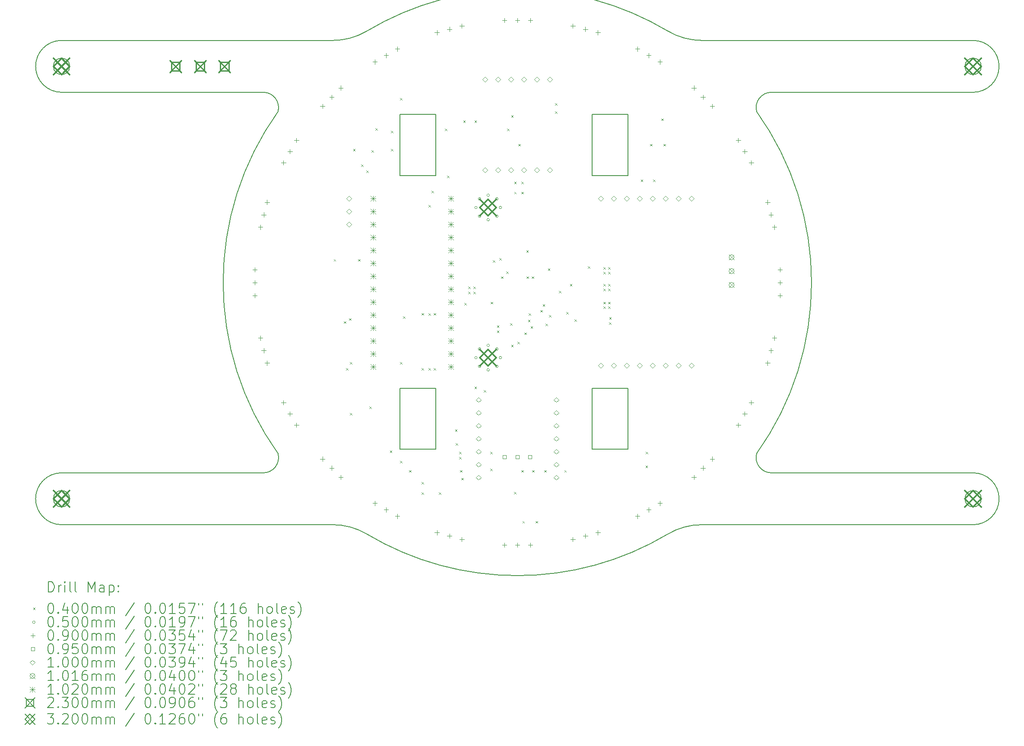
<source format=gbr>
%TF.GenerationSoftware,KiCad,Pcbnew,7.0.9*%
%TF.CreationDate,2024-02-22T22:01:01+08:00*%
%TF.ProjectId,layer3,6c617965-7233-42e6-9b69-6361645f7063,0.1*%
%TF.SameCoordinates,Original*%
%TF.FileFunction,Drillmap*%
%TF.FilePolarity,Positive*%
%FSLAX45Y45*%
G04 Gerber Fmt 4.5, Leading zero omitted, Abs format (unit mm)*
G04 Created by KiCad (PCBNEW 7.0.9) date 2024-02-22 22:01:01*
%MOMM*%
%LPD*%
G01*
G04 APERTURE LIST*
%ADD10C,0.200000*%
%ADD11C,0.100000*%
%ADD12C,0.101600*%
%ADD13C,0.102000*%
%ADD14C,0.230000*%
%ADD15C,0.320000*%
G04 APERTURE END LIST*
D10*
X19595070Y-14742683D02*
G75*
G03*
X19595070Y-14742683I-160000J0D01*
G01*
X14116912Y-15251483D02*
X19435070Y-15251483D01*
X1564930Y-15251483D02*
X6883088Y-15251483D01*
X19435070Y-14233883D02*
X15481059Y-14233883D01*
X15481059Y-6766117D02*
X19435070Y-6766117D01*
X19435070Y-5748517D02*
X14116912Y-5748517D01*
X13449963Y-5564393D02*
G75*
G03*
X7550036Y-5564393I-2949963J-4935607D01*
G01*
X15481059Y-6766120D02*
G75*
G03*
X15192139Y-7146897I1J-300000D01*
G01*
X5518941Y-14233880D02*
G75*
G03*
X5807861Y-13853103I-1J300000D01*
G01*
X1724930Y-6257317D02*
G75*
G03*
X1724930Y-6257317I-160000J0D01*
G01*
X1724930Y-14742683D02*
G75*
G03*
X1724930Y-14742683I-160000J0D01*
G01*
X5807861Y-7146897D02*
G75*
G03*
X5807861Y-13853103I4692139J-3353103D01*
G01*
X15192139Y-13853103D02*
G75*
G03*
X15192139Y-7146897I-4692139J3353103D01*
G01*
X1564930Y-5748517D02*
G75*
G03*
X1564930Y-6766117I0J-508800D01*
G01*
X1564930Y-6766117D02*
X5518941Y-6766117D01*
X8200000Y-7200000D02*
X8900000Y-7200000D01*
X8900000Y-8400000D01*
X8200000Y-8400000D01*
X8200000Y-7200000D01*
X5518941Y-14233883D02*
X1564930Y-14233883D01*
X6883088Y-5748517D02*
X1564930Y-5748517D01*
X14116912Y-15251485D02*
G75*
G03*
X13449963Y-15435607I-2J-1300005D01*
G01*
X5807864Y-7146898D02*
G75*
G03*
X5518941Y-6766117I-288924J80778D01*
G01*
X11969000Y-12573000D02*
X12669000Y-12573000D01*
X12669000Y-13773000D01*
X11969000Y-13773000D01*
X11969000Y-12573000D01*
X7550036Y-15435607D02*
G75*
G03*
X13449963Y-15435607I2949964J4935607D01*
G01*
X11969000Y-7200000D02*
X12669000Y-7200000D01*
X12669000Y-8400000D01*
X11969000Y-8400000D01*
X11969000Y-7200000D01*
X8200000Y-12573000D02*
X8900000Y-12573000D01*
X8900000Y-13773000D01*
X8200000Y-13773000D01*
X8200000Y-12573000D01*
X19435070Y-6766117D02*
G75*
G03*
X19435070Y-5748517I0J508800D01*
G01*
X7550036Y-15435608D02*
G75*
G03*
X6883088Y-15251483I-666946J-1115862D01*
G01*
X19595070Y-6257317D02*
G75*
G03*
X19595070Y-6257317I-160000J0D01*
G01*
X15192136Y-13853102D02*
G75*
G03*
X15481059Y-14233883I288924J-80778D01*
G01*
X1564930Y-14233883D02*
G75*
G03*
X1564930Y-15251483I0J-508800D01*
G01*
X19435070Y-15251483D02*
G75*
G03*
X19435070Y-14233883I0J508800D01*
G01*
X13449964Y-5564392D02*
G75*
G03*
X14116912Y-5748517I666946J1115862D01*
G01*
X6883088Y-5748515D02*
G75*
G03*
X7550036Y-5564393I2J1300005D01*
G01*
D11*
X6900000Y-10040000D02*
X6940000Y-10080000D01*
X6940000Y-10040000D02*
X6900000Y-10080000D01*
X7100000Y-11260000D02*
X7140000Y-11300000D01*
X7140000Y-11260000D02*
X7100000Y-11300000D01*
X7140000Y-12180000D02*
X7180000Y-12220000D01*
X7180000Y-12180000D02*
X7140000Y-12220000D01*
X7200000Y-11200000D02*
X7240000Y-11240000D01*
X7240000Y-11200000D02*
X7200000Y-11240000D01*
X7219000Y-12061000D02*
X7259000Y-12101000D01*
X7259000Y-12061000D02*
X7219000Y-12101000D01*
X7219000Y-13061000D02*
X7259000Y-13101000D01*
X7259000Y-13061000D02*
X7219000Y-13101000D01*
X7280000Y-7880000D02*
X7320000Y-7920000D01*
X7320000Y-7880000D02*
X7280000Y-7920000D01*
X7380000Y-10040000D02*
X7420000Y-10080000D01*
X7420000Y-10040000D02*
X7380000Y-10080000D01*
X7436225Y-8183775D02*
X7476225Y-8223775D01*
X7476225Y-8183775D02*
X7436225Y-8223775D01*
X7540000Y-8300000D02*
X7580000Y-8340000D01*
X7580000Y-8300000D02*
X7540000Y-8340000D01*
X7600000Y-12934000D02*
X7640000Y-12974000D01*
X7640000Y-12934000D02*
X7600000Y-12974000D01*
X7640000Y-7900000D02*
X7680000Y-7940000D01*
X7680000Y-7900000D02*
X7640000Y-7940000D01*
X7717550Y-7471275D02*
X7757550Y-7511275D01*
X7757550Y-7471275D02*
X7717550Y-7511275D01*
X8001230Y-13798770D02*
X8041230Y-13838770D01*
X8041230Y-13798770D02*
X8001230Y-13838770D01*
X8020000Y-7520000D02*
X8060000Y-7560000D01*
X8060000Y-7520000D02*
X8020000Y-7560000D01*
X8020000Y-7880000D02*
X8060000Y-7920000D01*
X8060000Y-7880000D02*
X8020000Y-7920000D01*
X8200000Y-6880000D02*
X8240000Y-6920000D01*
X8240000Y-6880000D02*
X8200000Y-6920000D01*
X8200000Y-12060000D02*
X8240000Y-12100000D01*
X8240000Y-12060000D02*
X8200000Y-12100000D01*
X8200000Y-14000000D02*
X8240000Y-14040000D01*
X8240000Y-14000000D02*
X8200000Y-14040000D01*
X8260000Y-11160000D02*
X8300000Y-11200000D01*
X8300000Y-11160000D02*
X8260000Y-11200000D01*
X8380000Y-14180000D02*
X8420000Y-14220000D01*
X8420000Y-14180000D02*
X8380000Y-14220000D01*
X8620000Y-11100000D02*
X8660000Y-11140000D01*
X8660000Y-11100000D02*
X8620000Y-11140000D01*
X8620000Y-12180000D02*
X8660000Y-12220000D01*
X8660000Y-12180000D02*
X8620000Y-12220000D01*
X8620000Y-14411500D02*
X8660000Y-14451500D01*
X8660000Y-14411500D02*
X8620000Y-14451500D01*
X8620000Y-14620000D02*
X8660000Y-14660000D01*
X8660000Y-14620000D02*
X8620000Y-14660000D01*
X8758795Y-11101205D02*
X8798795Y-11141205D01*
X8798795Y-11101205D02*
X8758795Y-11141205D01*
X8758795Y-12181255D02*
X8798795Y-12221255D01*
X8798795Y-12181255D02*
X8758795Y-12221255D01*
X8760000Y-8980000D02*
X8800000Y-9020000D01*
X8800000Y-8980000D02*
X8760000Y-9020000D01*
X8820000Y-8700000D02*
X8860000Y-8740000D01*
X8860000Y-8700000D02*
X8820000Y-8740000D01*
X8860000Y-11100000D02*
X8900000Y-11140000D01*
X8900000Y-11100000D02*
X8860000Y-11140000D01*
X8860000Y-12180000D02*
X8900000Y-12220000D01*
X8900000Y-12180000D02*
X8860000Y-12220000D01*
X8960000Y-14620000D02*
X9000000Y-14660000D01*
X9000000Y-14620000D02*
X8960000Y-14660000D01*
X9080000Y-7480000D02*
X9120000Y-7520000D01*
X9120000Y-7480000D02*
X9080000Y-7520000D01*
X9120000Y-8400000D02*
X9160000Y-8440000D01*
X9160000Y-8400000D02*
X9120000Y-8440000D01*
X9280000Y-13380000D02*
X9320000Y-13420000D01*
X9320000Y-13380000D02*
X9280000Y-13420000D01*
X9290000Y-13650000D02*
X9330000Y-13690000D01*
X9330000Y-13650000D02*
X9290000Y-13690000D01*
X9360000Y-13820000D02*
X9400000Y-13860000D01*
X9400000Y-13820000D02*
X9360000Y-13860000D01*
X9360000Y-13920000D02*
X9400000Y-13960000D01*
X9400000Y-13920000D02*
X9360000Y-13960000D01*
X9377342Y-14180050D02*
X9417342Y-14220050D01*
X9417342Y-14180050D02*
X9377342Y-14220050D01*
X9400000Y-14332450D02*
X9440000Y-14372450D01*
X9440000Y-14332450D02*
X9400000Y-14372450D01*
X9440000Y-7320000D02*
X9480000Y-7360000D01*
X9480000Y-7320000D02*
X9440000Y-7360000D01*
X9460000Y-10900000D02*
X9500000Y-10940000D01*
X9500000Y-10900000D02*
X9460000Y-10940000D01*
X9540000Y-10580000D02*
X9580000Y-10620000D01*
X9580000Y-10580000D02*
X9540000Y-10620000D01*
X9540000Y-10680000D02*
X9580000Y-10720000D01*
X9580000Y-10680000D02*
X9540000Y-10720000D01*
X9540000Y-10680000D02*
X9580000Y-10720000D01*
X9580000Y-10680000D02*
X9540000Y-10720000D01*
X9640000Y-10580000D02*
X9680000Y-10620000D01*
X9680000Y-10580000D02*
X9640000Y-10620000D01*
X9640000Y-10680000D02*
X9680000Y-10720000D01*
X9680000Y-10680000D02*
X9640000Y-10720000D01*
X9660000Y-7320000D02*
X9700000Y-7360000D01*
X9700000Y-7320000D02*
X9660000Y-7360000D01*
X9660000Y-12540000D02*
X9700000Y-12580000D01*
X9700000Y-12540000D02*
X9660000Y-12580000D01*
X9840000Y-12612450D02*
X9880000Y-12652450D01*
X9880000Y-12612450D02*
X9840000Y-12652450D01*
X9970000Y-13820000D02*
X10010000Y-13860000D01*
X10010000Y-13820000D02*
X9970000Y-13860000D01*
X9970000Y-14150000D02*
X10010000Y-14190000D01*
X10010000Y-14150000D02*
X9970000Y-14190000D01*
X9980000Y-10880000D02*
X10020000Y-10920000D01*
X10020000Y-10880000D02*
X9980000Y-10920000D01*
X10020000Y-10060000D02*
X10060000Y-10100000D01*
X10060000Y-10060000D02*
X10020000Y-10100000D01*
X10100000Y-11340000D02*
X10140000Y-11380000D01*
X10140000Y-11340000D02*
X10100000Y-11380000D01*
X10100000Y-11440000D02*
X10140000Y-11480000D01*
X10140000Y-11440000D02*
X10100000Y-11480000D01*
X10146404Y-10020000D02*
X10186404Y-10060000D01*
X10186404Y-10020000D02*
X10146404Y-10060000D01*
X10180000Y-10380000D02*
X10220000Y-10420000D01*
X10220000Y-10380000D02*
X10180000Y-10420000D01*
X10280000Y-10280000D02*
X10320000Y-10320000D01*
X10320000Y-10280000D02*
X10280000Y-10320000D01*
X10300000Y-7480000D02*
X10340000Y-7520000D01*
X10340000Y-7480000D02*
X10300000Y-7520000D01*
X10360000Y-11300000D02*
X10400000Y-11340000D01*
X10400000Y-11300000D02*
X10360000Y-11340000D01*
X10380000Y-7220000D02*
X10420000Y-7260000D01*
X10420000Y-7220000D02*
X10380000Y-7260000D01*
X10380000Y-11720000D02*
X10420000Y-11760000D01*
X10420000Y-11720000D02*
X10380000Y-11760000D01*
X10432406Y-14607550D02*
X10472406Y-14647550D01*
X10472406Y-14607550D02*
X10432406Y-14647550D01*
X10440000Y-8520000D02*
X10480000Y-8560000D01*
X10480000Y-8520000D02*
X10440000Y-8560000D01*
X10440000Y-8720000D02*
X10480000Y-8760000D01*
X10480000Y-8720000D02*
X10440000Y-8760000D01*
X10500000Y-11660000D02*
X10540000Y-11700000D01*
X10540000Y-11660000D02*
X10500000Y-11700000D01*
X10520000Y-7780000D02*
X10560000Y-7820000D01*
X10560000Y-7780000D02*
X10520000Y-7820000D01*
X10580000Y-8520000D02*
X10620000Y-8560000D01*
X10620000Y-8520000D02*
X10580000Y-8560000D01*
X10580000Y-8720000D02*
X10620000Y-8760000D01*
X10620000Y-8720000D02*
X10580000Y-8760000D01*
X10580000Y-14180000D02*
X10620000Y-14220000D01*
X10620000Y-14180000D02*
X10580000Y-14220000D01*
X10600000Y-15180000D02*
X10640000Y-15220000D01*
X10640000Y-15180000D02*
X10600000Y-15220000D01*
X10640000Y-11480000D02*
X10680000Y-11520000D01*
X10680000Y-11480000D02*
X10640000Y-11520000D01*
X10674836Y-9864507D02*
X10714836Y-9904507D01*
X10714836Y-9864507D02*
X10674836Y-9904507D01*
X10680000Y-10380000D02*
X10720000Y-10420000D01*
X10720000Y-10380000D02*
X10680000Y-10420000D01*
X10709965Y-11230035D02*
X10749965Y-11270035D01*
X10749965Y-11230035D02*
X10709965Y-11270035D01*
X10721230Y-11101230D02*
X10761230Y-11141230D01*
X10761230Y-11101230D02*
X10721230Y-11141230D01*
X10760000Y-11360000D02*
X10800000Y-11400000D01*
X10800000Y-11360000D02*
X10760000Y-11400000D01*
X10781146Y-10378687D02*
X10821146Y-10418687D01*
X10821146Y-10378687D02*
X10781146Y-10418687D01*
X10790000Y-14180000D02*
X10830000Y-14220000D01*
X10830000Y-14180000D02*
X10790000Y-14220000D01*
X10860000Y-15180000D02*
X10900000Y-15220000D01*
X10900000Y-15180000D02*
X10860000Y-15220000D01*
X10952450Y-11040000D02*
X10992450Y-11080000D01*
X10992450Y-11040000D02*
X10952450Y-11080000D01*
X10997158Y-10922842D02*
X11037158Y-10962842D01*
X11037158Y-10922842D02*
X10997158Y-10962842D01*
X11030000Y-14180000D02*
X11070000Y-14220000D01*
X11070000Y-14180000D02*
X11030000Y-14220000D01*
X11051625Y-11308375D02*
X11091625Y-11348375D01*
X11091625Y-11308375D02*
X11051625Y-11348375D01*
X11100000Y-10220000D02*
X11140000Y-10260000D01*
X11140000Y-10220000D02*
X11100000Y-10260000D01*
X11120000Y-11140000D02*
X11160000Y-11180000D01*
X11160000Y-11140000D02*
X11120000Y-11180000D01*
X11240000Y-6980000D02*
X11280000Y-7020000D01*
X11280000Y-6980000D02*
X11240000Y-7020000D01*
X11240000Y-7140000D02*
X11280000Y-7180000D01*
X11280000Y-7140000D02*
X11240000Y-7180000D01*
X11316447Y-10661550D02*
X11356447Y-10701550D01*
X11356447Y-10661550D02*
X11316447Y-10701550D01*
X11420000Y-14180000D02*
X11460000Y-14220000D01*
X11460000Y-14180000D02*
X11420000Y-14220000D01*
X11460000Y-11080000D02*
X11500000Y-11120000D01*
X11500000Y-11080000D02*
X11460000Y-11120000D01*
X11530000Y-10530000D02*
X11570000Y-10570000D01*
X11570000Y-10530000D02*
X11530000Y-10570000D01*
X11620000Y-11220000D02*
X11660000Y-11260000D01*
X11660000Y-11220000D02*
X11620000Y-11260000D01*
X11880000Y-10180000D02*
X11920000Y-10220000D01*
X11920000Y-10180000D02*
X11880000Y-10220000D01*
X12190000Y-10200000D02*
X12230000Y-10240000D01*
X12230000Y-10200000D02*
X12190000Y-10240000D01*
X12190000Y-10290000D02*
X12230000Y-10330000D01*
X12230000Y-10290000D02*
X12190000Y-10330000D01*
X12190000Y-10530000D02*
X12230000Y-10570000D01*
X12230000Y-10530000D02*
X12190000Y-10570000D01*
X12190000Y-10620000D02*
X12230000Y-10660000D01*
X12230000Y-10620000D02*
X12190000Y-10660000D01*
X12190000Y-10880000D02*
X12230000Y-10920000D01*
X12230000Y-10880000D02*
X12190000Y-10920000D01*
X12190000Y-10970000D02*
X12230000Y-11010000D01*
X12230000Y-10970000D02*
X12190000Y-11010000D01*
X12280000Y-10200000D02*
X12320000Y-10240000D01*
X12320000Y-10200000D02*
X12280000Y-10240000D01*
X12280000Y-10290000D02*
X12320000Y-10330000D01*
X12320000Y-10290000D02*
X12280000Y-10330000D01*
X12280000Y-10530000D02*
X12320000Y-10570000D01*
X12320000Y-10530000D02*
X12280000Y-10570000D01*
X12280000Y-10620000D02*
X12320000Y-10660000D01*
X12320000Y-10620000D02*
X12280000Y-10660000D01*
X12280000Y-10880000D02*
X12320000Y-10920000D01*
X12320000Y-10880000D02*
X12280000Y-10920000D01*
X12280000Y-10970000D02*
X12320000Y-11010000D01*
X12320000Y-10970000D02*
X12280000Y-11010000D01*
X12300000Y-11280000D02*
X12340000Y-11320000D01*
X12340000Y-11280000D02*
X12300000Y-11320000D01*
X12301230Y-11178770D02*
X12341230Y-11218770D01*
X12341230Y-11178770D02*
X12301230Y-11218770D01*
X12920000Y-8480000D02*
X12960000Y-8520000D01*
X12960000Y-8480000D02*
X12920000Y-8520000D01*
X13013775Y-14093775D02*
X13053775Y-14133775D01*
X13053775Y-14093775D02*
X13013775Y-14133775D01*
X13020000Y-13820000D02*
X13060000Y-13860000D01*
X13060000Y-13820000D02*
X13020000Y-13860000D01*
X13100000Y-7780000D02*
X13140000Y-7820000D01*
X13140000Y-7780000D02*
X13100000Y-7820000D01*
X13160000Y-8480000D02*
X13200000Y-8520000D01*
X13200000Y-8480000D02*
X13160000Y-8520000D01*
X13320000Y-7280000D02*
X13360000Y-7320000D01*
X13360000Y-7280000D02*
X13320000Y-7320000D01*
X13361230Y-7781230D02*
X13401230Y-7821230D01*
X13401230Y-7781230D02*
X13361230Y-7821230D01*
X9713500Y-9026800D02*
G75*
G03*
X9713500Y-9026800I-25000J0D01*
G01*
X9713500Y-11973200D02*
G75*
G03*
X9713500Y-11973200I-25000J0D01*
G01*
X9783794Y-8857094D02*
G75*
G03*
X9783794Y-8857094I-25000J0D01*
G01*
X9783794Y-9196506D02*
G75*
G03*
X9783794Y-9196506I-25000J0D01*
G01*
X9783794Y-11803494D02*
G75*
G03*
X9783794Y-11803494I-25000J0D01*
G01*
X9783794Y-12142906D02*
G75*
G03*
X9783794Y-12142906I-25000J0D01*
G01*
X9953500Y-8786800D02*
G75*
G03*
X9953500Y-8786800I-25000J0D01*
G01*
X9953500Y-9266800D02*
G75*
G03*
X9953500Y-9266800I-25000J0D01*
G01*
X9953500Y-11733200D02*
G75*
G03*
X9953500Y-11733200I-25000J0D01*
G01*
X9953500Y-12213200D02*
G75*
G03*
X9953500Y-12213200I-25000J0D01*
G01*
X10123206Y-8857094D02*
G75*
G03*
X10123206Y-8857094I-25000J0D01*
G01*
X10123206Y-9196506D02*
G75*
G03*
X10123206Y-9196506I-25000J0D01*
G01*
X10123206Y-11803494D02*
G75*
G03*
X10123206Y-11803494I-25000J0D01*
G01*
X10123206Y-12142906D02*
G75*
G03*
X10123206Y-12142906I-25000J0D01*
G01*
X10193500Y-9026800D02*
G75*
G03*
X10193500Y-9026800I-25000J0D01*
G01*
X10193500Y-11973200D02*
G75*
G03*
X10193500Y-11973200I-25000J0D01*
G01*
X5352500Y-10201000D02*
X5352500Y-10291000D01*
X5307500Y-10246000D02*
X5397500Y-10246000D01*
X5352500Y-10455000D02*
X5352500Y-10545000D01*
X5307500Y-10500000D02*
X5397500Y-10500000D01*
X5352500Y-10709000D02*
X5352500Y-10799000D01*
X5307500Y-10754000D02*
X5397500Y-10754000D01*
X5462157Y-9368074D02*
X5462157Y-9458074D01*
X5417157Y-9413074D02*
X5507157Y-9413074D01*
X5462157Y-11541926D02*
X5462157Y-11631926D01*
X5417157Y-11586926D02*
X5507157Y-11586926D01*
X5527897Y-9122729D02*
X5527897Y-9212729D01*
X5482897Y-9167729D02*
X5572897Y-9167729D01*
X5527897Y-11787271D02*
X5527897Y-11877271D01*
X5482897Y-11832271D02*
X5572897Y-11832271D01*
X5593637Y-8877384D02*
X5593637Y-8967384D01*
X5548637Y-8922384D02*
X5638637Y-8922384D01*
X5593637Y-12032616D02*
X5593637Y-12122616D01*
X5548637Y-12077616D02*
X5638637Y-12077616D01*
X5915134Y-8101220D02*
X5915134Y-8191220D01*
X5870134Y-8146220D02*
X5960134Y-8146220D01*
X5915134Y-12808779D02*
X5915134Y-12898779D01*
X5870134Y-12853779D02*
X5960134Y-12853779D01*
X6042134Y-7881250D02*
X6042134Y-7971250D01*
X5997134Y-7926250D02*
X6087134Y-7926250D01*
X6042134Y-13028750D02*
X6042134Y-13118750D01*
X5997134Y-13073750D02*
X6087134Y-13073750D01*
X6169134Y-7661279D02*
X6169134Y-7751279D01*
X6124134Y-7706279D02*
X6214134Y-7706279D01*
X6169134Y-13248720D02*
X6169134Y-13338720D01*
X6124134Y-13293720D02*
X6214134Y-13293720D01*
X6680563Y-6994773D02*
X6680563Y-7084773D01*
X6635563Y-7039773D02*
X6725563Y-7039773D01*
X6680563Y-13915227D02*
X6680563Y-14005227D01*
X6635563Y-13960227D02*
X6725563Y-13960227D01*
X6860168Y-6815168D02*
X6860168Y-6905168D01*
X6815168Y-6860168D02*
X6905168Y-6860168D01*
X6860168Y-14094832D02*
X6860168Y-14184832D01*
X6815168Y-14139832D02*
X6905168Y-14139832D01*
X7039773Y-6635563D02*
X7039773Y-6725563D01*
X6994773Y-6680563D02*
X7084773Y-6680563D01*
X7039773Y-14274437D02*
X7039773Y-14364437D01*
X6994773Y-14319437D02*
X7084773Y-14319437D01*
X7706279Y-6124134D02*
X7706279Y-6214134D01*
X7661279Y-6169134D02*
X7751279Y-6169134D01*
X7706279Y-14785866D02*
X7706279Y-14875866D01*
X7661279Y-14830866D02*
X7751279Y-14830866D01*
X7926250Y-5997134D02*
X7926250Y-6087134D01*
X7881250Y-6042134D02*
X7971250Y-6042134D01*
X7926250Y-14912866D02*
X7926250Y-15002866D01*
X7881250Y-14957866D02*
X7971250Y-14957866D01*
X8146220Y-5870134D02*
X8146220Y-5960134D01*
X8101220Y-5915134D02*
X8191220Y-5915134D01*
X8146220Y-15039866D02*
X8146220Y-15129866D01*
X8101220Y-15084866D02*
X8191220Y-15084866D01*
X8922384Y-5548637D02*
X8922384Y-5638637D01*
X8877384Y-5593637D02*
X8967384Y-5593637D01*
X8922384Y-15361363D02*
X8922384Y-15451363D01*
X8877384Y-15406363D02*
X8967384Y-15406363D01*
X9167729Y-5482897D02*
X9167729Y-5572897D01*
X9122729Y-5527897D02*
X9212729Y-5527897D01*
X9167729Y-15427103D02*
X9167729Y-15517103D01*
X9122729Y-15472103D02*
X9212729Y-15472103D01*
X9413074Y-5417157D02*
X9413074Y-5507157D01*
X9368074Y-5462157D02*
X9458074Y-5462157D01*
X9413074Y-15492843D02*
X9413074Y-15582843D01*
X9368074Y-15537843D02*
X9458074Y-15537843D01*
X10246000Y-5307500D02*
X10246000Y-5397500D01*
X10201000Y-5352500D02*
X10291000Y-5352500D01*
X10246000Y-15602500D02*
X10246000Y-15692500D01*
X10201000Y-15647500D02*
X10291000Y-15647500D01*
X10500000Y-5307500D02*
X10500000Y-5397500D01*
X10455000Y-5352500D02*
X10545000Y-5352500D01*
X10500000Y-15602500D02*
X10500000Y-15692500D01*
X10455000Y-15647500D02*
X10545000Y-15647500D01*
X10754000Y-5307500D02*
X10754000Y-5397500D01*
X10709000Y-5352500D02*
X10799000Y-5352500D01*
X10754000Y-15602500D02*
X10754000Y-15692500D01*
X10709000Y-15647500D02*
X10799000Y-15647500D01*
X11586926Y-5417157D02*
X11586926Y-5507157D01*
X11541926Y-5462157D02*
X11631926Y-5462157D01*
X11586926Y-15492843D02*
X11586926Y-15582843D01*
X11541926Y-15537843D02*
X11631926Y-15537843D01*
X11832271Y-5482897D02*
X11832271Y-5572897D01*
X11787271Y-5527897D02*
X11877271Y-5527897D01*
X11832271Y-15427103D02*
X11832271Y-15517103D01*
X11787271Y-15472103D02*
X11877271Y-15472103D01*
X12077616Y-5548637D02*
X12077616Y-5638637D01*
X12032616Y-5593637D02*
X12122616Y-5593637D01*
X12077616Y-15361363D02*
X12077616Y-15451363D01*
X12032616Y-15406363D02*
X12122616Y-15406363D01*
X12853779Y-5870134D02*
X12853779Y-5960134D01*
X12808779Y-5915134D02*
X12898779Y-5915134D01*
X12853779Y-15039866D02*
X12853779Y-15129866D01*
X12808779Y-15084866D02*
X12898779Y-15084866D01*
X13073750Y-5997134D02*
X13073750Y-6087134D01*
X13028750Y-6042134D02*
X13118750Y-6042134D01*
X13073750Y-14912866D02*
X13073750Y-15002866D01*
X13028750Y-14957866D02*
X13118750Y-14957866D01*
X13293720Y-6124134D02*
X13293720Y-6214134D01*
X13248720Y-6169134D02*
X13338720Y-6169134D01*
X13293720Y-14785866D02*
X13293720Y-14875866D01*
X13248720Y-14830866D02*
X13338720Y-14830866D01*
X13960227Y-6635563D02*
X13960227Y-6725563D01*
X13915227Y-6680563D02*
X14005227Y-6680563D01*
X13960227Y-14274437D02*
X13960227Y-14364437D01*
X13915227Y-14319437D02*
X14005227Y-14319437D01*
X14139832Y-6815168D02*
X14139832Y-6905168D01*
X14094832Y-6860168D02*
X14184832Y-6860168D01*
X14139832Y-14094832D02*
X14139832Y-14184832D01*
X14094832Y-14139832D02*
X14184832Y-14139832D01*
X14319437Y-6994773D02*
X14319437Y-7084773D01*
X14274437Y-7039773D02*
X14364437Y-7039773D01*
X14319437Y-13915227D02*
X14319437Y-14005227D01*
X14274437Y-13960227D02*
X14364437Y-13960227D01*
X14830866Y-7661279D02*
X14830866Y-7751279D01*
X14785866Y-7706279D02*
X14875866Y-7706279D01*
X14830866Y-13248720D02*
X14830866Y-13338720D01*
X14785866Y-13293720D02*
X14875866Y-13293720D01*
X14957866Y-7881250D02*
X14957866Y-7971250D01*
X14912866Y-7926250D02*
X15002866Y-7926250D01*
X14957866Y-13028750D02*
X14957866Y-13118750D01*
X14912866Y-13073750D02*
X15002866Y-13073750D01*
X15084866Y-8101220D02*
X15084866Y-8191220D01*
X15039866Y-8146220D02*
X15129866Y-8146220D01*
X15084866Y-12808779D02*
X15084866Y-12898779D01*
X15039866Y-12853779D02*
X15129866Y-12853779D01*
X15406363Y-8877384D02*
X15406363Y-8967384D01*
X15361363Y-8922384D02*
X15451363Y-8922384D01*
X15406363Y-12032616D02*
X15406363Y-12122616D01*
X15361363Y-12077616D02*
X15451363Y-12077616D01*
X15472103Y-9122729D02*
X15472103Y-9212729D01*
X15427103Y-9167729D02*
X15517103Y-9167729D01*
X15472103Y-11787271D02*
X15472103Y-11877271D01*
X15427103Y-11832271D02*
X15517103Y-11832271D01*
X15537843Y-9368074D02*
X15537843Y-9458074D01*
X15492843Y-9413074D02*
X15582843Y-9413074D01*
X15537843Y-11541926D02*
X15537843Y-11631926D01*
X15492843Y-11586926D02*
X15582843Y-11586926D01*
X15647500Y-10201000D02*
X15647500Y-10291000D01*
X15602500Y-10246000D02*
X15692500Y-10246000D01*
X15647500Y-10455000D02*
X15647500Y-10545000D01*
X15602500Y-10500000D02*
X15692500Y-10500000D01*
X15647500Y-10709000D02*
X15647500Y-10799000D01*
X15602500Y-10754000D02*
X15692500Y-10754000D01*
X10283588Y-13953588D02*
X10283588Y-13886412D01*
X10216412Y-13886412D01*
X10216412Y-13953588D01*
X10283588Y-13953588D01*
X10533588Y-13953588D02*
X10533588Y-13886412D01*
X10466412Y-13886412D01*
X10466412Y-13953588D01*
X10533588Y-13953588D01*
X10783588Y-13953588D02*
X10783588Y-13886412D01*
X10716412Y-13886412D01*
X10716412Y-13953588D01*
X10783588Y-13953588D01*
X7200000Y-8897500D02*
X7250000Y-8847500D01*
X7200000Y-8797500D01*
X7150000Y-8847500D01*
X7200000Y-8897500D01*
X7200000Y-9151500D02*
X7250000Y-9101500D01*
X7200000Y-9051500D01*
X7150000Y-9101500D01*
X7200000Y-9151500D01*
X7200000Y-9405500D02*
X7250000Y-9355500D01*
X7200000Y-9305500D01*
X7150000Y-9355500D01*
X7200000Y-9405500D01*
X9738000Y-12850000D02*
X9788000Y-12800000D01*
X9738000Y-12750000D01*
X9688000Y-12800000D01*
X9738000Y-12850000D01*
X9738000Y-13104000D02*
X9788000Y-13054000D01*
X9738000Y-13004000D01*
X9688000Y-13054000D01*
X9738000Y-13104000D01*
X9738000Y-13358000D02*
X9788000Y-13308000D01*
X9738000Y-13258000D01*
X9688000Y-13308000D01*
X9738000Y-13358000D01*
X9738000Y-13612000D02*
X9788000Y-13562000D01*
X9738000Y-13512000D01*
X9688000Y-13562000D01*
X9738000Y-13612000D01*
X9738000Y-13866000D02*
X9788000Y-13816000D01*
X9738000Y-13766000D01*
X9688000Y-13816000D01*
X9738000Y-13866000D01*
X9738000Y-14120000D02*
X9788000Y-14070000D01*
X9738000Y-14020000D01*
X9688000Y-14070000D01*
X9738000Y-14120000D01*
X9738000Y-14374000D02*
X9788000Y-14324000D01*
X9738000Y-14274000D01*
X9688000Y-14324000D01*
X9738000Y-14374000D01*
X9865000Y-6561000D02*
X9915000Y-6511000D01*
X9865000Y-6461000D01*
X9815000Y-6511000D01*
X9865000Y-6561000D01*
X9865000Y-8339000D02*
X9915000Y-8289000D01*
X9865000Y-8239000D01*
X9815000Y-8289000D01*
X9865000Y-8339000D01*
X10119000Y-6561000D02*
X10169000Y-6511000D01*
X10119000Y-6461000D01*
X10069000Y-6511000D01*
X10119000Y-6561000D01*
X10119000Y-8339000D02*
X10169000Y-8289000D01*
X10119000Y-8239000D01*
X10069000Y-8289000D01*
X10119000Y-8339000D01*
X10373000Y-6561000D02*
X10423000Y-6511000D01*
X10373000Y-6461000D01*
X10323000Y-6511000D01*
X10373000Y-6561000D01*
X10373000Y-8339000D02*
X10423000Y-8289000D01*
X10373000Y-8239000D01*
X10323000Y-8289000D01*
X10373000Y-8339000D01*
X10627000Y-6561000D02*
X10677000Y-6511000D01*
X10627000Y-6461000D01*
X10577000Y-6511000D01*
X10627000Y-6561000D01*
X10627000Y-8339000D02*
X10677000Y-8289000D01*
X10627000Y-8239000D01*
X10577000Y-8289000D01*
X10627000Y-8339000D01*
X10881000Y-6561000D02*
X10931000Y-6511000D01*
X10881000Y-6461000D01*
X10831000Y-6511000D01*
X10881000Y-6561000D01*
X10881000Y-8339000D02*
X10931000Y-8289000D01*
X10881000Y-8239000D01*
X10831000Y-8289000D01*
X10881000Y-8339000D01*
X11135000Y-6561000D02*
X11185000Y-6511000D01*
X11135000Y-6461000D01*
X11085000Y-6511000D01*
X11135000Y-6561000D01*
X11135000Y-8339000D02*
X11185000Y-8289000D01*
X11135000Y-8239000D01*
X11085000Y-8289000D01*
X11135000Y-8339000D01*
X11262000Y-12850000D02*
X11312000Y-12800000D01*
X11262000Y-12750000D01*
X11212000Y-12800000D01*
X11262000Y-12850000D01*
X11262000Y-13104000D02*
X11312000Y-13054000D01*
X11262000Y-13004000D01*
X11212000Y-13054000D01*
X11262000Y-13104000D01*
X11262000Y-13358000D02*
X11312000Y-13308000D01*
X11262000Y-13258000D01*
X11212000Y-13308000D01*
X11262000Y-13358000D01*
X11262000Y-13612000D02*
X11312000Y-13562000D01*
X11262000Y-13512000D01*
X11212000Y-13562000D01*
X11262000Y-13612000D01*
X11262000Y-13866000D02*
X11312000Y-13816000D01*
X11262000Y-13766000D01*
X11212000Y-13816000D01*
X11262000Y-13866000D01*
X11262000Y-14120000D02*
X11312000Y-14070000D01*
X11262000Y-14020000D01*
X11212000Y-14070000D01*
X11262000Y-14120000D01*
X11262000Y-14374000D02*
X11312000Y-14324000D01*
X11262000Y-14274000D01*
X11212000Y-14324000D01*
X11262000Y-14374000D01*
X12138300Y-8899000D02*
X12188300Y-8849000D01*
X12138300Y-8799000D01*
X12088300Y-8849000D01*
X12138300Y-8899000D01*
X12138300Y-12175600D02*
X12188300Y-12125600D01*
X12138300Y-12075600D01*
X12088300Y-12125600D01*
X12138300Y-12175600D01*
X12392300Y-8899000D02*
X12442300Y-8849000D01*
X12392300Y-8799000D01*
X12342300Y-8849000D01*
X12392300Y-8899000D01*
X12392300Y-12175600D02*
X12442300Y-12125600D01*
X12392300Y-12075600D01*
X12342300Y-12125600D01*
X12392300Y-12175600D01*
X12646300Y-8899000D02*
X12696300Y-8849000D01*
X12646300Y-8799000D01*
X12596300Y-8849000D01*
X12646300Y-8899000D01*
X12646300Y-12175600D02*
X12696300Y-12125600D01*
X12646300Y-12075600D01*
X12596300Y-12125600D01*
X12646300Y-12175600D01*
X12900300Y-8899000D02*
X12950300Y-8849000D01*
X12900300Y-8799000D01*
X12850300Y-8849000D01*
X12900300Y-8899000D01*
X12900300Y-12175600D02*
X12950300Y-12125600D01*
X12900300Y-12075600D01*
X12850300Y-12125600D01*
X12900300Y-12175600D01*
X13154300Y-8899000D02*
X13204300Y-8849000D01*
X13154300Y-8799000D01*
X13104300Y-8849000D01*
X13154300Y-8899000D01*
X13154300Y-12175600D02*
X13204300Y-12125600D01*
X13154300Y-12075600D01*
X13104300Y-12125600D01*
X13154300Y-12175600D01*
X13408300Y-8899000D02*
X13458300Y-8849000D01*
X13408300Y-8799000D01*
X13358300Y-8849000D01*
X13408300Y-8899000D01*
X13408300Y-12175600D02*
X13458300Y-12125600D01*
X13408300Y-12075600D01*
X13358300Y-12125600D01*
X13408300Y-12175600D01*
X13662300Y-8899000D02*
X13712300Y-8849000D01*
X13662300Y-8799000D01*
X13612300Y-8849000D01*
X13662300Y-8899000D01*
X13662300Y-12175600D02*
X13712300Y-12125600D01*
X13662300Y-12075600D01*
X13612300Y-12125600D01*
X13662300Y-12175600D01*
X13916300Y-8899000D02*
X13966300Y-8849000D01*
X13916300Y-8799000D01*
X13866300Y-8849000D01*
X13916300Y-8899000D01*
X13916300Y-12175600D02*
X13966300Y-12125600D01*
X13916300Y-12075600D01*
X13866300Y-12125600D01*
X13916300Y-12175600D01*
D12*
X14649200Y-9952992D02*
X14750800Y-10054592D01*
X14750800Y-9952992D02*
X14649200Y-10054592D01*
X14750800Y-10003792D02*
G75*
G03*
X14750800Y-10003792I-50800J0D01*
G01*
X14649200Y-10224772D02*
X14750800Y-10326372D01*
X14750800Y-10224772D02*
X14649200Y-10326372D01*
X14750800Y-10275572D02*
G75*
G03*
X14750800Y-10275572I-50800J0D01*
G01*
X14649200Y-10496552D02*
X14750800Y-10598152D01*
X14750800Y-10496552D02*
X14649200Y-10598152D01*
X14750800Y-10547352D02*
G75*
G03*
X14750800Y-10547352I-50800J0D01*
G01*
D13*
X7625000Y-8798000D02*
X7727000Y-8900000D01*
X7727000Y-8798000D02*
X7625000Y-8900000D01*
X7676000Y-8798000D02*
X7676000Y-8900000D01*
X7625000Y-8849000D02*
X7727000Y-8849000D01*
X7625000Y-9052000D02*
X7727000Y-9154000D01*
X7727000Y-9052000D02*
X7625000Y-9154000D01*
X7676000Y-9052000D02*
X7676000Y-9154000D01*
X7625000Y-9103000D02*
X7727000Y-9103000D01*
X7625000Y-9306000D02*
X7727000Y-9408000D01*
X7727000Y-9306000D02*
X7625000Y-9408000D01*
X7676000Y-9306000D02*
X7676000Y-9408000D01*
X7625000Y-9357000D02*
X7727000Y-9357000D01*
X7625000Y-9560000D02*
X7727000Y-9662000D01*
X7727000Y-9560000D02*
X7625000Y-9662000D01*
X7676000Y-9560000D02*
X7676000Y-9662000D01*
X7625000Y-9611000D02*
X7727000Y-9611000D01*
X7625000Y-9814000D02*
X7727000Y-9916000D01*
X7727000Y-9814000D02*
X7625000Y-9916000D01*
X7676000Y-9814000D02*
X7676000Y-9916000D01*
X7625000Y-9865000D02*
X7727000Y-9865000D01*
X7625000Y-10068000D02*
X7727000Y-10170000D01*
X7727000Y-10068000D02*
X7625000Y-10170000D01*
X7676000Y-10068000D02*
X7676000Y-10170000D01*
X7625000Y-10119000D02*
X7727000Y-10119000D01*
X7625000Y-10322000D02*
X7727000Y-10424000D01*
X7727000Y-10322000D02*
X7625000Y-10424000D01*
X7676000Y-10322000D02*
X7676000Y-10424000D01*
X7625000Y-10373000D02*
X7727000Y-10373000D01*
X7625000Y-10576000D02*
X7727000Y-10678000D01*
X7727000Y-10576000D02*
X7625000Y-10678000D01*
X7676000Y-10576000D02*
X7676000Y-10678000D01*
X7625000Y-10627000D02*
X7727000Y-10627000D01*
X7625000Y-10830000D02*
X7727000Y-10932000D01*
X7727000Y-10830000D02*
X7625000Y-10932000D01*
X7676000Y-10830000D02*
X7676000Y-10932000D01*
X7625000Y-10881000D02*
X7727000Y-10881000D01*
X7625000Y-11084000D02*
X7727000Y-11186000D01*
X7727000Y-11084000D02*
X7625000Y-11186000D01*
X7676000Y-11084000D02*
X7676000Y-11186000D01*
X7625000Y-11135000D02*
X7727000Y-11135000D01*
X7625000Y-11338000D02*
X7727000Y-11440000D01*
X7727000Y-11338000D02*
X7625000Y-11440000D01*
X7676000Y-11338000D02*
X7676000Y-11440000D01*
X7625000Y-11389000D02*
X7727000Y-11389000D01*
X7625000Y-11592000D02*
X7727000Y-11694000D01*
X7727000Y-11592000D02*
X7625000Y-11694000D01*
X7676000Y-11592000D02*
X7676000Y-11694000D01*
X7625000Y-11643000D02*
X7727000Y-11643000D01*
X7625000Y-11846000D02*
X7727000Y-11948000D01*
X7727000Y-11846000D02*
X7625000Y-11948000D01*
X7676000Y-11846000D02*
X7676000Y-11948000D01*
X7625000Y-11897000D02*
X7727000Y-11897000D01*
X7625000Y-12100000D02*
X7727000Y-12202000D01*
X7727000Y-12100000D02*
X7625000Y-12202000D01*
X7676000Y-12100000D02*
X7676000Y-12202000D01*
X7625000Y-12151000D02*
X7727000Y-12151000D01*
X9149000Y-8798000D02*
X9251000Y-8900000D01*
X9251000Y-8798000D02*
X9149000Y-8900000D01*
X9200000Y-8798000D02*
X9200000Y-8900000D01*
X9149000Y-8849000D02*
X9251000Y-8849000D01*
X9149000Y-9052000D02*
X9251000Y-9154000D01*
X9251000Y-9052000D02*
X9149000Y-9154000D01*
X9200000Y-9052000D02*
X9200000Y-9154000D01*
X9149000Y-9103000D02*
X9251000Y-9103000D01*
X9149000Y-9306000D02*
X9251000Y-9408000D01*
X9251000Y-9306000D02*
X9149000Y-9408000D01*
X9200000Y-9306000D02*
X9200000Y-9408000D01*
X9149000Y-9357000D02*
X9251000Y-9357000D01*
X9149000Y-9560000D02*
X9251000Y-9662000D01*
X9251000Y-9560000D02*
X9149000Y-9662000D01*
X9200000Y-9560000D02*
X9200000Y-9662000D01*
X9149000Y-9611000D02*
X9251000Y-9611000D01*
X9149000Y-9814000D02*
X9251000Y-9916000D01*
X9251000Y-9814000D02*
X9149000Y-9916000D01*
X9200000Y-9814000D02*
X9200000Y-9916000D01*
X9149000Y-9865000D02*
X9251000Y-9865000D01*
X9149000Y-10068000D02*
X9251000Y-10170000D01*
X9251000Y-10068000D02*
X9149000Y-10170000D01*
X9200000Y-10068000D02*
X9200000Y-10170000D01*
X9149000Y-10119000D02*
X9251000Y-10119000D01*
X9149000Y-10322000D02*
X9251000Y-10424000D01*
X9251000Y-10322000D02*
X9149000Y-10424000D01*
X9200000Y-10322000D02*
X9200000Y-10424000D01*
X9149000Y-10373000D02*
X9251000Y-10373000D01*
X9149000Y-10576000D02*
X9251000Y-10678000D01*
X9251000Y-10576000D02*
X9149000Y-10678000D01*
X9200000Y-10576000D02*
X9200000Y-10678000D01*
X9149000Y-10627000D02*
X9251000Y-10627000D01*
X9149000Y-10830000D02*
X9251000Y-10932000D01*
X9251000Y-10830000D02*
X9149000Y-10932000D01*
X9200000Y-10830000D02*
X9200000Y-10932000D01*
X9149000Y-10881000D02*
X9251000Y-10881000D01*
X9149000Y-11084000D02*
X9251000Y-11186000D01*
X9251000Y-11084000D02*
X9149000Y-11186000D01*
X9200000Y-11084000D02*
X9200000Y-11186000D01*
X9149000Y-11135000D02*
X9251000Y-11135000D01*
X9149000Y-11338000D02*
X9251000Y-11440000D01*
X9251000Y-11338000D02*
X9149000Y-11440000D01*
X9200000Y-11338000D02*
X9200000Y-11440000D01*
X9149000Y-11389000D02*
X9251000Y-11389000D01*
X9149000Y-11592000D02*
X9251000Y-11694000D01*
X9251000Y-11592000D02*
X9149000Y-11694000D01*
X9200000Y-11592000D02*
X9200000Y-11694000D01*
X9149000Y-11643000D02*
X9251000Y-11643000D01*
X9149000Y-11846000D02*
X9251000Y-11948000D01*
X9251000Y-11846000D02*
X9149000Y-11948000D01*
X9200000Y-11846000D02*
X9200000Y-11948000D01*
X9149000Y-11897000D02*
X9251000Y-11897000D01*
X9149000Y-12100000D02*
X9251000Y-12202000D01*
X9251000Y-12100000D02*
X9149000Y-12202000D01*
X9200000Y-12100000D02*
X9200000Y-12202000D01*
X9149000Y-12151000D02*
X9251000Y-12151000D01*
D14*
X3685000Y-6145000D02*
X3915000Y-6375000D01*
X3915000Y-6145000D02*
X3685000Y-6375000D01*
X3881318Y-6341318D02*
X3881318Y-6178682D01*
X3718682Y-6178682D01*
X3718682Y-6341318D01*
X3881318Y-6341318D01*
X4165000Y-6145000D02*
X4395000Y-6375000D01*
X4395000Y-6145000D02*
X4165000Y-6375000D01*
X4361318Y-6341318D02*
X4361318Y-6178682D01*
X4198682Y-6178682D01*
X4198682Y-6341318D01*
X4361318Y-6341318D01*
X4645000Y-6145000D02*
X4875000Y-6375000D01*
X4875000Y-6145000D02*
X4645000Y-6375000D01*
X4841318Y-6341318D02*
X4841318Y-6178682D01*
X4678682Y-6178682D01*
X4678682Y-6341318D01*
X4841318Y-6341318D01*
D15*
X1404930Y-6097317D02*
X1724930Y-6417317D01*
X1724930Y-6097317D02*
X1404930Y-6417317D01*
X1564930Y-6417317D02*
X1724930Y-6257317D01*
X1564930Y-6097317D01*
X1404930Y-6257317D01*
X1564930Y-6417317D01*
X1404930Y-14582683D02*
X1724930Y-14902683D01*
X1724930Y-14582683D02*
X1404930Y-14902683D01*
X1564930Y-14902683D02*
X1724930Y-14742683D01*
X1564930Y-14582683D01*
X1404930Y-14742683D01*
X1564930Y-14902683D01*
X9768500Y-8866800D02*
X10088500Y-9186800D01*
X10088500Y-8866800D02*
X9768500Y-9186800D01*
X9928500Y-9186800D02*
X10088500Y-9026800D01*
X9928500Y-8866800D01*
X9768500Y-9026800D01*
X9928500Y-9186800D01*
X9768500Y-11813200D02*
X10088500Y-12133200D01*
X10088500Y-11813200D02*
X9768500Y-12133200D01*
X9928500Y-12133200D02*
X10088500Y-11973200D01*
X9928500Y-11813200D01*
X9768500Y-11973200D01*
X9928500Y-12133200D01*
X19275070Y-6097317D02*
X19595070Y-6417317D01*
X19595070Y-6097317D02*
X19275070Y-6417317D01*
X19435070Y-6417317D02*
X19595070Y-6257317D01*
X19435070Y-6097317D01*
X19275070Y-6257317D01*
X19435070Y-6417317D01*
X19275070Y-14582683D02*
X19595070Y-14902683D01*
X19595070Y-14582683D02*
X19275070Y-14902683D01*
X19435070Y-14902683D02*
X19595070Y-14742683D01*
X19435070Y-14582683D01*
X19275070Y-14742683D01*
X19435070Y-14902683D01*
D10*
X1306907Y-16571484D02*
X1306907Y-16371484D01*
X1306907Y-16371484D02*
X1354526Y-16371484D01*
X1354526Y-16371484D02*
X1383097Y-16381008D01*
X1383097Y-16381008D02*
X1402145Y-16400055D01*
X1402145Y-16400055D02*
X1411668Y-16419103D01*
X1411668Y-16419103D02*
X1421192Y-16457198D01*
X1421192Y-16457198D02*
X1421192Y-16485769D01*
X1421192Y-16485769D02*
X1411668Y-16523865D01*
X1411668Y-16523865D02*
X1402145Y-16542912D01*
X1402145Y-16542912D02*
X1383097Y-16561960D01*
X1383097Y-16561960D02*
X1354526Y-16571484D01*
X1354526Y-16571484D02*
X1306907Y-16571484D01*
X1506907Y-16571484D02*
X1506907Y-16438150D01*
X1506907Y-16476246D02*
X1516430Y-16457198D01*
X1516430Y-16457198D02*
X1525954Y-16447674D01*
X1525954Y-16447674D02*
X1545002Y-16438150D01*
X1545002Y-16438150D02*
X1564049Y-16438150D01*
X1630716Y-16571484D02*
X1630716Y-16438150D01*
X1630716Y-16371484D02*
X1621192Y-16381008D01*
X1621192Y-16381008D02*
X1630716Y-16390531D01*
X1630716Y-16390531D02*
X1640240Y-16381008D01*
X1640240Y-16381008D02*
X1630716Y-16371484D01*
X1630716Y-16371484D02*
X1630716Y-16390531D01*
X1754526Y-16571484D02*
X1735478Y-16561960D01*
X1735478Y-16561960D02*
X1725954Y-16542912D01*
X1725954Y-16542912D02*
X1725954Y-16371484D01*
X1859287Y-16571484D02*
X1840240Y-16561960D01*
X1840240Y-16561960D02*
X1830716Y-16542912D01*
X1830716Y-16542912D02*
X1830716Y-16371484D01*
X2087859Y-16571484D02*
X2087859Y-16371484D01*
X2087859Y-16371484D02*
X2154526Y-16514341D01*
X2154526Y-16514341D02*
X2221192Y-16371484D01*
X2221192Y-16371484D02*
X2221192Y-16571484D01*
X2402145Y-16571484D02*
X2402145Y-16466722D01*
X2402145Y-16466722D02*
X2392621Y-16447674D01*
X2392621Y-16447674D02*
X2373573Y-16438150D01*
X2373573Y-16438150D02*
X2335478Y-16438150D01*
X2335478Y-16438150D02*
X2316430Y-16447674D01*
X2402145Y-16561960D02*
X2383097Y-16571484D01*
X2383097Y-16571484D02*
X2335478Y-16571484D01*
X2335478Y-16571484D02*
X2316430Y-16561960D01*
X2316430Y-16561960D02*
X2306907Y-16542912D01*
X2306907Y-16542912D02*
X2306907Y-16523865D01*
X2306907Y-16523865D02*
X2316430Y-16504817D01*
X2316430Y-16504817D02*
X2335478Y-16495293D01*
X2335478Y-16495293D02*
X2383097Y-16495293D01*
X2383097Y-16495293D02*
X2402145Y-16485769D01*
X2497383Y-16438150D02*
X2497383Y-16638150D01*
X2497383Y-16447674D02*
X2516430Y-16438150D01*
X2516430Y-16438150D02*
X2554526Y-16438150D01*
X2554526Y-16438150D02*
X2573573Y-16447674D01*
X2573573Y-16447674D02*
X2583097Y-16457198D01*
X2583097Y-16457198D02*
X2592621Y-16476246D01*
X2592621Y-16476246D02*
X2592621Y-16533388D01*
X2592621Y-16533388D02*
X2583097Y-16552436D01*
X2583097Y-16552436D02*
X2573573Y-16561960D01*
X2573573Y-16561960D02*
X2554526Y-16571484D01*
X2554526Y-16571484D02*
X2516430Y-16571484D01*
X2516430Y-16571484D02*
X2497383Y-16561960D01*
X2678335Y-16552436D02*
X2687859Y-16561960D01*
X2687859Y-16561960D02*
X2678335Y-16571484D01*
X2678335Y-16571484D02*
X2668811Y-16561960D01*
X2668811Y-16561960D02*
X2678335Y-16552436D01*
X2678335Y-16552436D02*
X2678335Y-16571484D01*
X2678335Y-16447674D02*
X2687859Y-16457198D01*
X2687859Y-16457198D02*
X2678335Y-16466722D01*
X2678335Y-16466722D02*
X2668811Y-16457198D01*
X2668811Y-16457198D02*
X2678335Y-16447674D01*
X2678335Y-16447674D02*
X2678335Y-16466722D01*
D11*
X1006130Y-16880000D02*
X1046130Y-16920000D01*
X1046130Y-16880000D02*
X1006130Y-16920000D01*
D10*
X1345002Y-16791484D02*
X1364050Y-16791484D01*
X1364050Y-16791484D02*
X1383097Y-16801008D01*
X1383097Y-16801008D02*
X1392621Y-16810531D01*
X1392621Y-16810531D02*
X1402145Y-16829579D01*
X1402145Y-16829579D02*
X1411668Y-16867674D01*
X1411668Y-16867674D02*
X1411668Y-16915293D01*
X1411668Y-16915293D02*
X1402145Y-16953389D01*
X1402145Y-16953389D02*
X1392621Y-16972436D01*
X1392621Y-16972436D02*
X1383097Y-16981960D01*
X1383097Y-16981960D02*
X1364050Y-16991484D01*
X1364050Y-16991484D02*
X1345002Y-16991484D01*
X1345002Y-16991484D02*
X1325954Y-16981960D01*
X1325954Y-16981960D02*
X1316430Y-16972436D01*
X1316430Y-16972436D02*
X1306907Y-16953389D01*
X1306907Y-16953389D02*
X1297383Y-16915293D01*
X1297383Y-16915293D02*
X1297383Y-16867674D01*
X1297383Y-16867674D02*
X1306907Y-16829579D01*
X1306907Y-16829579D02*
X1316430Y-16810531D01*
X1316430Y-16810531D02*
X1325954Y-16801008D01*
X1325954Y-16801008D02*
X1345002Y-16791484D01*
X1497383Y-16972436D02*
X1506907Y-16981960D01*
X1506907Y-16981960D02*
X1497383Y-16991484D01*
X1497383Y-16991484D02*
X1487859Y-16981960D01*
X1487859Y-16981960D02*
X1497383Y-16972436D01*
X1497383Y-16972436D02*
X1497383Y-16991484D01*
X1678335Y-16858150D02*
X1678335Y-16991484D01*
X1630716Y-16781960D02*
X1583097Y-16924817D01*
X1583097Y-16924817D02*
X1706907Y-16924817D01*
X1821192Y-16791484D02*
X1840240Y-16791484D01*
X1840240Y-16791484D02*
X1859288Y-16801008D01*
X1859288Y-16801008D02*
X1868811Y-16810531D01*
X1868811Y-16810531D02*
X1878335Y-16829579D01*
X1878335Y-16829579D02*
X1887859Y-16867674D01*
X1887859Y-16867674D02*
X1887859Y-16915293D01*
X1887859Y-16915293D02*
X1878335Y-16953389D01*
X1878335Y-16953389D02*
X1868811Y-16972436D01*
X1868811Y-16972436D02*
X1859288Y-16981960D01*
X1859288Y-16981960D02*
X1840240Y-16991484D01*
X1840240Y-16991484D02*
X1821192Y-16991484D01*
X1821192Y-16991484D02*
X1802145Y-16981960D01*
X1802145Y-16981960D02*
X1792621Y-16972436D01*
X1792621Y-16972436D02*
X1783097Y-16953389D01*
X1783097Y-16953389D02*
X1773573Y-16915293D01*
X1773573Y-16915293D02*
X1773573Y-16867674D01*
X1773573Y-16867674D02*
X1783097Y-16829579D01*
X1783097Y-16829579D02*
X1792621Y-16810531D01*
X1792621Y-16810531D02*
X1802145Y-16801008D01*
X1802145Y-16801008D02*
X1821192Y-16791484D01*
X2011668Y-16791484D02*
X2030716Y-16791484D01*
X2030716Y-16791484D02*
X2049764Y-16801008D01*
X2049764Y-16801008D02*
X2059288Y-16810531D01*
X2059288Y-16810531D02*
X2068811Y-16829579D01*
X2068811Y-16829579D02*
X2078335Y-16867674D01*
X2078335Y-16867674D02*
X2078335Y-16915293D01*
X2078335Y-16915293D02*
X2068811Y-16953389D01*
X2068811Y-16953389D02*
X2059288Y-16972436D01*
X2059288Y-16972436D02*
X2049764Y-16981960D01*
X2049764Y-16981960D02*
X2030716Y-16991484D01*
X2030716Y-16991484D02*
X2011668Y-16991484D01*
X2011668Y-16991484D02*
X1992621Y-16981960D01*
X1992621Y-16981960D02*
X1983097Y-16972436D01*
X1983097Y-16972436D02*
X1973573Y-16953389D01*
X1973573Y-16953389D02*
X1964049Y-16915293D01*
X1964049Y-16915293D02*
X1964049Y-16867674D01*
X1964049Y-16867674D02*
X1973573Y-16829579D01*
X1973573Y-16829579D02*
X1983097Y-16810531D01*
X1983097Y-16810531D02*
X1992621Y-16801008D01*
X1992621Y-16801008D02*
X2011668Y-16791484D01*
X2164050Y-16991484D02*
X2164050Y-16858150D01*
X2164050Y-16877198D02*
X2173573Y-16867674D01*
X2173573Y-16867674D02*
X2192621Y-16858150D01*
X2192621Y-16858150D02*
X2221192Y-16858150D01*
X2221192Y-16858150D02*
X2240240Y-16867674D01*
X2240240Y-16867674D02*
X2249764Y-16886722D01*
X2249764Y-16886722D02*
X2249764Y-16991484D01*
X2249764Y-16886722D02*
X2259288Y-16867674D01*
X2259288Y-16867674D02*
X2278335Y-16858150D01*
X2278335Y-16858150D02*
X2306907Y-16858150D01*
X2306907Y-16858150D02*
X2325954Y-16867674D01*
X2325954Y-16867674D02*
X2335478Y-16886722D01*
X2335478Y-16886722D02*
X2335478Y-16991484D01*
X2430716Y-16991484D02*
X2430716Y-16858150D01*
X2430716Y-16877198D02*
X2440240Y-16867674D01*
X2440240Y-16867674D02*
X2459288Y-16858150D01*
X2459288Y-16858150D02*
X2487859Y-16858150D01*
X2487859Y-16858150D02*
X2506907Y-16867674D01*
X2506907Y-16867674D02*
X2516431Y-16886722D01*
X2516431Y-16886722D02*
X2516431Y-16991484D01*
X2516431Y-16886722D02*
X2525954Y-16867674D01*
X2525954Y-16867674D02*
X2545002Y-16858150D01*
X2545002Y-16858150D02*
X2573573Y-16858150D01*
X2573573Y-16858150D02*
X2592621Y-16867674D01*
X2592621Y-16867674D02*
X2602145Y-16886722D01*
X2602145Y-16886722D02*
X2602145Y-16991484D01*
X2992621Y-16781960D02*
X2821192Y-17039103D01*
X3249764Y-16791484D02*
X3268812Y-16791484D01*
X3268812Y-16791484D02*
X3287859Y-16801008D01*
X3287859Y-16801008D02*
X3297383Y-16810531D01*
X3297383Y-16810531D02*
X3306907Y-16829579D01*
X3306907Y-16829579D02*
X3316431Y-16867674D01*
X3316431Y-16867674D02*
X3316431Y-16915293D01*
X3316431Y-16915293D02*
X3306907Y-16953389D01*
X3306907Y-16953389D02*
X3297383Y-16972436D01*
X3297383Y-16972436D02*
X3287859Y-16981960D01*
X3287859Y-16981960D02*
X3268812Y-16991484D01*
X3268812Y-16991484D02*
X3249764Y-16991484D01*
X3249764Y-16991484D02*
X3230716Y-16981960D01*
X3230716Y-16981960D02*
X3221192Y-16972436D01*
X3221192Y-16972436D02*
X3211669Y-16953389D01*
X3211669Y-16953389D02*
X3202145Y-16915293D01*
X3202145Y-16915293D02*
X3202145Y-16867674D01*
X3202145Y-16867674D02*
X3211669Y-16829579D01*
X3211669Y-16829579D02*
X3221192Y-16810531D01*
X3221192Y-16810531D02*
X3230716Y-16801008D01*
X3230716Y-16801008D02*
X3249764Y-16791484D01*
X3402145Y-16972436D02*
X3411669Y-16981960D01*
X3411669Y-16981960D02*
X3402145Y-16991484D01*
X3402145Y-16991484D02*
X3392621Y-16981960D01*
X3392621Y-16981960D02*
X3402145Y-16972436D01*
X3402145Y-16972436D02*
X3402145Y-16991484D01*
X3535478Y-16791484D02*
X3554526Y-16791484D01*
X3554526Y-16791484D02*
X3573573Y-16801008D01*
X3573573Y-16801008D02*
X3583097Y-16810531D01*
X3583097Y-16810531D02*
X3592621Y-16829579D01*
X3592621Y-16829579D02*
X3602145Y-16867674D01*
X3602145Y-16867674D02*
X3602145Y-16915293D01*
X3602145Y-16915293D02*
X3592621Y-16953389D01*
X3592621Y-16953389D02*
X3583097Y-16972436D01*
X3583097Y-16972436D02*
X3573573Y-16981960D01*
X3573573Y-16981960D02*
X3554526Y-16991484D01*
X3554526Y-16991484D02*
X3535478Y-16991484D01*
X3535478Y-16991484D02*
X3516431Y-16981960D01*
X3516431Y-16981960D02*
X3506907Y-16972436D01*
X3506907Y-16972436D02*
X3497383Y-16953389D01*
X3497383Y-16953389D02*
X3487859Y-16915293D01*
X3487859Y-16915293D02*
X3487859Y-16867674D01*
X3487859Y-16867674D02*
X3497383Y-16829579D01*
X3497383Y-16829579D02*
X3506907Y-16810531D01*
X3506907Y-16810531D02*
X3516431Y-16801008D01*
X3516431Y-16801008D02*
X3535478Y-16791484D01*
X3792621Y-16991484D02*
X3678335Y-16991484D01*
X3735478Y-16991484D02*
X3735478Y-16791484D01*
X3735478Y-16791484D02*
X3716431Y-16820055D01*
X3716431Y-16820055D02*
X3697383Y-16839103D01*
X3697383Y-16839103D02*
X3678335Y-16848627D01*
X3973573Y-16791484D02*
X3878335Y-16791484D01*
X3878335Y-16791484D02*
X3868812Y-16886722D01*
X3868812Y-16886722D02*
X3878335Y-16877198D01*
X3878335Y-16877198D02*
X3897383Y-16867674D01*
X3897383Y-16867674D02*
X3945002Y-16867674D01*
X3945002Y-16867674D02*
X3964050Y-16877198D01*
X3964050Y-16877198D02*
X3973573Y-16886722D01*
X3973573Y-16886722D02*
X3983097Y-16905770D01*
X3983097Y-16905770D02*
X3983097Y-16953389D01*
X3983097Y-16953389D02*
X3973573Y-16972436D01*
X3973573Y-16972436D02*
X3964050Y-16981960D01*
X3964050Y-16981960D02*
X3945002Y-16991484D01*
X3945002Y-16991484D02*
X3897383Y-16991484D01*
X3897383Y-16991484D02*
X3878335Y-16981960D01*
X3878335Y-16981960D02*
X3868812Y-16972436D01*
X4049764Y-16791484D02*
X4183097Y-16791484D01*
X4183097Y-16791484D02*
X4097383Y-16991484D01*
X4249764Y-16791484D02*
X4249764Y-16829579D01*
X4325955Y-16791484D02*
X4325955Y-16829579D01*
X4621193Y-17067674D02*
X4611669Y-17058150D01*
X4611669Y-17058150D02*
X4592621Y-17029579D01*
X4592621Y-17029579D02*
X4583097Y-17010531D01*
X4583097Y-17010531D02*
X4573574Y-16981960D01*
X4573574Y-16981960D02*
X4564050Y-16934341D01*
X4564050Y-16934341D02*
X4564050Y-16896246D01*
X4564050Y-16896246D02*
X4573574Y-16848627D01*
X4573574Y-16848627D02*
X4583097Y-16820055D01*
X4583097Y-16820055D02*
X4592621Y-16801008D01*
X4592621Y-16801008D02*
X4611669Y-16772436D01*
X4611669Y-16772436D02*
X4621193Y-16762912D01*
X4802145Y-16991484D02*
X4687859Y-16991484D01*
X4745002Y-16991484D02*
X4745002Y-16791484D01*
X4745002Y-16791484D02*
X4725955Y-16820055D01*
X4725955Y-16820055D02*
X4706907Y-16839103D01*
X4706907Y-16839103D02*
X4687859Y-16848627D01*
X4992621Y-16991484D02*
X4878336Y-16991484D01*
X4935478Y-16991484D02*
X4935478Y-16791484D01*
X4935478Y-16791484D02*
X4916431Y-16820055D01*
X4916431Y-16820055D02*
X4897383Y-16839103D01*
X4897383Y-16839103D02*
X4878336Y-16848627D01*
X5164050Y-16791484D02*
X5125955Y-16791484D01*
X5125955Y-16791484D02*
X5106907Y-16801008D01*
X5106907Y-16801008D02*
X5097383Y-16810531D01*
X5097383Y-16810531D02*
X5078336Y-16839103D01*
X5078336Y-16839103D02*
X5068812Y-16877198D01*
X5068812Y-16877198D02*
X5068812Y-16953389D01*
X5068812Y-16953389D02*
X5078336Y-16972436D01*
X5078336Y-16972436D02*
X5087859Y-16981960D01*
X5087859Y-16981960D02*
X5106907Y-16991484D01*
X5106907Y-16991484D02*
X5145002Y-16991484D01*
X5145002Y-16991484D02*
X5164050Y-16981960D01*
X5164050Y-16981960D02*
X5173574Y-16972436D01*
X5173574Y-16972436D02*
X5183097Y-16953389D01*
X5183097Y-16953389D02*
X5183097Y-16905770D01*
X5183097Y-16905770D02*
X5173574Y-16886722D01*
X5173574Y-16886722D02*
X5164050Y-16877198D01*
X5164050Y-16877198D02*
X5145002Y-16867674D01*
X5145002Y-16867674D02*
X5106907Y-16867674D01*
X5106907Y-16867674D02*
X5087859Y-16877198D01*
X5087859Y-16877198D02*
X5078336Y-16886722D01*
X5078336Y-16886722D02*
X5068812Y-16905770D01*
X5421193Y-16991484D02*
X5421193Y-16791484D01*
X5506907Y-16991484D02*
X5506907Y-16886722D01*
X5506907Y-16886722D02*
X5497383Y-16867674D01*
X5497383Y-16867674D02*
X5478336Y-16858150D01*
X5478336Y-16858150D02*
X5449764Y-16858150D01*
X5449764Y-16858150D02*
X5430717Y-16867674D01*
X5430717Y-16867674D02*
X5421193Y-16877198D01*
X5630716Y-16991484D02*
X5611669Y-16981960D01*
X5611669Y-16981960D02*
X5602145Y-16972436D01*
X5602145Y-16972436D02*
X5592621Y-16953389D01*
X5592621Y-16953389D02*
X5592621Y-16896246D01*
X5592621Y-16896246D02*
X5602145Y-16877198D01*
X5602145Y-16877198D02*
X5611669Y-16867674D01*
X5611669Y-16867674D02*
X5630716Y-16858150D01*
X5630716Y-16858150D02*
X5659288Y-16858150D01*
X5659288Y-16858150D02*
X5678336Y-16867674D01*
X5678336Y-16867674D02*
X5687859Y-16877198D01*
X5687859Y-16877198D02*
X5697383Y-16896246D01*
X5697383Y-16896246D02*
X5697383Y-16953389D01*
X5697383Y-16953389D02*
X5687859Y-16972436D01*
X5687859Y-16972436D02*
X5678336Y-16981960D01*
X5678336Y-16981960D02*
X5659288Y-16991484D01*
X5659288Y-16991484D02*
X5630716Y-16991484D01*
X5811669Y-16991484D02*
X5792621Y-16981960D01*
X5792621Y-16981960D02*
X5783097Y-16962912D01*
X5783097Y-16962912D02*
X5783097Y-16791484D01*
X5964050Y-16981960D02*
X5945002Y-16991484D01*
X5945002Y-16991484D02*
X5906907Y-16991484D01*
X5906907Y-16991484D02*
X5887859Y-16981960D01*
X5887859Y-16981960D02*
X5878336Y-16962912D01*
X5878336Y-16962912D02*
X5878336Y-16886722D01*
X5878336Y-16886722D02*
X5887859Y-16867674D01*
X5887859Y-16867674D02*
X5906907Y-16858150D01*
X5906907Y-16858150D02*
X5945002Y-16858150D01*
X5945002Y-16858150D02*
X5964050Y-16867674D01*
X5964050Y-16867674D02*
X5973574Y-16886722D01*
X5973574Y-16886722D02*
X5973574Y-16905770D01*
X5973574Y-16905770D02*
X5878336Y-16924817D01*
X6049764Y-16981960D02*
X6068812Y-16991484D01*
X6068812Y-16991484D02*
X6106907Y-16991484D01*
X6106907Y-16991484D02*
X6125955Y-16981960D01*
X6125955Y-16981960D02*
X6135478Y-16962912D01*
X6135478Y-16962912D02*
X6135478Y-16953389D01*
X6135478Y-16953389D02*
X6125955Y-16934341D01*
X6125955Y-16934341D02*
X6106907Y-16924817D01*
X6106907Y-16924817D02*
X6078336Y-16924817D01*
X6078336Y-16924817D02*
X6059288Y-16915293D01*
X6059288Y-16915293D02*
X6049764Y-16896246D01*
X6049764Y-16896246D02*
X6049764Y-16886722D01*
X6049764Y-16886722D02*
X6059288Y-16867674D01*
X6059288Y-16867674D02*
X6078336Y-16858150D01*
X6078336Y-16858150D02*
X6106907Y-16858150D01*
X6106907Y-16858150D02*
X6125955Y-16867674D01*
X6202145Y-17067674D02*
X6211669Y-17058150D01*
X6211669Y-17058150D02*
X6230717Y-17029579D01*
X6230717Y-17029579D02*
X6240240Y-17010531D01*
X6240240Y-17010531D02*
X6249764Y-16981960D01*
X6249764Y-16981960D02*
X6259288Y-16934341D01*
X6259288Y-16934341D02*
X6259288Y-16896246D01*
X6259288Y-16896246D02*
X6249764Y-16848627D01*
X6249764Y-16848627D02*
X6240240Y-16820055D01*
X6240240Y-16820055D02*
X6230717Y-16801008D01*
X6230717Y-16801008D02*
X6211669Y-16772436D01*
X6211669Y-16772436D02*
X6202145Y-16762912D01*
D11*
X1046130Y-17164000D02*
G75*
G03*
X1046130Y-17164000I-25000J0D01*
G01*
D10*
X1345002Y-17055484D02*
X1364050Y-17055484D01*
X1364050Y-17055484D02*
X1383097Y-17065008D01*
X1383097Y-17065008D02*
X1392621Y-17074531D01*
X1392621Y-17074531D02*
X1402145Y-17093579D01*
X1402145Y-17093579D02*
X1411668Y-17131674D01*
X1411668Y-17131674D02*
X1411668Y-17179293D01*
X1411668Y-17179293D02*
X1402145Y-17217389D01*
X1402145Y-17217389D02*
X1392621Y-17236436D01*
X1392621Y-17236436D02*
X1383097Y-17245960D01*
X1383097Y-17245960D02*
X1364050Y-17255484D01*
X1364050Y-17255484D02*
X1345002Y-17255484D01*
X1345002Y-17255484D02*
X1325954Y-17245960D01*
X1325954Y-17245960D02*
X1316430Y-17236436D01*
X1316430Y-17236436D02*
X1306907Y-17217389D01*
X1306907Y-17217389D02*
X1297383Y-17179293D01*
X1297383Y-17179293D02*
X1297383Y-17131674D01*
X1297383Y-17131674D02*
X1306907Y-17093579D01*
X1306907Y-17093579D02*
X1316430Y-17074531D01*
X1316430Y-17074531D02*
X1325954Y-17065008D01*
X1325954Y-17065008D02*
X1345002Y-17055484D01*
X1497383Y-17236436D02*
X1506907Y-17245960D01*
X1506907Y-17245960D02*
X1497383Y-17255484D01*
X1497383Y-17255484D02*
X1487859Y-17245960D01*
X1487859Y-17245960D02*
X1497383Y-17236436D01*
X1497383Y-17236436D02*
X1497383Y-17255484D01*
X1687859Y-17055484D02*
X1592621Y-17055484D01*
X1592621Y-17055484D02*
X1583097Y-17150722D01*
X1583097Y-17150722D02*
X1592621Y-17141198D01*
X1592621Y-17141198D02*
X1611668Y-17131674D01*
X1611668Y-17131674D02*
X1659288Y-17131674D01*
X1659288Y-17131674D02*
X1678335Y-17141198D01*
X1678335Y-17141198D02*
X1687859Y-17150722D01*
X1687859Y-17150722D02*
X1697383Y-17169770D01*
X1697383Y-17169770D02*
X1697383Y-17217389D01*
X1697383Y-17217389D02*
X1687859Y-17236436D01*
X1687859Y-17236436D02*
X1678335Y-17245960D01*
X1678335Y-17245960D02*
X1659288Y-17255484D01*
X1659288Y-17255484D02*
X1611668Y-17255484D01*
X1611668Y-17255484D02*
X1592621Y-17245960D01*
X1592621Y-17245960D02*
X1583097Y-17236436D01*
X1821192Y-17055484D02*
X1840240Y-17055484D01*
X1840240Y-17055484D02*
X1859288Y-17065008D01*
X1859288Y-17065008D02*
X1868811Y-17074531D01*
X1868811Y-17074531D02*
X1878335Y-17093579D01*
X1878335Y-17093579D02*
X1887859Y-17131674D01*
X1887859Y-17131674D02*
X1887859Y-17179293D01*
X1887859Y-17179293D02*
X1878335Y-17217389D01*
X1878335Y-17217389D02*
X1868811Y-17236436D01*
X1868811Y-17236436D02*
X1859288Y-17245960D01*
X1859288Y-17245960D02*
X1840240Y-17255484D01*
X1840240Y-17255484D02*
X1821192Y-17255484D01*
X1821192Y-17255484D02*
X1802145Y-17245960D01*
X1802145Y-17245960D02*
X1792621Y-17236436D01*
X1792621Y-17236436D02*
X1783097Y-17217389D01*
X1783097Y-17217389D02*
X1773573Y-17179293D01*
X1773573Y-17179293D02*
X1773573Y-17131674D01*
X1773573Y-17131674D02*
X1783097Y-17093579D01*
X1783097Y-17093579D02*
X1792621Y-17074531D01*
X1792621Y-17074531D02*
X1802145Y-17065008D01*
X1802145Y-17065008D02*
X1821192Y-17055484D01*
X2011668Y-17055484D02*
X2030716Y-17055484D01*
X2030716Y-17055484D02*
X2049764Y-17065008D01*
X2049764Y-17065008D02*
X2059288Y-17074531D01*
X2059288Y-17074531D02*
X2068811Y-17093579D01*
X2068811Y-17093579D02*
X2078335Y-17131674D01*
X2078335Y-17131674D02*
X2078335Y-17179293D01*
X2078335Y-17179293D02*
X2068811Y-17217389D01*
X2068811Y-17217389D02*
X2059288Y-17236436D01*
X2059288Y-17236436D02*
X2049764Y-17245960D01*
X2049764Y-17245960D02*
X2030716Y-17255484D01*
X2030716Y-17255484D02*
X2011668Y-17255484D01*
X2011668Y-17255484D02*
X1992621Y-17245960D01*
X1992621Y-17245960D02*
X1983097Y-17236436D01*
X1983097Y-17236436D02*
X1973573Y-17217389D01*
X1973573Y-17217389D02*
X1964049Y-17179293D01*
X1964049Y-17179293D02*
X1964049Y-17131674D01*
X1964049Y-17131674D02*
X1973573Y-17093579D01*
X1973573Y-17093579D02*
X1983097Y-17074531D01*
X1983097Y-17074531D02*
X1992621Y-17065008D01*
X1992621Y-17065008D02*
X2011668Y-17055484D01*
X2164050Y-17255484D02*
X2164050Y-17122150D01*
X2164050Y-17141198D02*
X2173573Y-17131674D01*
X2173573Y-17131674D02*
X2192621Y-17122150D01*
X2192621Y-17122150D02*
X2221192Y-17122150D01*
X2221192Y-17122150D02*
X2240240Y-17131674D01*
X2240240Y-17131674D02*
X2249764Y-17150722D01*
X2249764Y-17150722D02*
X2249764Y-17255484D01*
X2249764Y-17150722D02*
X2259288Y-17131674D01*
X2259288Y-17131674D02*
X2278335Y-17122150D01*
X2278335Y-17122150D02*
X2306907Y-17122150D01*
X2306907Y-17122150D02*
X2325954Y-17131674D01*
X2325954Y-17131674D02*
X2335478Y-17150722D01*
X2335478Y-17150722D02*
X2335478Y-17255484D01*
X2430716Y-17255484D02*
X2430716Y-17122150D01*
X2430716Y-17141198D02*
X2440240Y-17131674D01*
X2440240Y-17131674D02*
X2459288Y-17122150D01*
X2459288Y-17122150D02*
X2487859Y-17122150D01*
X2487859Y-17122150D02*
X2506907Y-17131674D01*
X2506907Y-17131674D02*
X2516431Y-17150722D01*
X2516431Y-17150722D02*
X2516431Y-17255484D01*
X2516431Y-17150722D02*
X2525954Y-17131674D01*
X2525954Y-17131674D02*
X2545002Y-17122150D01*
X2545002Y-17122150D02*
X2573573Y-17122150D01*
X2573573Y-17122150D02*
X2592621Y-17131674D01*
X2592621Y-17131674D02*
X2602145Y-17150722D01*
X2602145Y-17150722D02*
X2602145Y-17255484D01*
X2992621Y-17045960D02*
X2821192Y-17303103D01*
X3249764Y-17055484D02*
X3268812Y-17055484D01*
X3268812Y-17055484D02*
X3287859Y-17065008D01*
X3287859Y-17065008D02*
X3297383Y-17074531D01*
X3297383Y-17074531D02*
X3306907Y-17093579D01*
X3306907Y-17093579D02*
X3316431Y-17131674D01*
X3316431Y-17131674D02*
X3316431Y-17179293D01*
X3316431Y-17179293D02*
X3306907Y-17217389D01*
X3306907Y-17217389D02*
X3297383Y-17236436D01*
X3297383Y-17236436D02*
X3287859Y-17245960D01*
X3287859Y-17245960D02*
X3268812Y-17255484D01*
X3268812Y-17255484D02*
X3249764Y-17255484D01*
X3249764Y-17255484D02*
X3230716Y-17245960D01*
X3230716Y-17245960D02*
X3221192Y-17236436D01*
X3221192Y-17236436D02*
X3211669Y-17217389D01*
X3211669Y-17217389D02*
X3202145Y-17179293D01*
X3202145Y-17179293D02*
X3202145Y-17131674D01*
X3202145Y-17131674D02*
X3211669Y-17093579D01*
X3211669Y-17093579D02*
X3221192Y-17074531D01*
X3221192Y-17074531D02*
X3230716Y-17065008D01*
X3230716Y-17065008D02*
X3249764Y-17055484D01*
X3402145Y-17236436D02*
X3411669Y-17245960D01*
X3411669Y-17245960D02*
X3402145Y-17255484D01*
X3402145Y-17255484D02*
X3392621Y-17245960D01*
X3392621Y-17245960D02*
X3402145Y-17236436D01*
X3402145Y-17236436D02*
X3402145Y-17255484D01*
X3535478Y-17055484D02*
X3554526Y-17055484D01*
X3554526Y-17055484D02*
X3573573Y-17065008D01*
X3573573Y-17065008D02*
X3583097Y-17074531D01*
X3583097Y-17074531D02*
X3592621Y-17093579D01*
X3592621Y-17093579D02*
X3602145Y-17131674D01*
X3602145Y-17131674D02*
X3602145Y-17179293D01*
X3602145Y-17179293D02*
X3592621Y-17217389D01*
X3592621Y-17217389D02*
X3583097Y-17236436D01*
X3583097Y-17236436D02*
X3573573Y-17245960D01*
X3573573Y-17245960D02*
X3554526Y-17255484D01*
X3554526Y-17255484D02*
X3535478Y-17255484D01*
X3535478Y-17255484D02*
X3516431Y-17245960D01*
X3516431Y-17245960D02*
X3506907Y-17236436D01*
X3506907Y-17236436D02*
X3497383Y-17217389D01*
X3497383Y-17217389D02*
X3487859Y-17179293D01*
X3487859Y-17179293D02*
X3487859Y-17131674D01*
X3487859Y-17131674D02*
X3497383Y-17093579D01*
X3497383Y-17093579D02*
X3506907Y-17074531D01*
X3506907Y-17074531D02*
X3516431Y-17065008D01*
X3516431Y-17065008D02*
X3535478Y-17055484D01*
X3792621Y-17255484D02*
X3678335Y-17255484D01*
X3735478Y-17255484D02*
X3735478Y-17055484D01*
X3735478Y-17055484D02*
X3716431Y-17084055D01*
X3716431Y-17084055D02*
X3697383Y-17103103D01*
X3697383Y-17103103D02*
X3678335Y-17112627D01*
X3887859Y-17255484D02*
X3925954Y-17255484D01*
X3925954Y-17255484D02*
X3945002Y-17245960D01*
X3945002Y-17245960D02*
X3954526Y-17236436D01*
X3954526Y-17236436D02*
X3973573Y-17207865D01*
X3973573Y-17207865D02*
X3983097Y-17169770D01*
X3983097Y-17169770D02*
X3983097Y-17093579D01*
X3983097Y-17093579D02*
X3973573Y-17074531D01*
X3973573Y-17074531D02*
X3964050Y-17065008D01*
X3964050Y-17065008D02*
X3945002Y-17055484D01*
X3945002Y-17055484D02*
X3906907Y-17055484D01*
X3906907Y-17055484D02*
X3887859Y-17065008D01*
X3887859Y-17065008D02*
X3878335Y-17074531D01*
X3878335Y-17074531D02*
X3868812Y-17093579D01*
X3868812Y-17093579D02*
X3868812Y-17141198D01*
X3868812Y-17141198D02*
X3878335Y-17160246D01*
X3878335Y-17160246D02*
X3887859Y-17169770D01*
X3887859Y-17169770D02*
X3906907Y-17179293D01*
X3906907Y-17179293D02*
X3945002Y-17179293D01*
X3945002Y-17179293D02*
X3964050Y-17169770D01*
X3964050Y-17169770D02*
X3973573Y-17160246D01*
X3973573Y-17160246D02*
X3983097Y-17141198D01*
X4049764Y-17055484D02*
X4183097Y-17055484D01*
X4183097Y-17055484D02*
X4097383Y-17255484D01*
X4249764Y-17055484D02*
X4249764Y-17093579D01*
X4325955Y-17055484D02*
X4325955Y-17093579D01*
X4621193Y-17331674D02*
X4611669Y-17322150D01*
X4611669Y-17322150D02*
X4592621Y-17293579D01*
X4592621Y-17293579D02*
X4583097Y-17274531D01*
X4583097Y-17274531D02*
X4573574Y-17245960D01*
X4573574Y-17245960D02*
X4564050Y-17198341D01*
X4564050Y-17198341D02*
X4564050Y-17160246D01*
X4564050Y-17160246D02*
X4573574Y-17112627D01*
X4573574Y-17112627D02*
X4583097Y-17084055D01*
X4583097Y-17084055D02*
X4592621Y-17065008D01*
X4592621Y-17065008D02*
X4611669Y-17036436D01*
X4611669Y-17036436D02*
X4621193Y-17026912D01*
X4802145Y-17255484D02*
X4687859Y-17255484D01*
X4745002Y-17255484D02*
X4745002Y-17055484D01*
X4745002Y-17055484D02*
X4725955Y-17084055D01*
X4725955Y-17084055D02*
X4706907Y-17103103D01*
X4706907Y-17103103D02*
X4687859Y-17112627D01*
X4973574Y-17055484D02*
X4935478Y-17055484D01*
X4935478Y-17055484D02*
X4916431Y-17065008D01*
X4916431Y-17065008D02*
X4906907Y-17074531D01*
X4906907Y-17074531D02*
X4887859Y-17103103D01*
X4887859Y-17103103D02*
X4878336Y-17141198D01*
X4878336Y-17141198D02*
X4878336Y-17217389D01*
X4878336Y-17217389D02*
X4887859Y-17236436D01*
X4887859Y-17236436D02*
X4897383Y-17245960D01*
X4897383Y-17245960D02*
X4916431Y-17255484D01*
X4916431Y-17255484D02*
X4954526Y-17255484D01*
X4954526Y-17255484D02*
X4973574Y-17245960D01*
X4973574Y-17245960D02*
X4983097Y-17236436D01*
X4983097Y-17236436D02*
X4992621Y-17217389D01*
X4992621Y-17217389D02*
X4992621Y-17169770D01*
X4992621Y-17169770D02*
X4983097Y-17150722D01*
X4983097Y-17150722D02*
X4973574Y-17141198D01*
X4973574Y-17141198D02*
X4954526Y-17131674D01*
X4954526Y-17131674D02*
X4916431Y-17131674D01*
X4916431Y-17131674D02*
X4897383Y-17141198D01*
X4897383Y-17141198D02*
X4887859Y-17150722D01*
X4887859Y-17150722D02*
X4878336Y-17169770D01*
X5230717Y-17255484D02*
X5230717Y-17055484D01*
X5316431Y-17255484D02*
X5316431Y-17150722D01*
X5316431Y-17150722D02*
X5306907Y-17131674D01*
X5306907Y-17131674D02*
X5287859Y-17122150D01*
X5287859Y-17122150D02*
X5259288Y-17122150D01*
X5259288Y-17122150D02*
X5240240Y-17131674D01*
X5240240Y-17131674D02*
X5230717Y-17141198D01*
X5440240Y-17255484D02*
X5421193Y-17245960D01*
X5421193Y-17245960D02*
X5411669Y-17236436D01*
X5411669Y-17236436D02*
X5402145Y-17217389D01*
X5402145Y-17217389D02*
X5402145Y-17160246D01*
X5402145Y-17160246D02*
X5411669Y-17141198D01*
X5411669Y-17141198D02*
X5421193Y-17131674D01*
X5421193Y-17131674D02*
X5440240Y-17122150D01*
X5440240Y-17122150D02*
X5468812Y-17122150D01*
X5468812Y-17122150D02*
X5487859Y-17131674D01*
X5487859Y-17131674D02*
X5497383Y-17141198D01*
X5497383Y-17141198D02*
X5506907Y-17160246D01*
X5506907Y-17160246D02*
X5506907Y-17217389D01*
X5506907Y-17217389D02*
X5497383Y-17236436D01*
X5497383Y-17236436D02*
X5487859Y-17245960D01*
X5487859Y-17245960D02*
X5468812Y-17255484D01*
X5468812Y-17255484D02*
X5440240Y-17255484D01*
X5621193Y-17255484D02*
X5602145Y-17245960D01*
X5602145Y-17245960D02*
X5592621Y-17226912D01*
X5592621Y-17226912D02*
X5592621Y-17055484D01*
X5773574Y-17245960D02*
X5754526Y-17255484D01*
X5754526Y-17255484D02*
X5716431Y-17255484D01*
X5716431Y-17255484D02*
X5697383Y-17245960D01*
X5697383Y-17245960D02*
X5687859Y-17226912D01*
X5687859Y-17226912D02*
X5687859Y-17150722D01*
X5687859Y-17150722D02*
X5697383Y-17131674D01*
X5697383Y-17131674D02*
X5716431Y-17122150D01*
X5716431Y-17122150D02*
X5754526Y-17122150D01*
X5754526Y-17122150D02*
X5773574Y-17131674D01*
X5773574Y-17131674D02*
X5783097Y-17150722D01*
X5783097Y-17150722D02*
X5783097Y-17169770D01*
X5783097Y-17169770D02*
X5687859Y-17188817D01*
X5859288Y-17245960D02*
X5878336Y-17255484D01*
X5878336Y-17255484D02*
X5916431Y-17255484D01*
X5916431Y-17255484D02*
X5935478Y-17245960D01*
X5935478Y-17245960D02*
X5945002Y-17226912D01*
X5945002Y-17226912D02*
X5945002Y-17217389D01*
X5945002Y-17217389D02*
X5935478Y-17198341D01*
X5935478Y-17198341D02*
X5916431Y-17188817D01*
X5916431Y-17188817D02*
X5887859Y-17188817D01*
X5887859Y-17188817D02*
X5868812Y-17179293D01*
X5868812Y-17179293D02*
X5859288Y-17160246D01*
X5859288Y-17160246D02*
X5859288Y-17150722D01*
X5859288Y-17150722D02*
X5868812Y-17131674D01*
X5868812Y-17131674D02*
X5887859Y-17122150D01*
X5887859Y-17122150D02*
X5916431Y-17122150D01*
X5916431Y-17122150D02*
X5935478Y-17131674D01*
X6011669Y-17331674D02*
X6021193Y-17322150D01*
X6021193Y-17322150D02*
X6040240Y-17293579D01*
X6040240Y-17293579D02*
X6049764Y-17274531D01*
X6049764Y-17274531D02*
X6059288Y-17245960D01*
X6059288Y-17245960D02*
X6068812Y-17198341D01*
X6068812Y-17198341D02*
X6068812Y-17160246D01*
X6068812Y-17160246D02*
X6059288Y-17112627D01*
X6059288Y-17112627D02*
X6049764Y-17084055D01*
X6049764Y-17084055D02*
X6040240Y-17065008D01*
X6040240Y-17065008D02*
X6021193Y-17036436D01*
X6021193Y-17036436D02*
X6011669Y-17026912D01*
D11*
X1001130Y-17383000D02*
X1001130Y-17473000D01*
X956130Y-17428000D02*
X1046130Y-17428000D01*
D10*
X1345002Y-17319484D02*
X1364050Y-17319484D01*
X1364050Y-17319484D02*
X1383097Y-17329008D01*
X1383097Y-17329008D02*
X1392621Y-17338531D01*
X1392621Y-17338531D02*
X1402145Y-17357579D01*
X1402145Y-17357579D02*
X1411668Y-17395674D01*
X1411668Y-17395674D02*
X1411668Y-17443293D01*
X1411668Y-17443293D02*
X1402145Y-17481389D01*
X1402145Y-17481389D02*
X1392621Y-17500436D01*
X1392621Y-17500436D02*
X1383097Y-17509960D01*
X1383097Y-17509960D02*
X1364050Y-17519484D01*
X1364050Y-17519484D02*
X1345002Y-17519484D01*
X1345002Y-17519484D02*
X1325954Y-17509960D01*
X1325954Y-17509960D02*
X1316430Y-17500436D01*
X1316430Y-17500436D02*
X1306907Y-17481389D01*
X1306907Y-17481389D02*
X1297383Y-17443293D01*
X1297383Y-17443293D02*
X1297383Y-17395674D01*
X1297383Y-17395674D02*
X1306907Y-17357579D01*
X1306907Y-17357579D02*
X1316430Y-17338531D01*
X1316430Y-17338531D02*
X1325954Y-17329008D01*
X1325954Y-17329008D02*
X1345002Y-17319484D01*
X1497383Y-17500436D02*
X1506907Y-17509960D01*
X1506907Y-17509960D02*
X1497383Y-17519484D01*
X1497383Y-17519484D02*
X1487859Y-17509960D01*
X1487859Y-17509960D02*
X1497383Y-17500436D01*
X1497383Y-17500436D02*
X1497383Y-17519484D01*
X1602145Y-17519484D02*
X1640240Y-17519484D01*
X1640240Y-17519484D02*
X1659288Y-17509960D01*
X1659288Y-17509960D02*
X1668811Y-17500436D01*
X1668811Y-17500436D02*
X1687859Y-17471865D01*
X1687859Y-17471865D02*
X1697383Y-17433770D01*
X1697383Y-17433770D02*
X1697383Y-17357579D01*
X1697383Y-17357579D02*
X1687859Y-17338531D01*
X1687859Y-17338531D02*
X1678335Y-17329008D01*
X1678335Y-17329008D02*
X1659288Y-17319484D01*
X1659288Y-17319484D02*
X1621192Y-17319484D01*
X1621192Y-17319484D02*
X1602145Y-17329008D01*
X1602145Y-17329008D02*
X1592621Y-17338531D01*
X1592621Y-17338531D02*
X1583097Y-17357579D01*
X1583097Y-17357579D02*
X1583097Y-17405198D01*
X1583097Y-17405198D02*
X1592621Y-17424246D01*
X1592621Y-17424246D02*
X1602145Y-17433770D01*
X1602145Y-17433770D02*
X1621192Y-17443293D01*
X1621192Y-17443293D02*
X1659288Y-17443293D01*
X1659288Y-17443293D02*
X1678335Y-17433770D01*
X1678335Y-17433770D02*
X1687859Y-17424246D01*
X1687859Y-17424246D02*
X1697383Y-17405198D01*
X1821192Y-17319484D02*
X1840240Y-17319484D01*
X1840240Y-17319484D02*
X1859288Y-17329008D01*
X1859288Y-17329008D02*
X1868811Y-17338531D01*
X1868811Y-17338531D02*
X1878335Y-17357579D01*
X1878335Y-17357579D02*
X1887859Y-17395674D01*
X1887859Y-17395674D02*
X1887859Y-17443293D01*
X1887859Y-17443293D02*
X1878335Y-17481389D01*
X1878335Y-17481389D02*
X1868811Y-17500436D01*
X1868811Y-17500436D02*
X1859288Y-17509960D01*
X1859288Y-17509960D02*
X1840240Y-17519484D01*
X1840240Y-17519484D02*
X1821192Y-17519484D01*
X1821192Y-17519484D02*
X1802145Y-17509960D01*
X1802145Y-17509960D02*
X1792621Y-17500436D01*
X1792621Y-17500436D02*
X1783097Y-17481389D01*
X1783097Y-17481389D02*
X1773573Y-17443293D01*
X1773573Y-17443293D02*
X1773573Y-17395674D01*
X1773573Y-17395674D02*
X1783097Y-17357579D01*
X1783097Y-17357579D02*
X1792621Y-17338531D01*
X1792621Y-17338531D02*
X1802145Y-17329008D01*
X1802145Y-17329008D02*
X1821192Y-17319484D01*
X2011668Y-17319484D02*
X2030716Y-17319484D01*
X2030716Y-17319484D02*
X2049764Y-17329008D01*
X2049764Y-17329008D02*
X2059288Y-17338531D01*
X2059288Y-17338531D02*
X2068811Y-17357579D01*
X2068811Y-17357579D02*
X2078335Y-17395674D01*
X2078335Y-17395674D02*
X2078335Y-17443293D01*
X2078335Y-17443293D02*
X2068811Y-17481389D01*
X2068811Y-17481389D02*
X2059288Y-17500436D01*
X2059288Y-17500436D02*
X2049764Y-17509960D01*
X2049764Y-17509960D02*
X2030716Y-17519484D01*
X2030716Y-17519484D02*
X2011668Y-17519484D01*
X2011668Y-17519484D02*
X1992621Y-17509960D01*
X1992621Y-17509960D02*
X1983097Y-17500436D01*
X1983097Y-17500436D02*
X1973573Y-17481389D01*
X1973573Y-17481389D02*
X1964049Y-17443293D01*
X1964049Y-17443293D02*
X1964049Y-17395674D01*
X1964049Y-17395674D02*
X1973573Y-17357579D01*
X1973573Y-17357579D02*
X1983097Y-17338531D01*
X1983097Y-17338531D02*
X1992621Y-17329008D01*
X1992621Y-17329008D02*
X2011668Y-17319484D01*
X2164050Y-17519484D02*
X2164050Y-17386150D01*
X2164050Y-17405198D02*
X2173573Y-17395674D01*
X2173573Y-17395674D02*
X2192621Y-17386150D01*
X2192621Y-17386150D02*
X2221192Y-17386150D01*
X2221192Y-17386150D02*
X2240240Y-17395674D01*
X2240240Y-17395674D02*
X2249764Y-17414722D01*
X2249764Y-17414722D02*
X2249764Y-17519484D01*
X2249764Y-17414722D02*
X2259288Y-17395674D01*
X2259288Y-17395674D02*
X2278335Y-17386150D01*
X2278335Y-17386150D02*
X2306907Y-17386150D01*
X2306907Y-17386150D02*
X2325954Y-17395674D01*
X2325954Y-17395674D02*
X2335478Y-17414722D01*
X2335478Y-17414722D02*
X2335478Y-17519484D01*
X2430716Y-17519484D02*
X2430716Y-17386150D01*
X2430716Y-17405198D02*
X2440240Y-17395674D01*
X2440240Y-17395674D02*
X2459288Y-17386150D01*
X2459288Y-17386150D02*
X2487859Y-17386150D01*
X2487859Y-17386150D02*
X2506907Y-17395674D01*
X2506907Y-17395674D02*
X2516431Y-17414722D01*
X2516431Y-17414722D02*
X2516431Y-17519484D01*
X2516431Y-17414722D02*
X2525954Y-17395674D01*
X2525954Y-17395674D02*
X2545002Y-17386150D01*
X2545002Y-17386150D02*
X2573573Y-17386150D01*
X2573573Y-17386150D02*
X2592621Y-17395674D01*
X2592621Y-17395674D02*
X2602145Y-17414722D01*
X2602145Y-17414722D02*
X2602145Y-17519484D01*
X2992621Y-17309960D02*
X2821192Y-17567103D01*
X3249764Y-17319484D02*
X3268812Y-17319484D01*
X3268812Y-17319484D02*
X3287859Y-17329008D01*
X3287859Y-17329008D02*
X3297383Y-17338531D01*
X3297383Y-17338531D02*
X3306907Y-17357579D01*
X3306907Y-17357579D02*
X3316431Y-17395674D01*
X3316431Y-17395674D02*
X3316431Y-17443293D01*
X3316431Y-17443293D02*
X3306907Y-17481389D01*
X3306907Y-17481389D02*
X3297383Y-17500436D01*
X3297383Y-17500436D02*
X3287859Y-17509960D01*
X3287859Y-17509960D02*
X3268812Y-17519484D01*
X3268812Y-17519484D02*
X3249764Y-17519484D01*
X3249764Y-17519484D02*
X3230716Y-17509960D01*
X3230716Y-17509960D02*
X3221192Y-17500436D01*
X3221192Y-17500436D02*
X3211669Y-17481389D01*
X3211669Y-17481389D02*
X3202145Y-17443293D01*
X3202145Y-17443293D02*
X3202145Y-17395674D01*
X3202145Y-17395674D02*
X3211669Y-17357579D01*
X3211669Y-17357579D02*
X3221192Y-17338531D01*
X3221192Y-17338531D02*
X3230716Y-17329008D01*
X3230716Y-17329008D02*
X3249764Y-17319484D01*
X3402145Y-17500436D02*
X3411669Y-17509960D01*
X3411669Y-17509960D02*
X3402145Y-17519484D01*
X3402145Y-17519484D02*
X3392621Y-17509960D01*
X3392621Y-17509960D02*
X3402145Y-17500436D01*
X3402145Y-17500436D02*
X3402145Y-17519484D01*
X3535478Y-17319484D02*
X3554526Y-17319484D01*
X3554526Y-17319484D02*
X3573573Y-17329008D01*
X3573573Y-17329008D02*
X3583097Y-17338531D01*
X3583097Y-17338531D02*
X3592621Y-17357579D01*
X3592621Y-17357579D02*
X3602145Y-17395674D01*
X3602145Y-17395674D02*
X3602145Y-17443293D01*
X3602145Y-17443293D02*
X3592621Y-17481389D01*
X3592621Y-17481389D02*
X3583097Y-17500436D01*
X3583097Y-17500436D02*
X3573573Y-17509960D01*
X3573573Y-17509960D02*
X3554526Y-17519484D01*
X3554526Y-17519484D02*
X3535478Y-17519484D01*
X3535478Y-17519484D02*
X3516431Y-17509960D01*
X3516431Y-17509960D02*
X3506907Y-17500436D01*
X3506907Y-17500436D02*
X3497383Y-17481389D01*
X3497383Y-17481389D02*
X3487859Y-17443293D01*
X3487859Y-17443293D02*
X3487859Y-17395674D01*
X3487859Y-17395674D02*
X3497383Y-17357579D01*
X3497383Y-17357579D02*
X3506907Y-17338531D01*
X3506907Y-17338531D02*
X3516431Y-17329008D01*
X3516431Y-17329008D02*
X3535478Y-17319484D01*
X3668812Y-17319484D02*
X3792621Y-17319484D01*
X3792621Y-17319484D02*
X3725954Y-17395674D01*
X3725954Y-17395674D02*
X3754526Y-17395674D01*
X3754526Y-17395674D02*
X3773573Y-17405198D01*
X3773573Y-17405198D02*
X3783097Y-17414722D01*
X3783097Y-17414722D02*
X3792621Y-17433770D01*
X3792621Y-17433770D02*
X3792621Y-17481389D01*
X3792621Y-17481389D02*
X3783097Y-17500436D01*
X3783097Y-17500436D02*
X3773573Y-17509960D01*
X3773573Y-17509960D02*
X3754526Y-17519484D01*
X3754526Y-17519484D02*
X3697383Y-17519484D01*
X3697383Y-17519484D02*
X3678335Y-17509960D01*
X3678335Y-17509960D02*
X3668812Y-17500436D01*
X3973573Y-17319484D02*
X3878335Y-17319484D01*
X3878335Y-17319484D02*
X3868812Y-17414722D01*
X3868812Y-17414722D02*
X3878335Y-17405198D01*
X3878335Y-17405198D02*
X3897383Y-17395674D01*
X3897383Y-17395674D02*
X3945002Y-17395674D01*
X3945002Y-17395674D02*
X3964050Y-17405198D01*
X3964050Y-17405198D02*
X3973573Y-17414722D01*
X3973573Y-17414722D02*
X3983097Y-17433770D01*
X3983097Y-17433770D02*
X3983097Y-17481389D01*
X3983097Y-17481389D02*
X3973573Y-17500436D01*
X3973573Y-17500436D02*
X3964050Y-17509960D01*
X3964050Y-17509960D02*
X3945002Y-17519484D01*
X3945002Y-17519484D02*
X3897383Y-17519484D01*
X3897383Y-17519484D02*
X3878335Y-17509960D01*
X3878335Y-17509960D02*
X3868812Y-17500436D01*
X4154526Y-17386150D02*
X4154526Y-17519484D01*
X4106907Y-17309960D02*
X4059288Y-17452817D01*
X4059288Y-17452817D02*
X4183097Y-17452817D01*
X4249764Y-17319484D02*
X4249764Y-17357579D01*
X4325955Y-17319484D02*
X4325955Y-17357579D01*
X4621193Y-17595674D02*
X4611669Y-17586150D01*
X4611669Y-17586150D02*
X4592621Y-17557579D01*
X4592621Y-17557579D02*
X4583097Y-17538531D01*
X4583097Y-17538531D02*
X4573574Y-17509960D01*
X4573574Y-17509960D02*
X4564050Y-17462341D01*
X4564050Y-17462341D02*
X4564050Y-17424246D01*
X4564050Y-17424246D02*
X4573574Y-17376627D01*
X4573574Y-17376627D02*
X4583097Y-17348055D01*
X4583097Y-17348055D02*
X4592621Y-17329008D01*
X4592621Y-17329008D02*
X4611669Y-17300436D01*
X4611669Y-17300436D02*
X4621193Y-17290912D01*
X4678336Y-17319484D02*
X4811669Y-17319484D01*
X4811669Y-17319484D02*
X4725955Y-17519484D01*
X4878336Y-17338531D02*
X4887859Y-17329008D01*
X4887859Y-17329008D02*
X4906907Y-17319484D01*
X4906907Y-17319484D02*
X4954526Y-17319484D01*
X4954526Y-17319484D02*
X4973574Y-17329008D01*
X4973574Y-17329008D02*
X4983097Y-17338531D01*
X4983097Y-17338531D02*
X4992621Y-17357579D01*
X4992621Y-17357579D02*
X4992621Y-17376627D01*
X4992621Y-17376627D02*
X4983097Y-17405198D01*
X4983097Y-17405198D02*
X4868812Y-17519484D01*
X4868812Y-17519484D02*
X4992621Y-17519484D01*
X5230717Y-17519484D02*
X5230717Y-17319484D01*
X5316431Y-17519484D02*
X5316431Y-17414722D01*
X5316431Y-17414722D02*
X5306907Y-17395674D01*
X5306907Y-17395674D02*
X5287859Y-17386150D01*
X5287859Y-17386150D02*
X5259288Y-17386150D01*
X5259288Y-17386150D02*
X5240240Y-17395674D01*
X5240240Y-17395674D02*
X5230717Y-17405198D01*
X5440240Y-17519484D02*
X5421193Y-17509960D01*
X5421193Y-17509960D02*
X5411669Y-17500436D01*
X5411669Y-17500436D02*
X5402145Y-17481389D01*
X5402145Y-17481389D02*
X5402145Y-17424246D01*
X5402145Y-17424246D02*
X5411669Y-17405198D01*
X5411669Y-17405198D02*
X5421193Y-17395674D01*
X5421193Y-17395674D02*
X5440240Y-17386150D01*
X5440240Y-17386150D02*
X5468812Y-17386150D01*
X5468812Y-17386150D02*
X5487859Y-17395674D01*
X5487859Y-17395674D02*
X5497383Y-17405198D01*
X5497383Y-17405198D02*
X5506907Y-17424246D01*
X5506907Y-17424246D02*
X5506907Y-17481389D01*
X5506907Y-17481389D02*
X5497383Y-17500436D01*
X5497383Y-17500436D02*
X5487859Y-17509960D01*
X5487859Y-17509960D02*
X5468812Y-17519484D01*
X5468812Y-17519484D02*
X5440240Y-17519484D01*
X5621193Y-17519484D02*
X5602145Y-17509960D01*
X5602145Y-17509960D02*
X5592621Y-17490912D01*
X5592621Y-17490912D02*
X5592621Y-17319484D01*
X5773574Y-17509960D02*
X5754526Y-17519484D01*
X5754526Y-17519484D02*
X5716431Y-17519484D01*
X5716431Y-17519484D02*
X5697383Y-17509960D01*
X5697383Y-17509960D02*
X5687859Y-17490912D01*
X5687859Y-17490912D02*
X5687859Y-17414722D01*
X5687859Y-17414722D02*
X5697383Y-17395674D01*
X5697383Y-17395674D02*
X5716431Y-17386150D01*
X5716431Y-17386150D02*
X5754526Y-17386150D01*
X5754526Y-17386150D02*
X5773574Y-17395674D01*
X5773574Y-17395674D02*
X5783097Y-17414722D01*
X5783097Y-17414722D02*
X5783097Y-17433770D01*
X5783097Y-17433770D02*
X5687859Y-17452817D01*
X5859288Y-17509960D02*
X5878336Y-17519484D01*
X5878336Y-17519484D02*
X5916431Y-17519484D01*
X5916431Y-17519484D02*
X5935478Y-17509960D01*
X5935478Y-17509960D02*
X5945002Y-17490912D01*
X5945002Y-17490912D02*
X5945002Y-17481389D01*
X5945002Y-17481389D02*
X5935478Y-17462341D01*
X5935478Y-17462341D02*
X5916431Y-17452817D01*
X5916431Y-17452817D02*
X5887859Y-17452817D01*
X5887859Y-17452817D02*
X5868812Y-17443293D01*
X5868812Y-17443293D02*
X5859288Y-17424246D01*
X5859288Y-17424246D02*
X5859288Y-17414722D01*
X5859288Y-17414722D02*
X5868812Y-17395674D01*
X5868812Y-17395674D02*
X5887859Y-17386150D01*
X5887859Y-17386150D02*
X5916431Y-17386150D01*
X5916431Y-17386150D02*
X5935478Y-17395674D01*
X6011669Y-17595674D02*
X6021193Y-17586150D01*
X6021193Y-17586150D02*
X6040240Y-17557579D01*
X6040240Y-17557579D02*
X6049764Y-17538531D01*
X6049764Y-17538531D02*
X6059288Y-17509960D01*
X6059288Y-17509960D02*
X6068812Y-17462341D01*
X6068812Y-17462341D02*
X6068812Y-17424246D01*
X6068812Y-17424246D02*
X6059288Y-17376627D01*
X6059288Y-17376627D02*
X6049764Y-17348055D01*
X6049764Y-17348055D02*
X6040240Y-17329008D01*
X6040240Y-17329008D02*
X6021193Y-17300436D01*
X6021193Y-17300436D02*
X6011669Y-17290912D01*
D11*
X1032218Y-17725588D02*
X1032218Y-17658412D01*
X965042Y-17658412D01*
X965042Y-17725588D01*
X1032218Y-17725588D01*
D10*
X1345002Y-17583484D02*
X1364050Y-17583484D01*
X1364050Y-17583484D02*
X1383097Y-17593008D01*
X1383097Y-17593008D02*
X1392621Y-17602531D01*
X1392621Y-17602531D02*
X1402145Y-17621579D01*
X1402145Y-17621579D02*
X1411668Y-17659674D01*
X1411668Y-17659674D02*
X1411668Y-17707293D01*
X1411668Y-17707293D02*
X1402145Y-17745389D01*
X1402145Y-17745389D02*
X1392621Y-17764436D01*
X1392621Y-17764436D02*
X1383097Y-17773960D01*
X1383097Y-17773960D02*
X1364050Y-17783484D01*
X1364050Y-17783484D02*
X1345002Y-17783484D01*
X1345002Y-17783484D02*
X1325954Y-17773960D01*
X1325954Y-17773960D02*
X1316430Y-17764436D01*
X1316430Y-17764436D02*
X1306907Y-17745389D01*
X1306907Y-17745389D02*
X1297383Y-17707293D01*
X1297383Y-17707293D02*
X1297383Y-17659674D01*
X1297383Y-17659674D02*
X1306907Y-17621579D01*
X1306907Y-17621579D02*
X1316430Y-17602531D01*
X1316430Y-17602531D02*
X1325954Y-17593008D01*
X1325954Y-17593008D02*
X1345002Y-17583484D01*
X1497383Y-17764436D02*
X1506907Y-17773960D01*
X1506907Y-17773960D02*
X1497383Y-17783484D01*
X1497383Y-17783484D02*
X1487859Y-17773960D01*
X1487859Y-17773960D02*
X1497383Y-17764436D01*
X1497383Y-17764436D02*
X1497383Y-17783484D01*
X1602145Y-17783484D02*
X1640240Y-17783484D01*
X1640240Y-17783484D02*
X1659288Y-17773960D01*
X1659288Y-17773960D02*
X1668811Y-17764436D01*
X1668811Y-17764436D02*
X1687859Y-17735865D01*
X1687859Y-17735865D02*
X1697383Y-17697770D01*
X1697383Y-17697770D02*
X1697383Y-17621579D01*
X1697383Y-17621579D02*
X1687859Y-17602531D01*
X1687859Y-17602531D02*
X1678335Y-17593008D01*
X1678335Y-17593008D02*
X1659288Y-17583484D01*
X1659288Y-17583484D02*
X1621192Y-17583484D01*
X1621192Y-17583484D02*
X1602145Y-17593008D01*
X1602145Y-17593008D02*
X1592621Y-17602531D01*
X1592621Y-17602531D02*
X1583097Y-17621579D01*
X1583097Y-17621579D02*
X1583097Y-17669198D01*
X1583097Y-17669198D02*
X1592621Y-17688246D01*
X1592621Y-17688246D02*
X1602145Y-17697770D01*
X1602145Y-17697770D02*
X1621192Y-17707293D01*
X1621192Y-17707293D02*
X1659288Y-17707293D01*
X1659288Y-17707293D02*
X1678335Y-17697770D01*
X1678335Y-17697770D02*
X1687859Y-17688246D01*
X1687859Y-17688246D02*
X1697383Y-17669198D01*
X1878335Y-17583484D02*
X1783097Y-17583484D01*
X1783097Y-17583484D02*
X1773573Y-17678722D01*
X1773573Y-17678722D02*
X1783097Y-17669198D01*
X1783097Y-17669198D02*
X1802145Y-17659674D01*
X1802145Y-17659674D02*
X1849764Y-17659674D01*
X1849764Y-17659674D02*
X1868811Y-17669198D01*
X1868811Y-17669198D02*
X1878335Y-17678722D01*
X1878335Y-17678722D02*
X1887859Y-17697770D01*
X1887859Y-17697770D02*
X1887859Y-17745389D01*
X1887859Y-17745389D02*
X1878335Y-17764436D01*
X1878335Y-17764436D02*
X1868811Y-17773960D01*
X1868811Y-17773960D02*
X1849764Y-17783484D01*
X1849764Y-17783484D02*
X1802145Y-17783484D01*
X1802145Y-17783484D02*
X1783097Y-17773960D01*
X1783097Y-17773960D02*
X1773573Y-17764436D01*
X2011668Y-17583484D02*
X2030716Y-17583484D01*
X2030716Y-17583484D02*
X2049764Y-17593008D01*
X2049764Y-17593008D02*
X2059288Y-17602531D01*
X2059288Y-17602531D02*
X2068811Y-17621579D01*
X2068811Y-17621579D02*
X2078335Y-17659674D01*
X2078335Y-17659674D02*
X2078335Y-17707293D01*
X2078335Y-17707293D02*
X2068811Y-17745389D01*
X2068811Y-17745389D02*
X2059288Y-17764436D01*
X2059288Y-17764436D02*
X2049764Y-17773960D01*
X2049764Y-17773960D02*
X2030716Y-17783484D01*
X2030716Y-17783484D02*
X2011668Y-17783484D01*
X2011668Y-17783484D02*
X1992621Y-17773960D01*
X1992621Y-17773960D02*
X1983097Y-17764436D01*
X1983097Y-17764436D02*
X1973573Y-17745389D01*
X1973573Y-17745389D02*
X1964049Y-17707293D01*
X1964049Y-17707293D02*
X1964049Y-17659674D01*
X1964049Y-17659674D02*
X1973573Y-17621579D01*
X1973573Y-17621579D02*
X1983097Y-17602531D01*
X1983097Y-17602531D02*
X1992621Y-17593008D01*
X1992621Y-17593008D02*
X2011668Y-17583484D01*
X2164050Y-17783484D02*
X2164050Y-17650150D01*
X2164050Y-17669198D02*
X2173573Y-17659674D01*
X2173573Y-17659674D02*
X2192621Y-17650150D01*
X2192621Y-17650150D02*
X2221192Y-17650150D01*
X2221192Y-17650150D02*
X2240240Y-17659674D01*
X2240240Y-17659674D02*
X2249764Y-17678722D01*
X2249764Y-17678722D02*
X2249764Y-17783484D01*
X2249764Y-17678722D02*
X2259288Y-17659674D01*
X2259288Y-17659674D02*
X2278335Y-17650150D01*
X2278335Y-17650150D02*
X2306907Y-17650150D01*
X2306907Y-17650150D02*
X2325954Y-17659674D01*
X2325954Y-17659674D02*
X2335478Y-17678722D01*
X2335478Y-17678722D02*
X2335478Y-17783484D01*
X2430716Y-17783484D02*
X2430716Y-17650150D01*
X2430716Y-17669198D02*
X2440240Y-17659674D01*
X2440240Y-17659674D02*
X2459288Y-17650150D01*
X2459288Y-17650150D02*
X2487859Y-17650150D01*
X2487859Y-17650150D02*
X2506907Y-17659674D01*
X2506907Y-17659674D02*
X2516431Y-17678722D01*
X2516431Y-17678722D02*
X2516431Y-17783484D01*
X2516431Y-17678722D02*
X2525954Y-17659674D01*
X2525954Y-17659674D02*
X2545002Y-17650150D01*
X2545002Y-17650150D02*
X2573573Y-17650150D01*
X2573573Y-17650150D02*
X2592621Y-17659674D01*
X2592621Y-17659674D02*
X2602145Y-17678722D01*
X2602145Y-17678722D02*
X2602145Y-17783484D01*
X2992621Y-17573960D02*
X2821192Y-17831103D01*
X3249764Y-17583484D02*
X3268812Y-17583484D01*
X3268812Y-17583484D02*
X3287859Y-17593008D01*
X3287859Y-17593008D02*
X3297383Y-17602531D01*
X3297383Y-17602531D02*
X3306907Y-17621579D01*
X3306907Y-17621579D02*
X3316431Y-17659674D01*
X3316431Y-17659674D02*
X3316431Y-17707293D01*
X3316431Y-17707293D02*
X3306907Y-17745389D01*
X3306907Y-17745389D02*
X3297383Y-17764436D01*
X3297383Y-17764436D02*
X3287859Y-17773960D01*
X3287859Y-17773960D02*
X3268812Y-17783484D01*
X3268812Y-17783484D02*
X3249764Y-17783484D01*
X3249764Y-17783484D02*
X3230716Y-17773960D01*
X3230716Y-17773960D02*
X3221192Y-17764436D01*
X3221192Y-17764436D02*
X3211669Y-17745389D01*
X3211669Y-17745389D02*
X3202145Y-17707293D01*
X3202145Y-17707293D02*
X3202145Y-17659674D01*
X3202145Y-17659674D02*
X3211669Y-17621579D01*
X3211669Y-17621579D02*
X3221192Y-17602531D01*
X3221192Y-17602531D02*
X3230716Y-17593008D01*
X3230716Y-17593008D02*
X3249764Y-17583484D01*
X3402145Y-17764436D02*
X3411669Y-17773960D01*
X3411669Y-17773960D02*
X3402145Y-17783484D01*
X3402145Y-17783484D02*
X3392621Y-17773960D01*
X3392621Y-17773960D02*
X3402145Y-17764436D01*
X3402145Y-17764436D02*
X3402145Y-17783484D01*
X3535478Y-17583484D02*
X3554526Y-17583484D01*
X3554526Y-17583484D02*
X3573573Y-17593008D01*
X3573573Y-17593008D02*
X3583097Y-17602531D01*
X3583097Y-17602531D02*
X3592621Y-17621579D01*
X3592621Y-17621579D02*
X3602145Y-17659674D01*
X3602145Y-17659674D02*
X3602145Y-17707293D01*
X3602145Y-17707293D02*
X3592621Y-17745389D01*
X3592621Y-17745389D02*
X3583097Y-17764436D01*
X3583097Y-17764436D02*
X3573573Y-17773960D01*
X3573573Y-17773960D02*
X3554526Y-17783484D01*
X3554526Y-17783484D02*
X3535478Y-17783484D01*
X3535478Y-17783484D02*
X3516431Y-17773960D01*
X3516431Y-17773960D02*
X3506907Y-17764436D01*
X3506907Y-17764436D02*
X3497383Y-17745389D01*
X3497383Y-17745389D02*
X3487859Y-17707293D01*
X3487859Y-17707293D02*
X3487859Y-17659674D01*
X3487859Y-17659674D02*
X3497383Y-17621579D01*
X3497383Y-17621579D02*
X3506907Y-17602531D01*
X3506907Y-17602531D02*
X3516431Y-17593008D01*
X3516431Y-17593008D02*
X3535478Y-17583484D01*
X3668812Y-17583484D02*
X3792621Y-17583484D01*
X3792621Y-17583484D02*
X3725954Y-17659674D01*
X3725954Y-17659674D02*
X3754526Y-17659674D01*
X3754526Y-17659674D02*
X3773573Y-17669198D01*
X3773573Y-17669198D02*
X3783097Y-17678722D01*
X3783097Y-17678722D02*
X3792621Y-17697770D01*
X3792621Y-17697770D02*
X3792621Y-17745389D01*
X3792621Y-17745389D02*
X3783097Y-17764436D01*
X3783097Y-17764436D02*
X3773573Y-17773960D01*
X3773573Y-17773960D02*
X3754526Y-17783484D01*
X3754526Y-17783484D02*
X3697383Y-17783484D01*
X3697383Y-17783484D02*
X3678335Y-17773960D01*
X3678335Y-17773960D02*
X3668812Y-17764436D01*
X3859288Y-17583484D02*
X3992621Y-17583484D01*
X3992621Y-17583484D02*
X3906907Y-17783484D01*
X4154526Y-17650150D02*
X4154526Y-17783484D01*
X4106907Y-17573960D02*
X4059288Y-17716817D01*
X4059288Y-17716817D02*
X4183097Y-17716817D01*
X4249764Y-17583484D02*
X4249764Y-17621579D01*
X4325955Y-17583484D02*
X4325955Y-17621579D01*
X4621193Y-17859674D02*
X4611669Y-17850150D01*
X4611669Y-17850150D02*
X4592621Y-17821579D01*
X4592621Y-17821579D02*
X4583097Y-17802531D01*
X4583097Y-17802531D02*
X4573574Y-17773960D01*
X4573574Y-17773960D02*
X4564050Y-17726341D01*
X4564050Y-17726341D02*
X4564050Y-17688246D01*
X4564050Y-17688246D02*
X4573574Y-17640627D01*
X4573574Y-17640627D02*
X4583097Y-17612055D01*
X4583097Y-17612055D02*
X4592621Y-17593008D01*
X4592621Y-17593008D02*
X4611669Y-17564436D01*
X4611669Y-17564436D02*
X4621193Y-17554912D01*
X4678336Y-17583484D02*
X4802145Y-17583484D01*
X4802145Y-17583484D02*
X4735478Y-17659674D01*
X4735478Y-17659674D02*
X4764050Y-17659674D01*
X4764050Y-17659674D02*
X4783097Y-17669198D01*
X4783097Y-17669198D02*
X4792621Y-17678722D01*
X4792621Y-17678722D02*
X4802145Y-17697770D01*
X4802145Y-17697770D02*
X4802145Y-17745389D01*
X4802145Y-17745389D02*
X4792621Y-17764436D01*
X4792621Y-17764436D02*
X4783097Y-17773960D01*
X4783097Y-17773960D02*
X4764050Y-17783484D01*
X4764050Y-17783484D02*
X4706907Y-17783484D01*
X4706907Y-17783484D02*
X4687859Y-17773960D01*
X4687859Y-17773960D02*
X4678336Y-17764436D01*
X5040240Y-17783484D02*
X5040240Y-17583484D01*
X5125955Y-17783484D02*
X5125955Y-17678722D01*
X5125955Y-17678722D02*
X5116431Y-17659674D01*
X5116431Y-17659674D02*
X5097383Y-17650150D01*
X5097383Y-17650150D02*
X5068812Y-17650150D01*
X5068812Y-17650150D02*
X5049764Y-17659674D01*
X5049764Y-17659674D02*
X5040240Y-17669198D01*
X5249764Y-17783484D02*
X5230717Y-17773960D01*
X5230717Y-17773960D02*
X5221193Y-17764436D01*
X5221193Y-17764436D02*
X5211669Y-17745389D01*
X5211669Y-17745389D02*
X5211669Y-17688246D01*
X5211669Y-17688246D02*
X5221193Y-17669198D01*
X5221193Y-17669198D02*
X5230717Y-17659674D01*
X5230717Y-17659674D02*
X5249764Y-17650150D01*
X5249764Y-17650150D02*
X5278336Y-17650150D01*
X5278336Y-17650150D02*
X5297383Y-17659674D01*
X5297383Y-17659674D02*
X5306907Y-17669198D01*
X5306907Y-17669198D02*
X5316431Y-17688246D01*
X5316431Y-17688246D02*
X5316431Y-17745389D01*
X5316431Y-17745389D02*
X5306907Y-17764436D01*
X5306907Y-17764436D02*
X5297383Y-17773960D01*
X5297383Y-17773960D02*
X5278336Y-17783484D01*
X5278336Y-17783484D02*
X5249764Y-17783484D01*
X5430717Y-17783484D02*
X5411669Y-17773960D01*
X5411669Y-17773960D02*
X5402145Y-17754912D01*
X5402145Y-17754912D02*
X5402145Y-17583484D01*
X5583098Y-17773960D02*
X5564050Y-17783484D01*
X5564050Y-17783484D02*
X5525955Y-17783484D01*
X5525955Y-17783484D02*
X5506907Y-17773960D01*
X5506907Y-17773960D02*
X5497383Y-17754912D01*
X5497383Y-17754912D02*
X5497383Y-17678722D01*
X5497383Y-17678722D02*
X5506907Y-17659674D01*
X5506907Y-17659674D02*
X5525955Y-17650150D01*
X5525955Y-17650150D02*
X5564050Y-17650150D01*
X5564050Y-17650150D02*
X5583098Y-17659674D01*
X5583098Y-17659674D02*
X5592621Y-17678722D01*
X5592621Y-17678722D02*
X5592621Y-17697770D01*
X5592621Y-17697770D02*
X5497383Y-17716817D01*
X5668812Y-17773960D02*
X5687859Y-17783484D01*
X5687859Y-17783484D02*
X5725955Y-17783484D01*
X5725955Y-17783484D02*
X5745002Y-17773960D01*
X5745002Y-17773960D02*
X5754526Y-17754912D01*
X5754526Y-17754912D02*
X5754526Y-17745389D01*
X5754526Y-17745389D02*
X5745002Y-17726341D01*
X5745002Y-17726341D02*
X5725955Y-17716817D01*
X5725955Y-17716817D02*
X5697383Y-17716817D01*
X5697383Y-17716817D02*
X5678336Y-17707293D01*
X5678336Y-17707293D02*
X5668812Y-17688246D01*
X5668812Y-17688246D02*
X5668812Y-17678722D01*
X5668812Y-17678722D02*
X5678336Y-17659674D01*
X5678336Y-17659674D02*
X5697383Y-17650150D01*
X5697383Y-17650150D02*
X5725955Y-17650150D01*
X5725955Y-17650150D02*
X5745002Y-17659674D01*
X5821193Y-17859674D02*
X5830717Y-17850150D01*
X5830717Y-17850150D02*
X5849764Y-17821579D01*
X5849764Y-17821579D02*
X5859288Y-17802531D01*
X5859288Y-17802531D02*
X5868812Y-17773960D01*
X5868812Y-17773960D02*
X5878336Y-17726341D01*
X5878336Y-17726341D02*
X5878336Y-17688246D01*
X5878336Y-17688246D02*
X5868812Y-17640627D01*
X5868812Y-17640627D02*
X5859288Y-17612055D01*
X5859288Y-17612055D02*
X5849764Y-17593008D01*
X5849764Y-17593008D02*
X5830717Y-17564436D01*
X5830717Y-17564436D02*
X5821193Y-17554912D01*
D11*
X996130Y-18006000D02*
X1046130Y-17956000D01*
X996130Y-17906000D01*
X946130Y-17956000D01*
X996130Y-18006000D01*
D10*
X1411668Y-18047484D02*
X1297383Y-18047484D01*
X1354526Y-18047484D02*
X1354526Y-17847484D01*
X1354526Y-17847484D02*
X1335478Y-17876055D01*
X1335478Y-17876055D02*
X1316430Y-17895103D01*
X1316430Y-17895103D02*
X1297383Y-17904627D01*
X1497383Y-18028436D02*
X1506907Y-18037960D01*
X1506907Y-18037960D02*
X1497383Y-18047484D01*
X1497383Y-18047484D02*
X1487859Y-18037960D01*
X1487859Y-18037960D02*
X1497383Y-18028436D01*
X1497383Y-18028436D02*
X1497383Y-18047484D01*
X1630716Y-17847484D02*
X1649764Y-17847484D01*
X1649764Y-17847484D02*
X1668811Y-17857008D01*
X1668811Y-17857008D02*
X1678335Y-17866531D01*
X1678335Y-17866531D02*
X1687859Y-17885579D01*
X1687859Y-17885579D02*
X1697383Y-17923674D01*
X1697383Y-17923674D02*
X1697383Y-17971293D01*
X1697383Y-17971293D02*
X1687859Y-18009389D01*
X1687859Y-18009389D02*
X1678335Y-18028436D01*
X1678335Y-18028436D02*
X1668811Y-18037960D01*
X1668811Y-18037960D02*
X1649764Y-18047484D01*
X1649764Y-18047484D02*
X1630716Y-18047484D01*
X1630716Y-18047484D02*
X1611668Y-18037960D01*
X1611668Y-18037960D02*
X1602145Y-18028436D01*
X1602145Y-18028436D02*
X1592621Y-18009389D01*
X1592621Y-18009389D02*
X1583097Y-17971293D01*
X1583097Y-17971293D02*
X1583097Y-17923674D01*
X1583097Y-17923674D02*
X1592621Y-17885579D01*
X1592621Y-17885579D02*
X1602145Y-17866531D01*
X1602145Y-17866531D02*
X1611668Y-17857008D01*
X1611668Y-17857008D02*
X1630716Y-17847484D01*
X1821192Y-17847484D02*
X1840240Y-17847484D01*
X1840240Y-17847484D02*
X1859288Y-17857008D01*
X1859288Y-17857008D02*
X1868811Y-17866531D01*
X1868811Y-17866531D02*
X1878335Y-17885579D01*
X1878335Y-17885579D02*
X1887859Y-17923674D01*
X1887859Y-17923674D02*
X1887859Y-17971293D01*
X1887859Y-17971293D02*
X1878335Y-18009389D01*
X1878335Y-18009389D02*
X1868811Y-18028436D01*
X1868811Y-18028436D02*
X1859288Y-18037960D01*
X1859288Y-18037960D02*
X1840240Y-18047484D01*
X1840240Y-18047484D02*
X1821192Y-18047484D01*
X1821192Y-18047484D02*
X1802145Y-18037960D01*
X1802145Y-18037960D02*
X1792621Y-18028436D01*
X1792621Y-18028436D02*
X1783097Y-18009389D01*
X1783097Y-18009389D02*
X1773573Y-17971293D01*
X1773573Y-17971293D02*
X1773573Y-17923674D01*
X1773573Y-17923674D02*
X1783097Y-17885579D01*
X1783097Y-17885579D02*
X1792621Y-17866531D01*
X1792621Y-17866531D02*
X1802145Y-17857008D01*
X1802145Y-17857008D02*
X1821192Y-17847484D01*
X2011668Y-17847484D02*
X2030716Y-17847484D01*
X2030716Y-17847484D02*
X2049764Y-17857008D01*
X2049764Y-17857008D02*
X2059288Y-17866531D01*
X2059288Y-17866531D02*
X2068811Y-17885579D01*
X2068811Y-17885579D02*
X2078335Y-17923674D01*
X2078335Y-17923674D02*
X2078335Y-17971293D01*
X2078335Y-17971293D02*
X2068811Y-18009389D01*
X2068811Y-18009389D02*
X2059288Y-18028436D01*
X2059288Y-18028436D02*
X2049764Y-18037960D01*
X2049764Y-18037960D02*
X2030716Y-18047484D01*
X2030716Y-18047484D02*
X2011668Y-18047484D01*
X2011668Y-18047484D02*
X1992621Y-18037960D01*
X1992621Y-18037960D02*
X1983097Y-18028436D01*
X1983097Y-18028436D02*
X1973573Y-18009389D01*
X1973573Y-18009389D02*
X1964049Y-17971293D01*
X1964049Y-17971293D02*
X1964049Y-17923674D01*
X1964049Y-17923674D02*
X1973573Y-17885579D01*
X1973573Y-17885579D02*
X1983097Y-17866531D01*
X1983097Y-17866531D02*
X1992621Y-17857008D01*
X1992621Y-17857008D02*
X2011668Y-17847484D01*
X2164050Y-18047484D02*
X2164050Y-17914150D01*
X2164050Y-17933198D02*
X2173573Y-17923674D01*
X2173573Y-17923674D02*
X2192621Y-17914150D01*
X2192621Y-17914150D02*
X2221192Y-17914150D01*
X2221192Y-17914150D02*
X2240240Y-17923674D01*
X2240240Y-17923674D02*
X2249764Y-17942722D01*
X2249764Y-17942722D02*
X2249764Y-18047484D01*
X2249764Y-17942722D02*
X2259288Y-17923674D01*
X2259288Y-17923674D02*
X2278335Y-17914150D01*
X2278335Y-17914150D02*
X2306907Y-17914150D01*
X2306907Y-17914150D02*
X2325954Y-17923674D01*
X2325954Y-17923674D02*
X2335478Y-17942722D01*
X2335478Y-17942722D02*
X2335478Y-18047484D01*
X2430716Y-18047484D02*
X2430716Y-17914150D01*
X2430716Y-17933198D02*
X2440240Y-17923674D01*
X2440240Y-17923674D02*
X2459288Y-17914150D01*
X2459288Y-17914150D02*
X2487859Y-17914150D01*
X2487859Y-17914150D02*
X2506907Y-17923674D01*
X2506907Y-17923674D02*
X2516431Y-17942722D01*
X2516431Y-17942722D02*
X2516431Y-18047484D01*
X2516431Y-17942722D02*
X2525954Y-17923674D01*
X2525954Y-17923674D02*
X2545002Y-17914150D01*
X2545002Y-17914150D02*
X2573573Y-17914150D01*
X2573573Y-17914150D02*
X2592621Y-17923674D01*
X2592621Y-17923674D02*
X2602145Y-17942722D01*
X2602145Y-17942722D02*
X2602145Y-18047484D01*
X2992621Y-17837960D02*
X2821192Y-18095103D01*
X3249764Y-17847484D02*
X3268812Y-17847484D01*
X3268812Y-17847484D02*
X3287859Y-17857008D01*
X3287859Y-17857008D02*
X3297383Y-17866531D01*
X3297383Y-17866531D02*
X3306907Y-17885579D01*
X3306907Y-17885579D02*
X3316431Y-17923674D01*
X3316431Y-17923674D02*
X3316431Y-17971293D01*
X3316431Y-17971293D02*
X3306907Y-18009389D01*
X3306907Y-18009389D02*
X3297383Y-18028436D01*
X3297383Y-18028436D02*
X3287859Y-18037960D01*
X3287859Y-18037960D02*
X3268812Y-18047484D01*
X3268812Y-18047484D02*
X3249764Y-18047484D01*
X3249764Y-18047484D02*
X3230716Y-18037960D01*
X3230716Y-18037960D02*
X3221192Y-18028436D01*
X3221192Y-18028436D02*
X3211669Y-18009389D01*
X3211669Y-18009389D02*
X3202145Y-17971293D01*
X3202145Y-17971293D02*
X3202145Y-17923674D01*
X3202145Y-17923674D02*
X3211669Y-17885579D01*
X3211669Y-17885579D02*
X3221192Y-17866531D01*
X3221192Y-17866531D02*
X3230716Y-17857008D01*
X3230716Y-17857008D02*
X3249764Y-17847484D01*
X3402145Y-18028436D02*
X3411669Y-18037960D01*
X3411669Y-18037960D02*
X3402145Y-18047484D01*
X3402145Y-18047484D02*
X3392621Y-18037960D01*
X3392621Y-18037960D02*
X3402145Y-18028436D01*
X3402145Y-18028436D02*
X3402145Y-18047484D01*
X3535478Y-17847484D02*
X3554526Y-17847484D01*
X3554526Y-17847484D02*
X3573573Y-17857008D01*
X3573573Y-17857008D02*
X3583097Y-17866531D01*
X3583097Y-17866531D02*
X3592621Y-17885579D01*
X3592621Y-17885579D02*
X3602145Y-17923674D01*
X3602145Y-17923674D02*
X3602145Y-17971293D01*
X3602145Y-17971293D02*
X3592621Y-18009389D01*
X3592621Y-18009389D02*
X3583097Y-18028436D01*
X3583097Y-18028436D02*
X3573573Y-18037960D01*
X3573573Y-18037960D02*
X3554526Y-18047484D01*
X3554526Y-18047484D02*
X3535478Y-18047484D01*
X3535478Y-18047484D02*
X3516431Y-18037960D01*
X3516431Y-18037960D02*
X3506907Y-18028436D01*
X3506907Y-18028436D02*
X3497383Y-18009389D01*
X3497383Y-18009389D02*
X3487859Y-17971293D01*
X3487859Y-17971293D02*
X3487859Y-17923674D01*
X3487859Y-17923674D02*
X3497383Y-17885579D01*
X3497383Y-17885579D02*
X3506907Y-17866531D01*
X3506907Y-17866531D02*
X3516431Y-17857008D01*
X3516431Y-17857008D02*
X3535478Y-17847484D01*
X3668812Y-17847484D02*
X3792621Y-17847484D01*
X3792621Y-17847484D02*
X3725954Y-17923674D01*
X3725954Y-17923674D02*
X3754526Y-17923674D01*
X3754526Y-17923674D02*
X3773573Y-17933198D01*
X3773573Y-17933198D02*
X3783097Y-17942722D01*
X3783097Y-17942722D02*
X3792621Y-17961770D01*
X3792621Y-17961770D02*
X3792621Y-18009389D01*
X3792621Y-18009389D02*
X3783097Y-18028436D01*
X3783097Y-18028436D02*
X3773573Y-18037960D01*
X3773573Y-18037960D02*
X3754526Y-18047484D01*
X3754526Y-18047484D02*
X3697383Y-18047484D01*
X3697383Y-18047484D02*
X3678335Y-18037960D01*
X3678335Y-18037960D02*
X3668812Y-18028436D01*
X3887859Y-18047484D02*
X3925954Y-18047484D01*
X3925954Y-18047484D02*
X3945002Y-18037960D01*
X3945002Y-18037960D02*
X3954526Y-18028436D01*
X3954526Y-18028436D02*
X3973573Y-17999865D01*
X3973573Y-17999865D02*
X3983097Y-17961770D01*
X3983097Y-17961770D02*
X3983097Y-17885579D01*
X3983097Y-17885579D02*
X3973573Y-17866531D01*
X3973573Y-17866531D02*
X3964050Y-17857008D01*
X3964050Y-17857008D02*
X3945002Y-17847484D01*
X3945002Y-17847484D02*
X3906907Y-17847484D01*
X3906907Y-17847484D02*
X3887859Y-17857008D01*
X3887859Y-17857008D02*
X3878335Y-17866531D01*
X3878335Y-17866531D02*
X3868812Y-17885579D01*
X3868812Y-17885579D02*
X3868812Y-17933198D01*
X3868812Y-17933198D02*
X3878335Y-17952246D01*
X3878335Y-17952246D02*
X3887859Y-17961770D01*
X3887859Y-17961770D02*
X3906907Y-17971293D01*
X3906907Y-17971293D02*
X3945002Y-17971293D01*
X3945002Y-17971293D02*
X3964050Y-17961770D01*
X3964050Y-17961770D02*
X3973573Y-17952246D01*
X3973573Y-17952246D02*
X3983097Y-17933198D01*
X4154526Y-17914150D02*
X4154526Y-18047484D01*
X4106907Y-17837960D02*
X4059288Y-17980817D01*
X4059288Y-17980817D02*
X4183097Y-17980817D01*
X4249764Y-17847484D02*
X4249764Y-17885579D01*
X4325955Y-17847484D02*
X4325955Y-17885579D01*
X4621193Y-18123674D02*
X4611669Y-18114150D01*
X4611669Y-18114150D02*
X4592621Y-18085579D01*
X4592621Y-18085579D02*
X4583097Y-18066531D01*
X4583097Y-18066531D02*
X4573574Y-18037960D01*
X4573574Y-18037960D02*
X4564050Y-17990341D01*
X4564050Y-17990341D02*
X4564050Y-17952246D01*
X4564050Y-17952246D02*
X4573574Y-17904627D01*
X4573574Y-17904627D02*
X4583097Y-17876055D01*
X4583097Y-17876055D02*
X4592621Y-17857008D01*
X4592621Y-17857008D02*
X4611669Y-17828436D01*
X4611669Y-17828436D02*
X4621193Y-17818912D01*
X4783097Y-17914150D02*
X4783097Y-18047484D01*
X4735478Y-17837960D02*
X4687859Y-17980817D01*
X4687859Y-17980817D02*
X4811669Y-17980817D01*
X4983097Y-17847484D02*
X4887859Y-17847484D01*
X4887859Y-17847484D02*
X4878336Y-17942722D01*
X4878336Y-17942722D02*
X4887859Y-17933198D01*
X4887859Y-17933198D02*
X4906907Y-17923674D01*
X4906907Y-17923674D02*
X4954526Y-17923674D01*
X4954526Y-17923674D02*
X4973574Y-17933198D01*
X4973574Y-17933198D02*
X4983097Y-17942722D01*
X4983097Y-17942722D02*
X4992621Y-17961770D01*
X4992621Y-17961770D02*
X4992621Y-18009389D01*
X4992621Y-18009389D02*
X4983097Y-18028436D01*
X4983097Y-18028436D02*
X4973574Y-18037960D01*
X4973574Y-18037960D02*
X4954526Y-18047484D01*
X4954526Y-18047484D02*
X4906907Y-18047484D01*
X4906907Y-18047484D02*
X4887859Y-18037960D01*
X4887859Y-18037960D02*
X4878336Y-18028436D01*
X5230717Y-18047484D02*
X5230717Y-17847484D01*
X5316431Y-18047484D02*
X5316431Y-17942722D01*
X5316431Y-17942722D02*
X5306907Y-17923674D01*
X5306907Y-17923674D02*
X5287859Y-17914150D01*
X5287859Y-17914150D02*
X5259288Y-17914150D01*
X5259288Y-17914150D02*
X5240240Y-17923674D01*
X5240240Y-17923674D02*
X5230717Y-17933198D01*
X5440240Y-18047484D02*
X5421193Y-18037960D01*
X5421193Y-18037960D02*
X5411669Y-18028436D01*
X5411669Y-18028436D02*
X5402145Y-18009389D01*
X5402145Y-18009389D02*
X5402145Y-17952246D01*
X5402145Y-17952246D02*
X5411669Y-17933198D01*
X5411669Y-17933198D02*
X5421193Y-17923674D01*
X5421193Y-17923674D02*
X5440240Y-17914150D01*
X5440240Y-17914150D02*
X5468812Y-17914150D01*
X5468812Y-17914150D02*
X5487859Y-17923674D01*
X5487859Y-17923674D02*
X5497383Y-17933198D01*
X5497383Y-17933198D02*
X5506907Y-17952246D01*
X5506907Y-17952246D02*
X5506907Y-18009389D01*
X5506907Y-18009389D02*
X5497383Y-18028436D01*
X5497383Y-18028436D02*
X5487859Y-18037960D01*
X5487859Y-18037960D02*
X5468812Y-18047484D01*
X5468812Y-18047484D02*
X5440240Y-18047484D01*
X5621193Y-18047484D02*
X5602145Y-18037960D01*
X5602145Y-18037960D02*
X5592621Y-18018912D01*
X5592621Y-18018912D02*
X5592621Y-17847484D01*
X5773574Y-18037960D02*
X5754526Y-18047484D01*
X5754526Y-18047484D02*
X5716431Y-18047484D01*
X5716431Y-18047484D02*
X5697383Y-18037960D01*
X5697383Y-18037960D02*
X5687859Y-18018912D01*
X5687859Y-18018912D02*
X5687859Y-17942722D01*
X5687859Y-17942722D02*
X5697383Y-17923674D01*
X5697383Y-17923674D02*
X5716431Y-17914150D01*
X5716431Y-17914150D02*
X5754526Y-17914150D01*
X5754526Y-17914150D02*
X5773574Y-17923674D01*
X5773574Y-17923674D02*
X5783097Y-17942722D01*
X5783097Y-17942722D02*
X5783097Y-17961770D01*
X5783097Y-17961770D02*
X5687859Y-17980817D01*
X5859288Y-18037960D02*
X5878336Y-18047484D01*
X5878336Y-18047484D02*
X5916431Y-18047484D01*
X5916431Y-18047484D02*
X5935478Y-18037960D01*
X5935478Y-18037960D02*
X5945002Y-18018912D01*
X5945002Y-18018912D02*
X5945002Y-18009389D01*
X5945002Y-18009389D02*
X5935478Y-17990341D01*
X5935478Y-17990341D02*
X5916431Y-17980817D01*
X5916431Y-17980817D02*
X5887859Y-17980817D01*
X5887859Y-17980817D02*
X5868812Y-17971293D01*
X5868812Y-17971293D02*
X5859288Y-17952246D01*
X5859288Y-17952246D02*
X5859288Y-17942722D01*
X5859288Y-17942722D02*
X5868812Y-17923674D01*
X5868812Y-17923674D02*
X5887859Y-17914150D01*
X5887859Y-17914150D02*
X5916431Y-17914150D01*
X5916431Y-17914150D02*
X5935478Y-17923674D01*
X6011669Y-18123674D02*
X6021193Y-18114150D01*
X6021193Y-18114150D02*
X6040240Y-18085579D01*
X6040240Y-18085579D02*
X6049764Y-18066531D01*
X6049764Y-18066531D02*
X6059288Y-18037960D01*
X6059288Y-18037960D02*
X6068812Y-17990341D01*
X6068812Y-17990341D02*
X6068812Y-17952246D01*
X6068812Y-17952246D02*
X6059288Y-17904627D01*
X6059288Y-17904627D02*
X6049764Y-17876055D01*
X6049764Y-17876055D02*
X6040240Y-17857008D01*
X6040240Y-17857008D02*
X6021193Y-17828436D01*
X6021193Y-17828436D02*
X6011669Y-17818912D01*
D12*
X944530Y-18169200D02*
X1046130Y-18270800D01*
X1046130Y-18169200D02*
X944530Y-18270800D01*
X1046130Y-18220000D02*
G75*
G03*
X1046130Y-18220000I-50800J0D01*
G01*
D10*
X1411668Y-18311484D02*
X1297383Y-18311484D01*
X1354526Y-18311484D02*
X1354526Y-18111484D01*
X1354526Y-18111484D02*
X1335478Y-18140055D01*
X1335478Y-18140055D02*
X1316430Y-18159103D01*
X1316430Y-18159103D02*
X1297383Y-18168627D01*
X1497383Y-18292436D02*
X1506907Y-18301960D01*
X1506907Y-18301960D02*
X1497383Y-18311484D01*
X1497383Y-18311484D02*
X1487859Y-18301960D01*
X1487859Y-18301960D02*
X1497383Y-18292436D01*
X1497383Y-18292436D02*
X1497383Y-18311484D01*
X1630716Y-18111484D02*
X1649764Y-18111484D01*
X1649764Y-18111484D02*
X1668811Y-18121008D01*
X1668811Y-18121008D02*
X1678335Y-18130531D01*
X1678335Y-18130531D02*
X1687859Y-18149579D01*
X1687859Y-18149579D02*
X1697383Y-18187674D01*
X1697383Y-18187674D02*
X1697383Y-18235293D01*
X1697383Y-18235293D02*
X1687859Y-18273389D01*
X1687859Y-18273389D02*
X1678335Y-18292436D01*
X1678335Y-18292436D02*
X1668811Y-18301960D01*
X1668811Y-18301960D02*
X1649764Y-18311484D01*
X1649764Y-18311484D02*
X1630716Y-18311484D01*
X1630716Y-18311484D02*
X1611668Y-18301960D01*
X1611668Y-18301960D02*
X1602145Y-18292436D01*
X1602145Y-18292436D02*
X1592621Y-18273389D01*
X1592621Y-18273389D02*
X1583097Y-18235293D01*
X1583097Y-18235293D02*
X1583097Y-18187674D01*
X1583097Y-18187674D02*
X1592621Y-18149579D01*
X1592621Y-18149579D02*
X1602145Y-18130531D01*
X1602145Y-18130531D02*
X1611668Y-18121008D01*
X1611668Y-18121008D02*
X1630716Y-18111484D01*
X1887859Y-18311484D02*
X1773573Y-18311484D01*
X1830716Y-18311484D02*
X1830716Y-18111484D01*
X1830716Y-18111484D02*
X1811668Y-18140055D01*
X1811668Y-18140055D02*
X1792621Y-18159103D01*
X1792621Y-18159103D02*
X1773573Y-18168627D01*
X2059288Y-18111484D02*
X2021192Y-18111484D01*
X2021192Y-18111484D02*
X2002145Y-18121008D01*
X2002145Y-18121008D02*
X1992621Y-18130531D01*
X1992621Y-18130531D02*
X1973573Y-18159103D01*
X1973573Y-18159103D02*
X1964049Y-18197198D01*
X1964049Y-18197198D02*
X1964049Y-18273389D01*
X1964049Y-18273389D02*
X1973573Y-18292436D01*
X1973573Y-18292436D02*
X1983097Y-18301960D01*
X1983097Y-18301960D02*
X2002145Y-18311484D01*
X2002145Y-18311484D02*
X2040240Y-18311484D01*
X2040240Y-18311484D02*
X2059288Y-18301960D01*
X2059288Y-18301960D02*
X2068811Y-18292436D01*
X2068811Y-18292436D02*
X2078335Y-18273389D01*
X2078335Y-18273389D02*
X2078335Y-18225770D01*
X2078335Y-18225770D02*
X2068811Y-18206722D01*
X2068811Y-18206722D02*
X2059288Y-18197198D01*
X2059288Y-18197198D02*
X2040240Y-18187674D01*
X2040240Y-18187674D02*
X2002145Y-18187674D01*
X2002145Y-18187674D02*
X1983097Y-18197198D01*
X1983097Y-18197198D02*
X1973573Y-18206722D01*
X1973573Y-18206722D02*
X1964049Y-18225770D01*
X2164050Y-18311484D02*
X2164050Y-18178150D01*
X2164050Y-18197198D02*
X2173573Y-18187674D01*
X2173573Y-18187674D02*
X2192621Y-18178150D01*
X2192621Y-18178150D02*
X2221192Y-18178150D01*
X2221192Y-18178150D02*
X2240240Y-18187674D01*
X2240240Y-18187674D02*
X2249764Y-18206722D01*
X2249764Y-18206722D02*
X2249764Y-18311484D01*
X2249764Y-18206722D02*
X2259288Y-18187674D01*
X2259288Y-18187674D02*
X2278335Y-18178150D01*
X2278335Y-18178150D02*
X2306907Y-18178150D01*
X2306907Y-18178150D02*
X2325954Y-18187674D01*
X2325954Y-18187674D02*
X2335478Y-18206722D01*
X2335478Y-18206722D02*
X2335478Y-18311484D01*
X2430716Y-18311484D02*
X2430716Y-18178150D01*
X2430716Y-18197198D02*
X2440240Y-18187674D01*
X2440240Y-18187674D02*
X2459288Y-18178150D01*
X2459288Y-18178150D02*
X2487859Y-18178150D01*
X2487859Y-18178150D02*
X2506907Y-18187674D01*
X2506907Y-18187674D02*
X2516431Y-18206722D01*
X2516431Y-18206722D02*
X2516431Y-18311484D01*
X2516431Y-18206722D02*
X2525954Y-18187674D01*
X2525954Y-18187674D02*
X2545002Y-18178150D01*
X2545002Y-18178150D02*
X2573573Y-18178150D01*
X2573573Y-18178150D02*
X2592621Y-18187674D01*
X2592621Y-18187674D02*
X2602145Y-18206722D01*
X2602145Y-18206722D02*
X2602145Y-18311484D01*
X2992621Y-18101960D02*
X2821192Y-18359103D01*
X3249764Y-18111484D02*
X3268812Y-18111484D01*
X3268812Y-18111484D02*
X3287859Y-18121008D01*
X3287859Y-18121008D02*
X3297383Y-18130531D01*
X3297383Y-18130531D02*
X3306907Y-18149579D01*
X3306907Y-18149579D02*
X3316431Y-18187674D01*
X3316431Y-18187674D02*
X3316431Y-18235293D01*
X3316431Y-18235293D02*
X3306907Y-18273389D01*
X3306907Y-18273389D02*
X3297383Y-18292436D01*
X3297383Y-18292436D02*
X3287859Y-18301960D01*
X3287859Y-18301960D02*
X3268812Y-18311484D01*
X3268812Y-18311484D02*
X3249764Y-18311484D01*
X3249764Y-18311484D02*
X3230716Y-18301960D01*
X3230716Y-18301960D02*
X3221192Y-18292436D01*
X3221192Y-18292436D02*
X3211669Y-18273389D01*
X3211669Y-18273389D02*
X3202145Y-18235293D01*
X3202145Y-18235293D02*
X3202145Y-18187674D01*
X3202145Y-18187674D02*
X3211669Y-18149579D01*
X3211669Y-18149579D02*
X3221192Y-18130531D01*
X3221192Y-18130531D02*
X3230716Y-18121008D01*
X3230716Y-18121008D02*
X3249764Y-18111484D01*
X3402145Y-18292436D02*
X3411669Y-18301960D01*
X3411669Y-18301960D02*
X3402145Y-18311484D01*
X3402145Y-18311484D02*
X3392621Y-18301960D01*
X3392621Y-18301960D02*
X3402145Y-18292436D01*
X3402145Y-18292436D02*
X3402145Y-18311484D01*
X3535478Y-18111484D02*
X3554526Y-18111484D01*
X3554526Y-18111484D02*
X3573573Y-18121008D01*
X3573573Y-18121008D02*
X3583097Y-18130531D01*
X3583097Y-18130531D02*
X3592621Y-18149579D01*
X3592621Y-18149579D02*
X3602145Y-18187674D01*
X3602145Y-18187674D02*
X3602145Y-18235293D01*
X3602145Y-18235293D02*
X3592621Y-18273389D01*
X3592621Y-18273389D02*
X3583097Y-18292436D01*
X3583097Y-18292436D02*
X3573573Y-18301960D01*
X3573573Y-18301960D02*
X3554526Y-18311484D01*
X3554526Y-18311484D02*
X3535478Y-18311484D01*
X3535478Y-18311484D02*
X3516431Y-18301960D01*
X3516431Y-18301960D02*
X3506907Y-18292436D01*
X3506907Y-18292436D02*
X3497383Y-18273389D01*
X3497383Y-18273389D02*
X3487859Y-18235293D01*
X3487859Y-18235293D02*
X3487859Y-18187674D01*
X3487859Y-18187674D02*
X3497383Y-18149579D01*
X3497383Y-18149579D02*
X3506907Y-18130531D01*
X3506907Y-18130531D02*
X3516431Y-18121008D01*
X3516431Y-18121008D02*
X3535478Y-18111484D01*
X3773573Y-18178150D02*
X3773573Y-18311484D01*
X3725954Y-18101960D02*
X3678335Y-18244817D01*
X3678335Y-18244817D02*
X3802145Y-18244817D01*
X3916431Y-18111484D02*
X3935478Y-18111484D01*
X3935478Y-18111484D02*
X3954526Y-18121008D01*
X3954526Y-18121008D02*
X3964050Y-18130531D01*
X3964050Y-18130531D02*
X3973573Y-18149579D01*
X3973573Y-18149579D02*
X3983097Y-18187674D01*
X3983097Y-18187674D02*
X3983097Y-18235293D01*
X3983097Y-18235293D02*
X3973573Y-18273389D01*
X3973573Y-18273389D02*
X3964050Y-18292436D01*
X3964050Y-18292436D02*
X3954526Y-18301960D01*
X3954526Y-18301960D02*
X3935478Y-18311484D01*
X3935478Y-18311484D02*
X3916431Y-18311484D01*
X3916431Y-18311484D02*
X3897383Y-18301960D01*
X3897383Y-18301960D02*
X3887859Y-18292436D01*
X3887859Y-18292436D02*
X3878335Y-18273389D01*
X3878335Y-18273389D02*
X3868812Y-18235293D01*
X3868812Y-18235293D02*
X3868812Y-18187674D01*
X3868812Y-18187674D02*
X3878335Y-18149579D01*
X3878335Y-18149579D02*
X3887859Y-18130531D01*
X3887859Y-18130531D02*
X3897383Y-18121008D01*
X3897383Y-18121008D02*
X3916431Y-18111484D01*
X4106907Y-18111484D02*
X4125954Y-18111484D01*
X4125954Y-18111484D02*
X4145002Y-18121008D01*
X4145002Y-18121008D02*
X4154526Y-18130531D01*
X4154526Y-18130531D02*
X4164050Y-18149579D01*
X4164050Y-18149579D02*
X4173573Y-18187674D01*
X4173573Y-18187674D02*
X4173573Y-18235293D01*
X4173573Y-18235293D02*
X4164050Y-18273389D01*
X4164050Y-18273389D02*
X4154526Y-18292436D01*
X4154526Y-18292436D02*
X4145002Y-18301960D01*
X4145002Y-18301960D02*
X4125954Y-18311484D01*
X4125954Y-18311484D02*
X4106907Y-18311484D01*
X4106907Y-18311484D02*
X4087859Y-18301960D01*
X4087859Y-18301960D02*
X4078335Y-18292436D01*
X4078335Y-18292436D02*
X4068812Y-18273389D01*
X4068812Y-18273389D02*
X4059288Y-18235293D01*
X4059288Y-18235293D02*
X4059288Y-18187674D01*
X4059288Y-18187674D02*
X4068812Y-18149579D01*
X4068812Y-18149579D02*
X4078335Y-18130531D01*
X4078335Y-18130531D02*
X4087859Y-18121008D01*
X4087859Y-18121008D02*
X4106907Y-18111484D01*
X4249764Y-18111484D02*
X4249764Y-18149579D01*
X4325955Y-18111484D02*
X4325955Y-18149579D01*
X4621193Y-18387674D02*
X4611669Y-18378150D01*
X4611669Y-18378150D02*
X4592621Y-18349579D01*
X4592621Y-18349579D02*
X4583097Y-18330531D01*
X4583097Y-18330531D02*
X4573574Y-18301960D01*
X4573574Y-18301960D02*
X4564050Y-18254341D01*
X4564050Y-18254341D02*
X4564050Y-18216246D01*
X4564050Y-18216246D02*
X4573574Y-18168627D01*
X4573574Y-18168627D02*
X4583097Y-18140055D01*
X4583097Y-18140055D02*
X4592621Y-18121008D01*
X4592621Y-18121008D02*
X4611669Y-18092436D01*
X4611669Y-18092436D02*
X4621193Y-18082912D01*
X4678336Y-18111484D02*
X4802145Y-18111484D01*
X4802145Y-18111484D02*
X4735478Y-18187674D01*
X4735478Y-18187674D02*
X4764050Y-18187674D01*
X4764050Y-18187674D02*
X4783097Y-18197198D01*
X4783097Y-18197198D02*
X4792621Y-18206722D01*
X4792621Y-18206722D02*
X4802145Y-18225770D01*
X4802145Y-18225770D02*
X4802145Y-18273389D01*
X4802145Y-18273389D02*
X4792621Y-18292436D01*
X4792621Y-18292436D02*
X4783097Y-18301960D01*
X4783097Y-18301960D02*
X4764050Y-18311484D01*
X4764050Y-18311484D02*
X4706907Y-18311484D01*
X4706907Y-18311484D02*
X4687859Y-18301960D01*
X4687859Y-18301960D02*
X4678336Y-18292436D01*
X5040240Y-18311484D02*
X5040240Y-18111484D01*
X5125955Y-18311484D02*
X5125955Y-18206722D01*
X5125955Y-18206722D02*
X5116431Y-18187674D01*
X5116431Y-18187674D02*
X5097383Y-18178150D01*
X5097383Y-18178150D02*
X5068812Y-18178150D01*
X5068812Y-18178150D02*
X5049764Y-18187674D01*
X5049764Y-18187674D02*
X5040240Y-18197198D01*
X5249764Y-18311484D02*
X5230717Y-18301960D01*
X5230717Y-18301960D02*
X5221193Y-18292436D01*
X5221193Y-18292436D02*
X5211669Y-18273389D01*
X5211669Y-18273389D02*
X5211669Y-18216246D01*
X5211669Y-18216246D02*
X5221193Y-18197198D01*
X5221193Y-18197198D02*
X5230717Y-18187674D01*
X5230717Y-18187674D02*
X5249764Y-18178150D01*
X5249764Y-18178150D02*
X5278336Y-18178150D01*
X5278336Y-18178150D02*
X5297383Y-18187674D01*
X5297383Y-18187674D02*
X5306907Y-18197198D01*
X5306907Y-18197198D02*
X5316431Y-18216246D01*
X5316431Y-18216246D02*
X5316431Y-18273389D01*
X5316431Y-18273389D02*
X5306907Y-18292436D01*
X5306907Y-18292436D02*
X5297383Y-18301960D01*
X5297383Y-18301960D02*
X5278336Y-18311484D01*
X5278336Y-18311484D02*
X5249764Y-18311484D01*
X5430717Y-18311484D02*
X5411669Y-18301960D01*
X5411669Y-18301960D02*
X5402145Y-18282912D01*
X5402145Y-18282912D02*
X5402145Y-18111484D01*
X5583098Y-18301960D02*
X5564050Y-18311484D01*
X5564050Y-18311484D02*
X5525955Y-18311484D01*
X5525955Y-18311484D02*
X5506907Y-18301960D01*
X5506907Y-18301960D02*
X5497383Y-18282912D01*
X5497383Y-18282912D02*
X5497383Y-18206722D01*
X5497383Y-18206722D02*
X5506907Y-18187674D01*
X5506907Y-18187674D02*
X5525955Y-18178150D01*
X5525955Y-18178150D02*
X5564050Y-18178150D01*
X5564050Y-18178150D02*
X5583098Y-18187674D01*
X5583098Y-18187674D02*
X5592621Y-18206722D01*
X5592621Y-18206722D02*
X5592621Y-18225770D01*
X5592621Y-18225770D02*
X5497383Y-18244817D01*
X5668812Y-18301960D02*
X5687859Y-18311484D01*
X5687859Y-18311484D02*
X5725955Y-18311484D01*
X5725955Y-18311484D02*
X5745002Y-18301960D01*
X5745002Y-18301960D02*
X5754526Y-18282912D01*
X5754526Y-18282912D02*
X5754526Y-18273389D01*
X5754526Y-18273389D02*
X5745002Y-18254341D01*
X5745002Y-18254341D02*
X5725955Y-18244817D01*
X5725955Y-18244817D02*
X5697383Y-18244817D01*
X5697383Y-18244817D02*
X5678336Y-18235293D01*
X5678336Y-18235293D02*
X5668812Y-18216246D01*
X5668812Y-18216246D02*
X5668812Y-18206722D01*
X5668812Y-18206722D02*
X5678336Y-18187674D01*
X5678336Y-18187674D02*
X5697383Y-18178150D01*
X5697383Y-18178150D02*
X5725955Y-18178150D01*
X5725955Y-18178150D02*
X5745002Y-18187674D01*
X5821193Y-18387674D02*
X5830717Y-18378150D01*
X5830717Y-18378150D02*
X5849764Y-18349579D01*
X5849764Y-18349579D02*
X5859288Y-18330531D01*
X5859288Y-18330531D02*
X5868812Y-18301960D01*
X5868812Y-18301960D02*
X5878336Y-18254341D01*
X5878336Y-18254341D02*
X5878336Y-18216246D01*
X5878336Y-18216246D02*
X5868812Y-18168627D01*
X5868812Y-18168627D02*
X5859288Y-18140055D01*
X5859288Y-18140055D02*
X5849764Y-18121008D01*
X5849764Y-18121008D02*
X5830717Y-18092436D01*
X5830717Y-18092436D02*
X5821193Y-18082912D01*
D13*
X944130Y-18433000D02*
X1046130Y-18535000D01*
X1046130Y-18433000D02*
X944130Y-18535000D01*
X995130Y-18433000D02*
X995130Y-18535000D01*
X944130Y-18484000D02*
X1046130Y-18484000D01*
D10*
X1411668Y-18575484D02*
X1297383Y-18575484D01*
X1354526Y-18575484D02*
X1354526Y-18375484D01*
X1354526Y-18375484D02*
X1335478Y-18404055D01*
X1335478Y-18404055D02*
X1316430Y-18423103D01*
X1316430Y-18423103D02*
X1297383Y-18432627D01*
X1497383Y-18556436D02*
X1506907Y-18565960D01*
X1506907Y-18565960D02*
X1497383Y-18575484D01*
X1497383Y-18575484D02*
X1487859Y-18565960D01*
X1487859Y-18565960D02*
X1497383Y-18556436D01*
X1497383Y-18556436D02*
X1497383Y-18575484D01*
X1630716Y-18375484D02*
X1649764Y-18375484D01*
X1649764Y-18375484D02*
X1668811Y-18385008D01*
X1668811Y-18385008D02*
X1678335Y-18394531D01*
X1678335Y-18394531D02*
X1687859Y-18413579D01*
X1687859Y-18413579D02*
X1697383Y-18451674D01*
X1697383Y-18451674D02*
X1697383Y-18499293D01*
X1697383Y-18499293D02*
X1687859Y-18537389D01*
X1687859Y-18537389D02*
X1678335Y-18556436D01*
X1678335Y-18556436D02*
X1668811Y-18565960D01*
X1668811Y-18565960D02*
X1649764Y-18575484D01*
X1649764Y-18575484D02*
X1630716Y-18575484D01*
X1630716Y-18575484D02*
X1611668Y-18565960D01*
X1611668Y-18565960D02*
X1602145Y-18556436D01*
X1602145Y-18556436D02*
X1592621Y-18537389D01*
X1592621Y-18537389D02*
X1583097Y-18499293D01*
X1583097Y-18499293D02*
X1583097Y-18451674D01*
X1583097Y-18451674D02*
X1592621Y-18413579D01*
X1592621Y-18413579D02*
X1602145Y-18394531D01*
X1602145Y-18394531D02*
X1611668Y-18385008D01*
X1611668Y-18385008D02*
X1630716Y-18375484D01*
X1773573Y-18394531D02*
X1783097Y-18385008D01*
X1783097Y-18385008D02*
X1802145Y-18375484D01*
X1802145Y-18375484D02*
X1849764Y-18375484D01*
X1849764Y-18375484D02*
X1868811Y-18385008D01*
X1868811Y-18385008D02*
X1878335Y-18394531D01*
X1878335Y-18394531D02*
X1887859Y-18413579D01*
X1887859Y-18413579D02*
X1887859Y-18432627D01*
X1887859Y-18432627D02*
X1878335Y-18461198D01*
X1878335Y-18461198D02*
X1764049Y-18575484D01*
X1764049Y-18575484D02*
X1887859Y-18575484D01*
X2011668Y-18375484D02*
X2030716Y-18375484D01*
X2030716Y-18375484D02*
X2049764Y-18385008D01*
X2049764Y-18385008D02*
X2059288Y-18394531D01*
X2059288Y-18394531D02*
X2068811Y-18413579D01*
X2068811Y-18413579D02*
X2078335Y-18451674D01*
X2078335Y-18451674D02*
X2078335Y-18499293D01*
X2078335Y-18499293D02*
X2068811Y-18537389D01*
X2068811Y-18537389D02*
X2059288Y-18556436D01*
X2059288Y-18556436D02*
X2049764Y-18565960D01*
X2049764Y-18565960D02*
X2030716Y-18575484D01*
X2030716Y-18575484D02*
X2011668Y-18575484D01*
X2011668Y-18575484D02*
X1992621Y-18565960D01*
X1992621Y-18565960D02*
X1983097Y-18556436D01*
X1983097Y-18556436D02*
X1973573Y-18537389D01*
X1973573Y-18537389D02*
X1964049Y-18499293D01*
X1964049Y-18499293D02*
X1964049Y-18451674D01*
X1964049Y-18451674D02*
X1973573Y-18413579D01*
X1973573Y-18413579D02*
X1983097Y-18394531D01*
X1983097Y-18394531D02*
X1992621Y-18385008D01*
X1992621Y-18385008D02*
X2011668Y-18375484D01*
X2164050Y-18575484D02*
X2164050Y-18442150D01*
X2164050Y-18461198D02*
X2173573Y-18451674D01*
X2173573Y-18451674D02*
X2192621Y-18442150D01*
X2192621Y-18442150D02*
X2221192Y-18442150D01*
X2221192Y-18442150D02*
X2240240Y-18451674D01*
X2240240Y-18451674D02*
X2249764Y-18470722D01*
X2249764Y-18470722D02*
X2249764Y-18575484D01*
X2249764Y-18470722D02*
X2259288Y-18451674D01*
X2259288Y-18451674D02*
X2278335Y-18442150D01*
X2278335Y-18442150D02*
X2306907Y-18442150D01*
X2306907Y-18442150D02*
X2325954Y-18451674D01*
X2325954Y-18451674D02*
X2335478Y-18470722D01*
X2335478Y-18470722D02*
X2335478Y-18575484D01*
X2430716Y-18575484D02*
X2430716Y-18442150D01*
X2430716Y-18461198D02*
X2440240Y-18451674D01*
X2440240Y-18451674D02*
X2459288Y-18442150D01*
X2459288Y-18442150D02*
X2487859Y-18442150D01*
X2487859Y-18442150D02*
X2506907Y-18451674D01*
X2506907Y-18451674D02*
X2516431Y-18470722D01*
X2516431Y-18470722D02*
X2516431Y-18575484D01*
X2516431Y-18470722D02*
X2525954Y-18451674D01*
X2525954Y-18451674D02*
X2545002Y-18442150D01*
X2545002Y-18442150D02*
X2573573Y-18442150D01*
X2573573Y-18442150D02*
X2592621Y-18451674D01*
X2592621Y-18451674D02*
X2602145Y-18470722D01*
X2602145Y-18470722D02*
X2602145Y-18575484D01*
X2992621Y-18365960D02*
X2821192Y-18623103D01*
X3249764Y-18375484D02*
X3268812Y-18375484D01*
X3268812Y-18375484D02*
X3287859Y-18385008D01*
X3287859Y-18385008D02*
X3297383Y-18394531D01*
X3297383Y-18394531D02*
X3306907Y-18413579D01*
X3306907Y-18413579D02*
X3316431Y-18451674D01*
X3316431Y-18451674D02*
X3316431Y-18499293D01*
X3316431Y-18499293D02*
X3306907Y-18537389D01*
X3306907Y-18537389D02*
X3297383Y-18556436D01*
X3297383Y-18556436D02*
X3287859Y-18565960D01*
X3287859Y-18565960D02*
X3268812Y-18575484D01*
X3268812Y-18575484D02*
X3249764Y-18575484D01*
X3249764Y-18575484D02*
X3230716Y-18565960D01*
X3230716Y-18565960D02*
X3221192Y-18556436D01*
X3221192Y-18556436D02*
X3211669Y-18537389D01*
X3211669Y-18537389D02*
X3202145Y-18499293D01*
X3202145Y-18499293D02*
X3202145Y-18451674D01*
X3202145Y-18451674D02*
X3211669Y-18413579D01*
X3211669Y-18413579D02*
X3221192Y-18394531D01*
X3221192Y-18394531D02*
X3230716Y-18385008D01*
X3230716Y-18385008D02*
X3249764Y-18375484D01*
X3402145Y-18556436D02*
X3411669Y-18565960D01*
X3411669Y-18565960D02*
X3402145Y-18575484D01*
X3402145Y-18575484D02*
X3392621Y-18565960D01*
X3392621Y-18565960D02*
X3402145Y-18556436D01*
X3402145Y-18556436D02*
X3402145Y-18575484D01*
X3535478Y-18375484D02*
X3554526Y-18375484D01*
X3554526Y-18375484D02*
X3573573Y-18385008D01*
X3573573Y-18385008D02*
X3583097Y-18394531D01*
X3583097Y-18394531D02*
X3592621Y-18413579D01*
X3592621Y-18413579D02*
X3602145Y-18451674D01*
X3602145Y-18451674D02*
X3602145Y-18499293D01*
X3602145Y-18499293D02*
X3592621Y-18537389D01*
X3592621Y-18537389D02*
X3583097Y-18556436D01*
X3583097Y-18556436D02*
X3573573Y-18565960D01*
X3573573Y-18565960D02*
X3554526Y-18575484D01*
X3554526Y-18575484D02*
X3535478Y-18575484D01*
X3535478Y-18575484D02*
X3516431Y-18565960D01*
X3516431Y-18565960D02*
X3506907Y-18556436D01*
X3506907Y-18556436D02*
X3497383Y-18537389D01*
X3497383Y-18537389D02*
X3487859Y-18499293D01*
X3487859Y-18499293D02*
X3487859Y-18451674D01*
X3487859Y-18451674D02*
X3497383Y-18413579D01*
X3497383Y-18413579D02*
X3506907Y-18394531D01*
X3506907Y-18394531D02*
X3516431Y-18385008D01*
X3516431Y-18385008D02*
X3535478Y-18375484D01*
X3773573Y-18442150D02*
X3773573Y-18575484D01*
X3725954Y-18365960D02*
X3678335Y-18508817D01*
X3678335Y-18508817D02*
X3802145Y-18508817D01*
X3916431Y-18375484D02*
X3935478Y-18375484D01*
X3935478Y-18375484D02*
X3954526Y-18385008D01*
X3954526Y-18385008D02*
X3964050Y-18394531D01*
X3964050Y-18394531D02*
X3973573Y-18413579D01*
X3973573Y-18413579D02*
X3983097Y-18451674D01*
X3983097Y-18451674D02*
X3983097Y-18499293D01*
X3983097Y-18499293D02*
X3973573Y-18537389D01*
X3973573Y-18537389D02*
X3964050Y-18556436D01*
X3964050Y-18556436D02*
X3954526Y-18565960D01*
X3954526Y-18565960D02*
X3935478Y-18575484D01*
X3935478Y-18575484D02*
X3916431Y-18575484D01*
X3916431Y-18575484D02*
X3897383Y-18565960D01*
X3897383Y-18565960D02*
X3887859Y-18556436D01*
X3887859Y-18556436D02*
X3878335Y-18537389D01*
X3878335Y-18537389D02*
X3868812Y-18499293D01*
X3868812Y-18499293D02*
X3868812Y-18451674D01*
X3868812Y-18451674D02*
X3878335Y-18413579D01*
X3878335Y-18413579D02*
X3887859Y-18394531D01*
X3887859Y-18394531D02*
X3897383Y-18385008D01*
X3897383Y-18385008D02*
X3916431Y-18375484D01*
X4059288Y-18394531D02*
X4068812Y-18385008D01*
X4068812Y-18385008D02*
X4087859Y-18375484D01*
X4087859Y-18375484D02*
X4135478Y-18375484D01*
X4135478Y-18375484D02*
X4154526Y-18385008D01*
X4154526Y-18385008D02*
X4164050Y-18394531D01*
X4164050Y-18394531D02*
X4173573Y-18413579D01*
X4173573Y-18413579D02*
X4173573Y-18432627D01*
X4173573Y-18432627D02*
X4164050Y-18461198D01*
X4164050Y-18461198D02*
X4049764Y-18575484D01*
X4049764Y-18575484D02*
X4173573Y-18575484D01*
X4249764Y-18375484D02*
X4249764Y-18413579D01*
X4325955Y-18375484D02*
X4325955Y-18413579D01*
X4621193Y-18651674D02*
X4611669Y-18642150D01*
X4611669Y-18642150D02*
X4592621Y-18613579D01*
X4592621Y-18613579D02*
X4583097Y-18594531D01*
X4583097Y-18594531D02*
X4573574Y-18565960D01*
X4573574Y-18565960D02*
X4564050Y-18518341D01*
X4564050Y-18518341D02*
X4564050Y-18480246D01*
X4564050Y-18480246D02*
X4573574Y-18432627D01*
X4573574Y-18432627D02*
X4583097Y-18404055D01*
X4583097Y-18404055D02*
X4592621Y-18385008D01*
X4592621Y-18385008D02*
X4611669Y-18356436D01*
X4611669Y-18356436D02*
X4621193Y-18346912D01*
X4687859Y-18394531D02*
X4697383Y-18385008D01*
X4697383Y-18385008D02*
X4716431Y-18375484D01*
X4716431Y-18375484D02*
X4764050Y-18375484D01*
X4764050Y-18375484D02*
X4783097Y-18385008D01*
X4783097Y-18385008D02*
X4792621Y-18394531D01*
X4792621Y-18394531D02*
X4802145Y-18413579D01*
X4802145Y-18413579D02*
X4802145Y-18432627D01*
X4802145Y-18432627D02*
X4792621Y-18461198D01*
X4792621Y-18461198D02*
X4678336Y-18575484D01*
X4678336Y-18575484D02*
X4802145Y-18575484D01*
X4916431Y-18461198D02*
X4897383Y-18451674D01*
X4897383Y-18451674D02*
X4887859Y-18442150D01*
X4887859Y-18442150D02*
X4878336Y-18423103D01*
X4878336Y-18423103D02*
X4878336Y-18413579D01*
X4878336Y-18413579D02*
X4887859Y-18394531D01*
X4887859Y-18394531D02*
X4897383Y-18385008D01*
X4897383Y-18385008D02*
X4916431Y-18375484D01*
X4916431Y-18375484D02*
X4954526Y-18375484D01*
X4954526Y-18375484D02*
X4973574Y-18385008D01*
X4973574Y-18385008D02*
X4983097Y-18394531D01*
X4983097Y-18394531D02*
X4992621Y-18413579D01*
X4992621Y-18413579D02*
X4992621Y-18423103D01*
X4992621Y-18423103D02*
X4983097Y-18442150D01*
X4983097Y-18442150D02*
X4973574Y-18451674D01*
X4973574Y-18451674D02*
X4954526Y-18461198D01*
X4954526Y-18461198D02*
X4916431Y-18461198D01*
X4916431Y-18461198D02*
X4897383Y-18470722D01*
X4897383Y-18470722D02*
X4887859Y-18480246D01*
X4887859Y-18480246D02*
X4878336Y-18499293D01*
X4878336Y-18499293D02*
X4878336Y-18537389D01*
X4878336Y-18537389D02*
X4887859Y-18556436D01*
X4887859Y-18556436D02*
X4897383Y-18565960D01*
X4897383Y-18565960D02*
X4916431Y-18575484D01*
X4916431Y-18575484D02*
X4954526Y-18575484D01*
X4954526Y-18575484D02*
X4973574Y-18565960D01*
X4973574Y-18565960D02*
X4983097Y-18556436D01*
X4983097Y-18556436D02*
X4992621Y-18537389D01*
X4992621Y-18537389D02*
X4992621Y-18499293D01*
X4992621Y-18499293D02*
X4983097Y-18480246D01*
X4983097Y-18480246D02*
X4973574Y-18470722D01*
X4973574Y-18470722D02*
X4954526Y-18461198D01*
X5230717Y-18575484D02*
X5230717Y-18375484D01*
X5316431Y-18575484D02*
X5316431Y-18470722D01*
X5316431Y-18470722D02*
X5306907Y-18451674D01*
X5306907Y-18451674D02*
X5287859Y-18442150D01*
X5287859Y-18442150D02*
X5259288Y-18442150D01*
X5259288Y-18442150D02*
X5240240Y-18451674D01*
X5240240Y-18451674D02*
X5230717Y-18461198D01*
X5440240Y-18575484D02*
X5421193Y-18565960D01*
X5421193Y-18565960D02*
X5411669Y-18556436D01*
X5411669Y-18556436D02*
X5402145Y-18537389D01*
X5402145Y-18537389D02*
X5402145Y-18480246D01*
X5402145Y-18480246D02*
X5411669Y-18461198D01*
X5411669Y-18461198D02*
X5421193Y-18451674D01*
X5421193Y-18451674D02*
X5440240Y-18442150D01*
X5440240Y-18442150D02*
X5468812Y-18442150D01*
X5468812Y-18442150D02*
X5487859Y-18451674D01*
X5487859Y-18451674D02*
X5497383Y-18461198D01*
X5497383Y-18461198D02*
X5506907Y-18480246D01*
X5506907Y-18480246D02*
X5506907Y-18537389D01*
X5506907Y-18537389D02*
X5497383Y-18556436D01*
X5497383Y-18556436D02*
X5487859Y-18565960D01*
X5487859Y-18565960D02*
X5468812Y-18575484D01*
X5468812Y-18575484D02*
X5440240Y-18575484D01*
X5621193Y-18575484D02*
X5602145Y-18565960D01*
X5602145Y-18565960D02*
X5592621Y-18546912D01*
X5592621Y-18546912D02*
X5592621Y-18375484D01*
X5773574Y-18565960D02*
X5754526Y-18575484D01*
X5754526Y-18575484D02*
X5716431Y-18575484D01*
X5716431Y-18575484D02*
X5697383Y-18565960D01*
X5697383Y-18565960D02*
X5687859Y-18546912D01*
X5687859Y-18546912D02*
X5687859Y-18470722D01*
X5687859Y-18470722D02*
X5697383Y-18451674D01*
X5697383Y-18451674D02*
X5716431Y-18442150D01*
X5716431Y-18442150D02*
X5754526Y-18442150D01*
X5754526Y-18442150D02*
X5773574Y-18451674D01*
X5773574Y-18451674D02*
X5783097Y-18470722D01*
X5783097Y-18470722D02*
X5783097Y-18489770D01*
X5783097Y-18489770D02*
X5687859Y-18508817D01*
X5859288Y-18565960D02*
X5878336Y-18575484D01*
X5878336Y-18575484D02*
X5916431Y-18575484D01*
X5916431Y-18575484D02*
X5935478Y-18565960D01*
X5935478Y-18565960D02*
X5945002Y-18546912D01*
X5945002Y-18546912D02*
X5945002Y-18537389D01*
X5945002Y-18537389D02*
X5935478Y-18518341D01*
X5935478Y-18518341D02*
X5916431Y-18508817D01*
X5916431Y-18508817D02*
X5887859Y-18508817D01*
X5887859Y-18508817D02*
X5868812Y-18499293D01*
X5868812Y-18499293D02*
X5859288Y-18480246D01*
X5859288Y-18480246D02*
X5859288Y-18470722D01*
X5859288Y-18470722D02*
X5868812Y-18451674D01*
X5868812Y-18451674D02*
X5887859Y-18442150D01*
X5887859Y-18442150D02*
X5916431Y-18442150D01*
X5916431Y-18442150D02*
X5935478Y-18451674D01*
X6011669Y-18651674D02*
X6021193Y-18642150D01*
X6021193Y-18642150D02*
X6040240Y-18613579D01*
X6040240Y-18613579D02*
X6049764Y-18594531D01*
X6049764Y-18594531D02*
X6059288Y-18565960D01*
X6059288Y-18565960D02*
X6068812Y-18518341D01*
X6068812Y-18518341D02*
X6068812Y-18480246D01*
X6068812Y-18480246D02*
X6059288Y-18432627D01*
X6059288Y-18432627D02*
X6049764Y-18404055D01*
X6049764Y-18404055D02*
X6040240Y-18385008D01*
X6040240Y-18385008D02*
X6021193Y-18356436D01*
X6021193Y-18356436D02*
X6011669Y-18346912D01*
X846130Y-18648000D02*
X1046130Y-18848000D01*
X1046130Y-18648000D02*
X846130Y-18848000D01*
X1016841Y-18818711D02*
X1016841Y-18677289D01*
X875418Y-18677289D01*
X875418Y-18818711D01*
X1016841Y-18818711D01*
X1297383Y-18658531D02*
X1306907Y-18649008D01*
X1306907Y-18649008D02*
X1325954Y-18639484D01*
X1325954Y-18639484D02*
X1373573Y-18639484D01*
X1373573Y-18639484D02*
X1392621Y-18649008D01*
X1392621Y-18649008D02*
X1402145Y-18658531D01*
X1402145Y-18658531D02*
X1411668Y-18677579D01*
X1411668Y-18677579D02*
X1411668Y-18696627D01*
X1411668Y-18696627D02*
X1402145Y-18725198D01*
X1402145Y-18725198D02*
X1287859Y-18839484D01*
X1287859Y-18839484D02*
X1411668Y-18839484D01*
X1497383Y-18820436D02*
X1506907Y-18829960D01*
X1506907Y-18829960D02*
X1497383Y-18839484D01*
X1497383Y-18839484D02*
X1487859Y-18829960D01*
X1487859Y-18829960D02*
X1497383Y-18820436D01*
X1497383Y-18820436D02*
X1497383Y-18839484D01*
X1573573Y-18639484D02*
X1697383Y-18639484D01*
X1697383Y-18639484D02*
X1630716Y-18715674D01*
X1630716Y-18715674D02*
X1659288Y-18715674D01*
X1659288Y-18715674D02*
X1678335Y-18725198D01*
X1678335Y-18725198D02*
X1687859Y-18734722D01*
X1687859Y-18734722D02*
X1697383Y-18753770D01*
X1697383Y-18753770D02*
X1697383Y-18801389D01*
X1697383Y-18801389D02*
X1687859Y-18820436D01*
X1687859Y-18820436D02*
X1678335Y-18829960D01*
X1678335Y-18829960D02*
X1659288Y-18839484D01*
X1659288Y-18839484D02*
X1602145Y-18839484D01*
X1602145Y-18839484D02*
X1583097Y-18829960D01*
X1583097Y-18829960D02*
X1573573Y-18820436D01*
X1821192Y-18639484D02*
X1840240Y-18639484D01*
X1840240Y-18639484D02*
X1859288Y-18649008D01*
X1859288Y-18649008D02*
X1868811Y-18658531D01*
X1868811Y-18658531D02*
X1878335Y-18677579D01*
X1878335Y-18677579D02*
X1887859Y-18715674D01*
X1887859Y-18715674D02*
X1887859Y-18763293D01*
X1887859Y-18763293D02*
X1878335Y-18801389D01*
X1878335Y-18801389D02*
X1868811Y-18820436D01*
X1868811Y-18820436D02*
X1859288Y-18829960D01*
X1859288Y-18829960D02*
X1840240Y-18839484D01*
X1840240Y-18839484D02*
X1821192Y-18839484D01*
X1821192Y-18839484D02*
X1802145Y-18829960D01*
X1802145Y-18829960D02*
X1792621Y-18820436D01*
X1792621Y-18820436D02*
X1783097Y-18801389D01*
X1783097Y-18801389D02*
X1773573Y-18763293D01*
X1773573Y-18763293D02*
X1773573Y-18715674D01*
X1773573Y-18715674D02*
X1783097Y-18677579D01*
X1783097Y-18677579D02*
X1792621Y-18658531D01*
X1792621Y-18658531D02*
X1802145Y-18649008D01*
X1802145Y-18649008D02*
X1821192Y-18639484D01*
X2011668Y-18639484D02*
X2030716Y-18639484D01*
X2030716Y-18639484D02*
X2049764Y-18649008D01*
X2049764Y-18649008D02*
X2059288Y-18658531D01*
X2059288Y-18658531D02*
X2068811Y-18677579D01*
X2068811Y-18677579D02*
X2078335Y-18715674D01*
X2078335Y-18715674D02*
X2078335Y-18763293D01*
X2078335Y-18763293D02*
X2068811Y-18801389D01*
X2068811Y-18801389D02*
X2059288Y-18820436D01*
X2059288Y-18820436D02*
X2049764Y-18829960D01*
X2049764Y-18829960D02*
X2030716Y-18839484D01*
X2030716Y-18839484D02*
X2011668Y-18839484D01*
X2011668Y-18839484D02*
X1992621Y-18829960D01*
X1992621Y-18829960D02*
X1983097Y-18820436D01*
X1983097Y-18820436D02*
X1973573Y-18801389D01*
X1973573Y-18801389D02*
X1964049Y-18763293D01*
X1964049Y-18763293D02*
X1964049Y-18715674D01*
X1964049Y-18715674D02*
X1973573Y-18677579D01*
X1973573Y-18677579D02*
X1983097Y-18658531D01*
X1983097Y-18658531D02*
X1992621Y-18649008D01*
X1992621Y-18649008D02*
X2011668Y-18639484D01*
X2164050Y-18839484D02*
X2164050Y-18706150D01*
X2164050Y-18725198D02*
X2173573Y-18715674D01*
X2173573Y-18715674D02*
X2192621Y-18706150D01*
X2192621Y-18706150D02*
X2221192Y-18706150D01*
X2221192Y-18706150D02*
X2240240Y-18715674D01*
X2240240Y-18715674D02*
X2249764Y-18734722D01*
X2249764Y-18734722D02*
X2249764Y-18839484D01*
X2249764Y-18734722D02*
X2259288Y-18715674D01*
X2259288Y-18715674D02*
X2278335Y-18706150D01*
X2278335Y-18706150D02*
X2306907Y-18706150D01*
X2306907Y-18706150D02*
X2325954Y-18715674D01*
X2325954Y-18715674D02*
X2335478Y-18734722D01*
X2335478Y-18734722D02*
X2335478Y-18839484D01*
X2430716Y-18839484D02*
X2430716Y-18706150D01*
X2430716Y-18725198D02*
X2440240Y-18715674D01*
X2440240Y-18715674D02*
X2459288Y-18706150D01*
X2459288Y-18706150D02*
X2487859Y-18706150D01*
X2487859Y-18706150D02*
X2506907Y-18715674D01*
X2506907Y-18715674D02*
X2516431Y-18734722D01*
X2516431Y-18734722D02*
X2516431Y-18839484D01*
X2516431Y-18734722D02*
X2525954Y-18715674D01*
X2525954Y-18715674D02*
X2545002Y-18706150D01*
X2545002Y-18706150D02*
X2573573Y-18706150D01*
X2573573Y-18706150D02*
X2592621Y-18715674D01*
X2592621Y-18715674D02*
X2602145Y-18734722D01*
X2602145Y-18734722D02*
X2602145Y-18839484D01*
X2992621Y-18629960D02*
X2821192Y-18887103D01*
X3249764Y-18639484D02*
X3268812Y-18639484D01*
X3268812Y-18639484D02*
X3287859Y-18649008D01*
X3287859Y-18649008D02*
X3297383Y-18658531D01*
X3297383Y-18658531D02*
X3306907Y-18677579D01*
X3306907Y-18677579D02*
X3316431Y-18715674D01*
X3316431Y-18715674D02*
X3316431Y-18763293D01*
X3316431Y-18763293D02*
X3306907Y-18801389D01*
X3306907Y-18801389D02*
X3297383Y-18820436D01*
X3297383Y-18820436D02*
X3287859Y-18829960D01*
X3287859Y-18829960D02*
X3268812Y-18839484D01*
X3268812Y-18839484D02*
X3249764Y-18839484D01*
X3249764Y-18839484D02*
X3230716Y-18829960D01*
X3230716Y-18829960D02*
X3221192Y-18820436D01*
X3221192Y-18820436D02*
X3211669Y-18801389D01*
X3211669Y-18801389D02*
X3202145Y-18763293D01*
X3202145Y-18763293D02*
X3202145Y-18715674D01*
X3202145Y-18715674D02*
X3211669Y-18677579D01*
X3211669Y-18677579D02*
X3221192Y-18658531D01*
X3221192Y-18658531D02*
X3230716Y-18649008D01*
X3230716Y-18649008D02*
X3249764Y-18639484D01*
X3402145Y-18820436D02*
X3411669Y-18829960D01*
X3411669Y-18829960D02*
X3402145Y-18839484D01*
X3402145Y-18839484D02*
X3392621Y-18829960D01*
X3392621Y-18829960D02*
X3402145Y-18820436D01*
X3402145Y-18820436D02*
X3402145Y-18839484D01*
X3535478Y-18639484D02*
X3554526Y-18639484D01*
X3554526Y-18639484D02*
X3573573Y-18649008D01*
X3573573Y-18649008D02*
X3583097Y-18658531D01*
X3583097Y-18658531D02*
X3592621Y-18677579D01*
X3592621Y-18677579D02*
X3602145Y-18715674D01*
X3602145Y-18715674D02*
X3602145Y-18763293D01*
X3602145Y-18763293D02*
X3592621Y-18801389D01*
X3592621Y-18801389D02*
X3583097Y-18820436D01*
X3583097Y-18820436D02*
X3573573Y-18829960D01*
X3573573Y-18829960D02*
X3554526Y-18839484D01*
X3554526Y-18839484D02*
X3535478Y-18839484D01*
X3535478Y-18839484D02*
X3516431Y-18829960D01*
X3516431Y-18829960D02*
X3506907Y-18820436D01*
X3506907Y-18820436D02*
X3497383Y-18801389D01*
X3497383Y-18801389D02*
X3487859Y-18763293D01*
X3487859Y-18763293D02*
X3487859Y-18715674D01*
X3487859Y-18715674D02*
X3497383Y-18677579D01*
X3497383Y-18677579D02*
X3506907Y-18658531D01*
X3506907Y-18658531D02*
X3516431Y-18649008D01*
X3516431Y-18649008D02*
X3535478Y-18639484D01*
X3697383Y-18839484D02*
X3735478Y-18839484D01*
X3735478Y-18839484D02*
X3754526Y-18829960D01*
X3754526Y-18829960D02*
X3764050Y-18820436D01*
X3764050Y-18820436D02*
X3783097Y-18791865D01*
X3783097Y-18791865D02*
X3792621Y-18753770D01*
X3792621Y-18753770D02*
X3792621Y-18677579D01*
X3792621Y-18677579D02*
X3783097Y-18658531D01*
X3783097Y-18658531D02*
X3773573Y-18649008D01*
X3773573Y-18649008D02*
X3754526Y-18639484D01*
X3754526Y-18639484D02*
X3716431Y-18639484D01*
X3716431Y-18639484D02*
X3697383Y-18649008D01*
X3697383Y-18649008D02*
X3687859Y-18658531D01*
X3687859Y-18658531D02*
X3678335Y-18677579D01*
X3678335Y-18677579D02*
X3678335Y-18725198D01*
X3678335Y-18725198D02*
X3687859Y-18744246D01*
X3687859Y-18744246D02*
X3697383Y-18753770D01*
X3697383Y-18753770D02*
X3716431Y-18763293D01*
X3716431Y-18763293D02*
X3754526Y-18763293D01*
X3754526Y-18763293D02*
X3773573Y-18753770D01*
X3773573Y-18753770D02*
X3783097Y-18744246D01*
X3783097Y-18744246D02*
X3792621Y-18725198D01*
X3916431Y-18639484D02*
X3935478Y-18639484D01*
X3935478Y-18639484D02*
X3954526Y-18649008D01*
X3954526Y-18649008D02*
X3964050Y-18658531D01*
X3964050Y-18658531D02*
X3973573Y-18677579D01*
X3973573Y-18677579D02*
X3983097Y-18715674D01*
X3983097Y-18715674D02*
X3983097Y-18763293D01*
X3983097Y-18763293D02*
X3973573Y-18801389D01*
X3973573Y-18801389D02*
X3964050Y-18820436D01*
X3964050Y-18820436D02*
X3954526Y-18829960D01*
X3954526Y-18829960D02*
X3935478Y-18839484D01*
X3935478Y-18839484D02*
X3916431Y-18839484D01*
X3916431Y-18839484D02*
X3897383Y-18829960D01*
X3897383Y-18829960D02*
X3887859Y-18820436D01*
X3887859Y-18820436D02*
X3878335Y-18801389D01*
X3878335Y-18801389D02*
X3868812Y-18763293D01*
X3868812Y-18763293D02*
X3868812Y-18715674D01*
X3868812Y-18715674D02*
X3878335Y-18677579D01*
X3878335Y-18677579D02*
X3887859Y-18658531D01*
X3887859Y-18658531D02*
X3897383Y-18649008D01*
X3897383Y-18649008D02*
X3916431Y-18639484D01*
X4154526Y-18639484D02*
X4116431Y-18639484D01*
X4116431Y-18639484D02*
X4097383Y-18649008D01*
X4097383Y-18649008D02*
X4087859Y-18658531D01*
X4087859Y-18658531D02*
X4068812Y-18687103D01*
X4068812Y-18687103D02*
X4059288Y-18725198D01*
X4059288Y-18725198D02*
X4059288Y-18801389D01*
X4059288Y-18801389D02*
X4068812Y-18820436D01*
X4068812Y-18820436D02*
X4078335Y-18829960D01*
X4078335Y-18829960D02*
X4097383Y-18839484D01*
X4097383Y-18839484D02*
X4135478Y-18839484D01*
X4135478Y-18839484D02*
X4154526Y-18829960D01*
X4154526Y-18829960D02*
X4164050Y-18820436D01*
X4164050Y-18820436D02*
X4173573Y-18801389D01*
X4173573Y-18801389D02*
X4173573Y-18753770D01*
X4173573Y-18753770D02*
X4164050Y-18734722D01*
X4164050Y-18734722D02*
X4154526Y-18725198D01*
X4154526Y-18725198D02*
X4135478Y-18715674D01*
X4135478Y-18715674D02*
X4097383Y-18715674D01*
X4097383Y-18715674D02*
X4078335Y-18725198D01*
X4078335Y-18725198D02*
X4068812Y-18734722D01*
X4068812Y-18734722D02*
X4059288Y-18753770D01*
X4249764Y-18639484D02*
X4249764Y-18677579D01*
X4325955Y-18639484D02*
X4325955Y-18677579D01*
X4621193Y-18915674D02*
X4611669Y-18906150D01*
X4611669Y-18906150D02*
X4592621Y-18877579D01*
X4592621Y-18877579D02*
X4583097Y-18858531D01*
X4583097Y-18858531D02*
X4573574Y-18829960D01*
X4573574Y-18829960D02*
X4564050Y-18782341D01*
X4564050Y-18782341D02*
X4564050Y-18744246D01*
X4564050Y-18744246D02*
X4573574Y-18696627D01*
X4573574Y-18696627D02*
X4583097Y-18668055D01*
X4583097Y-18668055D02*
X4592621Y-18649008D01*
X4592621Y-18649008D02*
X4611669Y-18620436D01*
X4611669Y-18620436D02*
X4621193Y-18610912D01*
X4678336Y-18639484D02*
X4802145Y-18639484D01*
X4802145Y-18639484D02*
X4735478Y-18715674D01*
X4735478Y-18715674D02*
X4764050Y-18715674D01*
X4764050Y-18715674D02*
X4783097Y-18725198D01*
X4783097Y-18725198D02*
X4792621Y-18734722D01*
X4792621Y-18734722D02*
X4802145Y-18753770D01*
X4802145Y-18753770D02*
X4802145Y-18801389D01*
X4802145Y-18801389D02*
X4792621Y-18820436D01*
X4792621Y-18820436D02*
X4783097Y-18829960D01*
X4783097Y-18829960D02*
X4764050Y-18839484D01*
X4764050Y-18839484D02*
X4706907Y-18839484D01*
X4706907Y-18839484D02*
X4687859Y-18829960D01*
X4687859Y-18829960D02*
X4678336Y-18820436D01*
X5040240Y-18839484D02*
X5040240Y-18639484D01*
X5125955Y-18839484D02*
X5125955Y-18734722D01*
X5125955Y-18734722D02*
X5116431Y-18715674D01*
X5116431Y-18715674D02*
X5097383Y-18706150D01*
X5097383Y-18706150D02*
X5068812Y-18706150D01*
X5068812Y-18706150D02*
X5049764Y-18715674D01*
X5049764Y-18715674D02*
X5040240Y-18725198D01*
X5249764Y-18839484D02*
X5230717Y-18829960D01*
X5230717Y-18829960D02*
X5221193Y-18820436D01*
X5221193Y-18820436D02*
X5211669Y-18801389D01*
X5211669Y-18801389D02*
X5211669Y-18744246D01*
X5211669Y-18744246D02*
X5221193Y-18725198D01*
X5221193Y-18725198D02*
X5230717Y-18715674D01*
X5230717Y-18715674D02*
X5249764Y-18706150D01*
X5249764Y-18706150D02*
X5278336Y-18706150D01*
X5278336Y-18706150D02*
X5297383Y-18715674D01*
X5297383Y-18715674D02*
X5306907Y-18725198D01*
X5306907Y-18725198D02*
X5316431Y-18744246D01*
X5316431Y-18744246D02*
X5316431Y-18801389D01*
X5316431Y-18801389D02*
X5306907Y-18820436D01*
X5306907Y-18820436D02*
X5297383Y-18829960D01*
X5297383Y-18829960D02*
X5278336Y-18839484D01*
X5278336Y-18839484D02*
X5249764Y-18839484D01*
X5430717Y-18839484D02*
X5411669Y-18829960D01*
X5411669Y-18829960D02*
X5402145Y-18810912D01*
X5402145Y-18810912D02*
X5402145Y-18639484D01*
X5583098Y-18829960D02*
X5564050Y-18839484D01*
X5564050Y-18839484D02*
X5525955Y-18839484D01*
X5525955Y-18839484D02*
X5506907Y-18829960D01*
X5506907Y-18829960D02*
X5497383Y-18810912D01*
X5497383Y-18810912D02*
X5497383Y-18734722D01*
X5497383Y-18734722D02*
X5506907Y-18715674D01*
X5506907Y-18715674D02*
X5525955Y-18706150D01*
X5525955Y-18706150D02*
X5564050Y-18706150D01*
X5564050Y-18706150D02*
X5583098Y-18715674D01*
X5583098Y-18715674D02*
X5592621Y-18734722D01*
X5592621Y-18734722D02*
X5592621Y-18753770D01*
X5592621Y-18753770D02*
X5497383Y-18772817D01*
X5668812Y-18829960D02*
X5687859Y-18839484D01*
X5687859Y-18839484D02*
X5725955Y-18839484D01*
X5725955Y-18839484D02*
X5745002Y-18829960D01*
X5745002Y-18829960D02*
X5754526Y-18810912D01*
X5754526Y-18810912D02*
X5754526Y-18801389D01*
X5754526Y-18801389D02*
X5745002Y-18782341D01*
X5745002Y-18782341D02*
X5725955Y-18772817D01*
X5725955Y-18772817D02*
X5697383Y-18772817D01*
X5697383Y-18772817D02*
X5678336Y-18763293D01*
X5678336Y-18763293D02*
X5668812Y-18744246D01*
X5668812Y-18744246D02*
X5668812Y-18734722D01*
X5668812Y-18734722D02*
X5678336Y-18715674D01*
X5678336Y-18715674D02*
X5697383Y-18706150D01*
X5697383Y-18706150D02*
X5725955Y-18706150D01*
X5725955Y-18706150D02*
X5745002Y-18715674D01*
X5821193Y-18915674D02*
X5830717Y-18906150D01*
X5830717Y-18906150D02*
X5849764Y-18877579D01*
X5849764Y-18877579D02*
X5859288Y-18858531D01*
X5859288Y-18858531D02*
X5868812Y-18829960D01*
X5868812Y-18829960D02*
X5878336Y-18782341D01*
X5878336Y-18782341D02*
X5878336Y-18744246D01*
X5878336Y-18744246D02*
X5868812Y-18696627D01*
X5868812Y-18696627D02*
X5859288Y-18668055D01*
X5859288Y-18668055D02*
X5849764Y-18649008D01*
X5849764Y-18649008D02*
X5830717Y-18620436D01*
X5830717Y-18620436D02*
X5821193Y-18610912D01*
X846130Y-18968000D02*
X1046130Y-19168000D01*
X1046130Y-18968000D02*
X846130Y-19168000D01*
X946130Y-19168000D02*
X1046130Y-19068000D01*
X946130Y-18968000D01*
X846130Y-19068000D01*
X946130Y-19168000D01*
X1287859Y-18959484D02*
X1411668Y-18959484D01*
X1411668Y-18959484D02*
X1345002Y-19035674D01*
X1345002Y-19035674D02*
X1373573Y-19035674D01*
X1373573Y-19035674D02*
X1392621Y-19045198D01*
X1392621Y-19045198D02*
X1402145Y-19054722D01*
X1402145Y-19054722D02*
X1411668Y-19073770D01*
X1411668Y-19073770D02*
X1411668Y-19121389D01*
X1411668Y-19121389D02*
X1402145Y-19140436D01*
X1402145Y-19140436D02*
X1392621Y-19149960D01*
X1392621Y-19149960D02*
X1373573Y-19159484D01*
X1373573Y-19159484D02*
X1316430Y-19159484D01*
X1316430Y-19159484D02*
X1297383Y-19149960D01*
X1297383Y-19149960D02*
X1287859Y-19140436D01*
X1497383Y-19140436D02*
X1506907Y-19149960D01*
X1506907Y-19149960D02*
X1497383Y-19159484D01*
X1497383Y-19159484D02*
X1487859Y-19149960D01*
X1487859Y-19149960D02*
X1497383Y-19140436D01*
X1497383Y-19140436D02*
X1497383Y-19159484D01*
X1583097Y-18978531D02*
X1592621Y-18969008D01*
X1592621Y-18969008D02*
X1611668Y-18959484D01*
X1611668Y-18959484D02*
X1659288Y-18959484D01*
X1659288Y-18959484D02*
X1678335Y-18969008D01*
X1678335Y-18969008D02*
X1687859Y-18978531D01*
X1687859Y-18978531D02*
X1697383Y-18997579D01*
X1697383Y-18997579D02*
X1697383Y-19016627D01*
X1697383Y-19016627D02*
X1687859Y-19045198D01*
X1687859Y-19045198D02*
X1573573Y-19159484D01*
X1573573Y-19159484D02*
X1697383Y-19159484D01*
X1821192Y-18959484D02*
X1840240Y-18959484D01*
X1840240Y-18959484D02*
X1859288Y-18969008D01*
X1859288Y-18969008D02*
X1868811Y-18978531D01*
X1868811Y-18978531D02*
X1878335Y-18997579D01*
X1878335Y-18997579D02*
X1887859Y-19035674D01*
X1887859Y-19035674D02*
X1887859Y-19083293D01*
X1887859Y-19083293D02*
X1878335Y-19121389D01*
X1878335Y-19121389D02*
X1868811Y-19140436D01*
X1868811Y-19140436D02*
X1859288Y-19149960D01*
X1859288Y-19149960D02*
X1840240Y-19159484D01*
X1840240Y-19159484D02*
X1821192Y-19159484D01*
X1821192Y-19159484D02*
X1802145Y-19149960D01*
X1802145Y-19149960D02*
X1792621Y-19140436D01*
X1792621Y-19140436D02*
X1783097Y-19121389D01*
X1783097Y-19121389D02*
X1773573Y-19083293D01*
X1773573Y-19083293D02*
X1773573Y-19035674D01*
X1773573Y-19035674D02*
X1783097Y-18997579D01*
X1783097Y-18997579D02*
X1792621Y-18978531D01*
X1792621Y-18978531D02*
X1802145Y-18969008D01*
X1802145Y-18969008D02*
X1821192Y-18959484D01*
X2011668Y-18959484D02*
X2030716Y-18959484D01*
X2030716Y-18959484D02*
X2049764Y-18969008D01*
X2049764Y-18969008D02*
X2059288Y-18978531D01*
X2059288Y-18978531D02*
X2068811Y-18997579D01*
X2068811Y-18997579D02*
X2078335Y-19035674D01*
X2078335Y-19035674D02*
X2078335Y-19083293D01*
X2078335Y-19083293D02*
X2068811Y-19121389D01*
X2068811Y-19121389D02*
X2059288Y-19140436D01*
X2059288Y-19140436D02*
X2049764Y-19149960D01*
X2049764Y-19149960D02*
X2030716Y-19159484D01*
X2030716Y-19159484D02*
X2011668Y-19159484D01*
X2011668Y-19159484D02*
X1992621Y-19149960D01*
X1992621Y-19149960D02*
X1983097Y-19140436D01*
X1983097Y-19140436D02*
X1973573Y-19121389D01*
X1973573Y-19121389D02*
X1964049Y-19083293D01*
X1964049Y-19083293D02*
X1964049Y-19035674D01*
X1964049Y-19035674D02*
X1973573Y-18997579D01*
X1973573Y-18997579D02*
X1983097Y-18978531D01*
X1983097Y-18978531D02*
X1992621Y-18969008D01*
X1992621Y-18969008D02*
X2011668Y-18959484D01*
X2164050Y-19159484D02*
X2164050Y-19026150D01*
X2164050Y-19045198D02*
X2173573Y-19035674D01*
X2173573Y-19035674D02*
X2192621Y-19026150D01*
X2192621Y-19026150D02*
X2221192Y-19026150D01*
X2221192Y-19026150D02*
X2240240Y-19035674D01*
X2240240Y-19035674D02*
X2249764Y-19054722D01*
X2249764Y-19054722D02*
X2249764Y-19159484D01*
X2249764Y-19054722D02*
X2259288Y-19035674D01*
X2259288Y-19035674D02*
X2278335Y-19026150D01*
X2278335Y-19026150D02*
X2306907Y-19026150D01*
X2306907Y-19026150D02*
X2325954Y-19035674D01*
X2325954Y-19035674D02*
X2335478Y-19054722D01*
X2335478Y-19054722D02*
X2335478Y-19159484D01*
X2430716Y-19159484D02*
X2430716Y-19026150D01*
X2430716Y-19045198D02*
X2440240Y-19035674D01*
X2440240Y-19035674D02*
X2459288Y-19026150D01*
X2459288Y-19026150D02*
X2487859Y-19026150D01*
X2487859Y-19026150D02*
X2506907Y-19035674D01*
X2506907Y-19035674D02*
X2516431Y-19054722D01*
X2516431Y-19054722D02*
X2516431Y-19159484D01*
X2516431Y-19054722D02*
X2525954Y-19035674D01*
X2525954Y-19035674D02*
X2545002Y-19026150D01*
X2545002Y-19026150D02*
X2573573Y-19026150D01*
X2573573Y-19026150D02*
X2592621Y-19035674D01*
X2592621Y-19035674D02*
X2602145Y-19054722D01*
X2602145Y-19054722D02*
X2602145Y-19159484D01*
X2992621Y-18949960D02*
X2821192Y-19207103D01*
X3249764Y-18959484D02*
X3268812Y-18959484D01*
X3268812Y-18959484D02*
X3287859Y-18969008D01*
X3287859Y-18969008D02*
X3297383Y-18978531D01*
X3297383Y-18978531D02*
X3306907Y-18997579D01*
X3306907Y-18997579D02*
X3316431Y-19035674D01*
X3316431Y-19035674D02*
X3316431Y-19083293D01*
X3316431Y-19083293D02*
X3306907Y-19121389D01*
X3306907Y-19121389D02*
X3297383Y-19140436D01*
X3297383Y-19140436D02*
X3287859Y-19149960D01*
X3287859Y-19149960D02*
X3268812Y-19159484D01*
X3268812Y-19159484D02*
X3249764Y-19159484D01*
X3249764Y-19159484D02*
X3230716Y-19149960D01*
X3230716Y-19149960D02*
X3221192Y-19140436D01*
X3221192Y-19140436D02*
X3211669Y-19121389D01*
X3211669Y-19121389D02*
X3202145Y-19083293D01*
X3202145Y-19083293D02*
X3202145Y-19035674D01*
X3202145Y-19035674D02*
X3211669Y-18997579D01*
X3211669Y-18997579D02*
X3221192Y-18978531D01*
X3221192Y-18978531D02*
X3230716Y-18969008D01*
X3230716Y-18969008D02*
X3249764Y-18959484D01*
X3402145Y-19140436D02*
X3411669Y-19149960D01*
X3411669Y-19149960D02*
X3402145Y-19159484D01*
X3402145Y-19159484D02*
X3392621Y-19149960D01*
X3392621Y-19149960D02*
X3402145Y-19140436D01*
X3402145Y-19140436D02*
X3402145Y-19159484D01*
X3602145Y-19159484D02*
X3487859Y-19159484D01*
X3545002Y-19159484D02*
X3545002Y-18959484D01*
X3545002Y-18959484D02*
X3525954Y-18988055D01*
X3525954Y-18988055D02*
X3506907Y-19007103D01*
X3506907Y-19007103D02*
X3487859Y-19016627D01*
X3678335Y-18978531D02*
X3687859Y-18969008D01*
X3687859Y-18969008D02*
X3706907Y-18959484D01*
X3706907Y-18959484D02*
X3754526Y-18959484D01*
X3754526Y-18959484D02*
X3773573Y-18969008D01*
X3773573Y-18969008D02*
X3783097Y-18978531D01*
X3783097Y-18978531D02*
X3792621Y-18997579D01*
X3792621Y-18997579D02*
X3792621Y-19016627D01*
X3792621Y-19016627D02*
X3783097Y-19045198D01*
X3783097Y-19045198D02*
X3668812Y-19159484D01*
X3668812Y-19159484D02*
X3792621Y-19159484D01*
X3964050Y-18959484D02*
X3925954Y-18959484D01*
X3925954Y-18959484D02*
X3906907Y-18969008D01*
X3906907Y-18969008D02*
X3897383Y-18978531D01*
X3897383Y-18978531D02*
X3878335Y-19007103D01*
X3878335Y-19007103D02*
X3868812Y-19045198D01*
X3868812Y-19045198D02*
X3868812Y-19121389D01*
X3868812Y-19121389D02*
X3878335Y-19140436D01*
X3878335Y-19140436D02*
X3887859Y-19149960D01*
X3887859Y-19149960D02*
X3906907Y-19159484D01*
X3906907Y-19159484D02*
X3945002Y-19159484D01*
X3945002Y-19159484D02*
X3964050Y-19149960D01*
X3964050Y-19149960D02*
X3973573Y-19140436D01*
X3973573Y-19140436D02*
X3983097Y-19121389D01*
X3983097Y-19121389D02*
X3983097Y-19073770D01*
X3983097Y-19073770D02*
X3973573Y-19054722D01*
X3973573Y-19054722D02*
X3964050Y-19045198D01*
X3964050Y-19045198D02*
X3945002Y-19035674D01*
X3945002Y-19035674D02*
X3906907Y-19035674D01*
X3906907Y-19035674D02*
X3887859Y-19045198D01*
X3887859Y-19045198D02*
X3878335Y-19054722D01*
X3878335Y-19054722D02*
X3868812Y-19073770D01*
X4106907Y-18959484D02*
X4125954Y-18959484D01*
X4125954Y-18959484D02*
X4145002Y-18969008D01*
X4145002Y-18969008D02*
X4154526Y-18978531D01*
X4154526Y-18978531D02*
X4164050Y-18997579D01*
X4164050Y-18997579D02*
X4173573Y-19035674D01*
X4173573Y-19035674D02*
X4173573Y-19083293D01*
X4173573Y-19083293D02*
X4164050Y-19121389D01*
X4164050Y-19121389D02*
X4154526Y-19140436D01*
X4154526Y-19140436D02*
X4145002Y-19149960D01*
X4145002Y-19149960D02*
X4125954Y-19159484D01*
X4125954Y-19159484D02*
X4106907Y-19159484D01*
X4106907Y-19159484D02*
X4087859Y-19149960D01*
X4087859Y-19149960D02*
X4078335Y-19140436D01*
X4078335Y-19140436D02*
X4068812Y-19121389D01*
X4068812Y-19121389D02*
X4059288Y-19083293D01*
X4059288Y-19083293D02*
X4059288Y-19035674D01*
X4059288Y-19035674D02*
X4068812Y-18997579D01*
X4068812Y-18997579D02*
X4078335Y-18978531D01*
X4078335Y-18978531D02*
X4087859Y-18969008D01*
X4087859Y-18969008D02*
X4106907Y-18959484D01*
X4249764Y-18959484D02*
X4249764Y-18997579D01*
X4325955Y-18959484D02*
X4325955Y-18997579D01*
X4621193Y-19235674D02*
X4611669Y-19226150D01*
X4611669Y-19226150D02*
X4592621Y-19197579D01*
X4592621Y-19197579D02*
X4583097Y-19178531D01*
X4583097Y-19178531D02*
X4573574Y-19149960D01*
X4573574Y-19149960D02*
X4564050Y-19102341D01*
X4564050Y-19102341D02*
X4564050Y-19064246D01*
X4564050Y-19064246D02*
X4573574Y-19016627D01*
X4573574Y-19016627D02*
X4583097Y-18988055D01*
X4583097Y-18988055D02*
X4592621Y-18969008D01*
X4592621Y-18969008D02*
X4611669Y-18940436D01*
X4611669Y-18940436D02*
X4621193Y-18930912D01*
X4783097Y-18959484D02*
X4745002Y-18959484D01*
X4745002Y-18959484D02*
X4725955Y-18969008D01*
X4725955Y-18969008D02*
X4716431Y-18978531D01*
X4716431Y-18978531D02*
X4697383Y-19007103D01*
X4697383Y-19007103D02*
X4687859Y-19045198D01*
X4687859Y-19045198D02*
X4687859Y-19121389D01*
X4687859Y-19121389D02*
X4697383Y-19140436D01*
X4697383Y-19140436D02*
X4706907Y-19149960D01*
X4706907Y-19149960D02*
X4725955Y-19159484D01*
X4725955Y-19159484D02*
X4764050Y-19159484D01*
X4764050Y-19159484D02*
X4783097Y-19149960D01*
X4783097Y-19149960D02*
X4792621Y-19140436D01*
X4792621Y-19140436D02*
X4802145Y-19121389D01*
X4802145Y-19121389D02*
X4802145Y-19073770D01*
X4802145Y-19073770D02*
X4792621Y-19054722D01*
X4792621Y-19054722D02*
X4783097Y-19045198D01*
X4783097Y-19045198D02*
X4764050Y-19035674D01*
X4764050Y-19035674D02*
X4725955Y-19035674D01*
X4725955Y-19035674D02*
X4706907Y-19045198D01*
X4706907Y-19045198D02*
X4697383Y-19054722D01*
X4697383Y-19054722D02*
X4687859Y-19073770D01*
X5040240Y-19159484D02*
X5040240Y-18959484D01*
X5125955Y-19159484D02*
X5125955Y-19054722D01*
X5125955Y-19054722D02*
X5116431Y-19035674D01*
X5116431Y-19035674D02*
X5097383Y-19026150D01*
X5097383Y-19026150D02*
X5068812Y-19026150D01*
X5068812Y-19026150D02*
X5049764Y-19035674D01*
X5049764Y-19035674D02*
X5040240Y-19045198D01*
X5249764Y-19159484D02*
X5230717Y-19149960D01*
X5230717Y-19149960D02*
X5221193Y-19140436D01*
X5221193Y-19140436D02*
X5211669Y-19121389D01*
X5211669Y-19121389D02*
X5211669Y-19064246D01*
X5211669Y-19064246D02*
X5221193Y-19045198D01*
X5221193Y-19045198D02*
X5230717Y-19035674D01*
X5230717Y-19035674D02*
X5249764Y-19026150D01*
X5249764Y-19026150D02*
X5278336Y-19026150D01*
X5278336Y-19026150D02*
X5297383Y-19035674D01*
X5297383Y-19035674D02*
X5306907Y-19045198D01*
X5306907Y-19045198D02*
X5316431Y-19064246D01*
X5316431Y-19064246D02*
X5316431Y-19121389D01*
X5316431Y-19121389D02*
X5306907Y-19140436D01*
X5306907Y-19140436D02*
X5297383Y-19149960D01*
X5297383Y-19149960D02*
X5278336Y-19159484D01*
X5278336Y-19159484D02*
X5249764Y-19159484D01*
X5430717Y-19159484D02*
X5411669Y-19149960D01*
X5411669Y-19149960D02*
X5402145Y-19130912D01*
X5402145Y-19130912D02*
X5402145Y-18959484D01*
X5583098Y-19149960D02*
X5564050Y-19159484D01*
X5564050Y-19159484D02*
X5525955Y-19159484D01*
X5525955Y-19159484D02*
X5506907Y-19149960D01*
X5506907Y-19149960D02*
X5497383Y-19130912D01*
X5497383Y-19130912D02*
X5497383Y-19054722D01*
X5497383Y-19054722D02*
X5506907Y-19035674D01*
X5506907Y-19035674D02*
X5525955Y-19026150D01*
X5525955Y-19026150D02*
X5564050Y-19026150D01*
X5564050Y-19026150D02*
X5583098Y-19035674D01*
X5583098Y-19035674D02*
X5592621Y-19054722D01*
X5592621Y-19054722D02*
X5592621Y-19073770D01*
X5592621Y-19073770D02*
X5497383Y-19092817D01*
X5668812Y-19149960D02*
X5687859Y-19159484D01*
X5687859Y-19159484D02*
X5725955Y-19159484D01*
X5725955Y-19159484D02*
X5745002Y-19149960D01*
X5745002Y-19149960D02*
X5754526Y-19130912D01*
X5754526Y-19130912D02*
X5754526Y-19121389D01*
X5754526Y-19121389D02*
X5745002Y-19102341D01*
X5745002Y-19102341D02*
X5725955Y-19092817D01*
X5725955Y-19092817D02*
X5697383Y-19092817D01*
X5697383Y-19092817D02*
X5678336Y-19083293D01*
X5678336Y-19083293D02*
X5668812Y-19064246D01*
X5668812Y-19064246D02*
X5668812Y-19054722D01*
X5668812Y-19054722D02*
X5678336Y-19035674D01*
X5678336Y-19035674D02*
X5697383Y-19026150D01*
X5697383Y-19026150D02*
X5725955Y-19026150D01*
X5725955Y-19026150D02*
X5745002Y-19035674D01*
X5821193Y-19235674D02*
X5830717Y-19226150D01*
X5830717Y-19226150D02*
X5849764Y-19197579D01*
X5849764Y-19197579D02*
X5859288Y-19178531D01*
X5859288Y-19178531D02*
X5868812Y-19149960D01*
X5868812Y-19149960D02*
X5878336Y-19102341D01*
X5878336Y-19102341D02*
X5878336Y-19064246D01*
X5878336Y-19064246D02*
X5868812Y-19016627D01*
X5868812Y-19016627D02*
X5859288Y-18988055D01*
X5859288Y-18988055D02*
X5849764Y-18969008D01*
X5849764Y-18969008D02*
X5830717Y-18940436D01*
X5830717Y-18940436D02*
X5821193Y-18930912D01*
M02*

</source>
